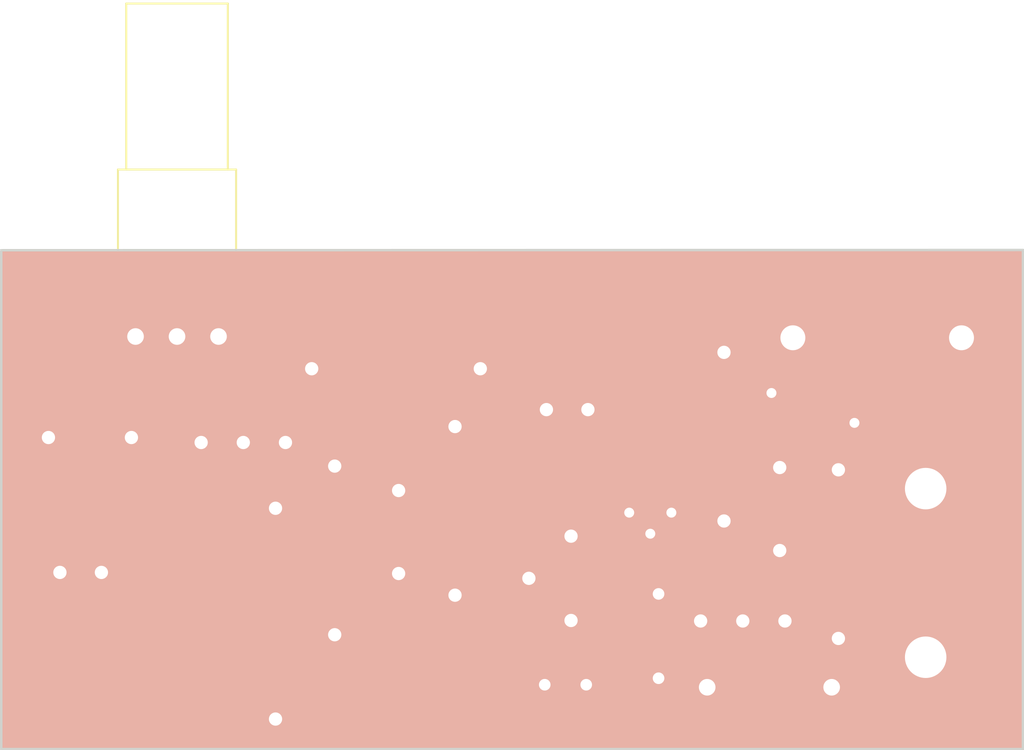
<source format=kicad_pcb>
(kicad_pcb (version 4) (host pcbnew 4.0.5)

  (general
    (links 42)
    (no_connects 0)
    (area 80.509039 89.190759 142.223561 119.409281)
    (thickness 1.6)
    (drawings 4)
    (tracks 162)
    (zones 0)
    (modules 26)
    (nets 16)
  )

  (page A4)
  (layers
    (0 F.Cu signal)
    (31 B.Cu signal)
    (32 B.Adhes user)
    (33 F.Adhes user)
    (34 B.Paste user)
    (35 F.Paste user)
    (36 B.SilkS user hide)
    (37 F.SilkS user)
    (38 B.Mask user hide)
    (39 F.Mask user hide)
    (40 Dwgs.User user hide)
    (41 Cmts.User user)
    (42 Eco1.User user)
    (43 Eco2.User user)
    (44 Edge.Cuts user)
    (45 Margin user)
    (46 B.CrtYd user)
    (47 F.CrtYd user)
    (48 B.Fab user)
    (49 F.Fab user)
  )

  (setup
    (last_trace_width 0.25)
    (trace_clearance 0.2)
    (zone_clearance 0.508)
    (zone_45_only no)
    (trace_min 0.2)
    (segment_width 0.2)
    (edge_width 0.15)
    (via_size 0.6)
    (via_drill 0.4)
    (via_min_size 0.4)
    (via_min_drill 0.3)
    (uvia_size 0.3)
    (uvia_drill 0.1)
    (uvias_allowed no)
    (uvia_min_size 0.2)
    (uvia_min_drill 0.1)
    (pcb_text_width 0.3)
    (pcb_text_size 1.5 1.5)
    (mod_edge_width 0.15)
    (mod_text_size 1 1)
    (mod_text_width 0.15)
    (pad_size 1.524 1.524)
    (pad_drill 0.762)
    (pad_to_mask_clearance 0.2)
    (aux_axis_origin 0 0)
    (visible_elements 7FFFFFFF)
    (pcbplotparams
      (layerselection 0x010f0_80000001)
      (usegerberextensions false)
      (excludeedgelayer true)
      (linewidth 0.100000)
      (plotframeref false)
      (viasonmask false)
      (mode 1)
      (useauxorigin false)
      (hpglpennumber 1)
      (hpglpenspeed 20)
      (hpglpendiameter 15)
      (hpglpenoverlay 2)
      (psnegative false)
      (psa4output false)
      (plotreference true)
      (plotvalue false)
      (plotinvisibletext false)
      (padsonsilk false)
      (subtractmaskfromsilk false)
      (outputformat 1)
      (mirror false)
      (drillshape 0)
      (scaleselection 1)
      (outputdirectory ""))
  )

  (net 0 "")
  (net 1 "Net-(BT1-Pad1)")
  (net 2 "Net-(BT1-Pad2)")
  (net 3 "Net-(C1-Pad1)")
  (net 4 "Net-(C1-Pad2)")
  (net 5 "Net-(C2-Pad1)")
  (net 6 "Net-(C3-Pad1)")
  (net 7 "Net-(C3-Pad2)")
  (net 8 "Net-(C4-Pad1)")
  (net 9 "Net-(C4-Pad2)")
  (net 10 "Net-(C5-Pad1)")
  (net 11 "Net-(C5-Pad2)")
  (net 12 "Net-(C6-Pad1)")
  (net 13 "Net-(C7-Pad1)")
  (net 14 "Net-(L1-Pad1)")
  (net 15 "Net-(R1-Pad1)")

  (net_class Default "This is the default net class."
    (clearance 0.2)
    (trace_width 0.25)
    (via_dia 0.6)
    (via_drill 0.4)
    (uvia_dia 0.3)
    (uvia_drill 0.1)
    (add_net "Net-(BT1-Pad1)")
    (add_net "Net-(BT1-Pad2)")
    (add_net "Net-(C1-Pad1)")
    (add_net "Net-(C1-Pad2)")
    (add_net "Net-(C2-Pad1)")
    (add_net "Net-(C3-Pad1)")
    (add_net "Net-(C3-Pad2)")
    (add_net "Net-(C4-Pad1)")
    (add_net "Net-(C4-Pad2)")
    (add_net "Net-(C5-Pad1)")
    (add_net "Net-(C5-Pad2)")
    (add_net "Net-(C6-Pad1)")
    (add_net "Net-(C7-Pad1)")
    (add_net "Net-(L1-Pad1)")
    (add_net "Net-(R1-Pad1)")
  )

  (net_class power ""
    (clearance 0.5)
    (trace_width 0.3)
    (via_dia 0.6)
    (via_drill 0.4)
    (uvia_dia 0.3)
    (uvia_drill 0.1)
  )

  (module TO_SOT_Packages_THT:TO-92_Molded_Narrow (layer F.Cu) (tedit 58CE52AF) (tstamp 592D4DB3)
    (at 120.95988 105.08996 180)
    (descr "TO-92 leads molded, narrow, drill 0.6mm (see NXP sot054_po.pdf)")
    (tags "to-92 sc-43 sc-43a sot54 PA33 transistor")
    (path /592AA411)
    (fp_text reference T3 (at 1.27 -3.56 180) (layer F.SilkS)
      (effects (font (size 1 1) (thickness 0.15)))
    )
    (fp_text value BC547 (at 1.14808 1.1938 180) (layer F.Fab)
      (effects (font (size 1 1) (thickness 0.15)))
    )
    (fp_text user %R (at 1.27 -3.56 180) (layer F.Fab)
      (effects (font (size 1 1) (thickness 0.15)))
    )
    (fp_line (start -0.53 1.85) (end 3.07 1.85) (layer F.SilkS) (width 0.12))
    (fp_line (start -0.5 1.75) (end 3 1.75) (layer F.Fab) (width 0.1))
    (fp_line (start -1.46 -2.73) (end 4 -2.73) (layer F.CrtYd) (width 0.05))
    (fp_line (start -1.46 -2.73) (end -1.46 2.01) (layer F.CrtYd) (width 0.05))
    (fp_line (start 4 2.01) (end 4 -2.73) (layer F.CrtYd) (width 0.05))
    (fp_line (start 4 2.01) (end -1.46 2.01) (layer F.CrtYd) (width 0.05))
    (fp_arc (start 1.27 0) (end 1.27 -2.48) (angle 135) (layer F.Fab) (width 0.1))
    (fp_arc (start 1.27 0) (end 1.27 -2.6) (angle -135) (layer F.SilkS) (width 0.12))
    (fp_arc (start 1.27 0) (end 1.27 -2.48) (angle -135) (layer F.Fab) (width 0.1))
    (fp_arc (start 1.27 0) (end 1.27 -2.6) (angle 135) (layer F.SilkS) (width 0.12))
    (pad 2 thru_hole circle (at 1.27 -1.27 270) (size 1 1) (drill 0.6) (layers *.Cu *.Mask)
      (net 8 "Net-(C4-Pad1)"))
    (pad 3 thru_hole circle (at 2.54 0 270) (size 1 1) (drill 0.6) (layers *.Cu *.Mask)
      (net 2 "Net-(BT1-Pad2)"))
    (pad 1 thru_hole rect (at 0 0 270) (size 1 1) (drill 0.6) (layers *.Cu *.Mask)
      (net 11 "Net-(C5-Pad2)"))
    (model ${KISYS3DMOD}/TO_SOT_Packages_THT.3dshapes/TO-92_Molded_Narrow.wrl
      (at (xyz 0.05 0 0))
      (scale (xyz 1 1 1))
      (rotate (xyz 0 0 -90))
    )
  )

  (module Inductors_NEOSID:Neosid_Inductor_SM-PIC0602H (layer F.Cu) (tedit 0) (tstamp 592D4C7B)
    (at 91.63812 107.69092 270)
    (descr "Neosid, Power Inductor, SM-PIC0602H, Festinduktivitaet, SMD,")
    (tags "Neosid, Power Inductor, SM-PIC0602H, Festinduktivitaet, SMD,")
    (path /592A9A11)
    (attr smd)
    (fp_text reference L1 (at 2.15392 -2.71272 270) (layer F.SilkS)
      (effects (font (size 1 1) (thickness 0.15)))
    )
    (fp_text value 2.2nH (at 1.65608 6.97484 270) (layer F.Fab)
      (effects (font (size 1 1) (thickness 0.15)))
    )
    (fp_line (start 3.79984 -2.4003) (end 3.79984 -3.29946) (layer F.SilkS) (width 0.15))
    (fp_line (start -3.79984 2.4003) (end -3.79984 3.29946) (layer F.SilkS) (width 0.15))
    (fp_line (start -3.79984 3.29946) (end 3.79984 3.29946) (layer F.SilkS) (width 0.15))
    (fp_line (start 3.79984 3.29946) (end 3.79984 2.4003) (layer F.SilkS) (width 0.15))
    (fp_line (start 3.79984 -3.29946) (end -3.79984 -3.29946) (layer F.SilkS) (width 0.15))
    (fp_line (start -3.79984 -3.29946) (end -3.79984 -2.4003) (layer F.SilkS) (width 0.15))
    (pad 1 smd rect (at -3.02514 0 270) (size 2.3495 3.50012) (layers F.Cu F.Paste F.Mask)
      (net 14 "Net-(L1-Pad1)"))
    (pad 2 smd rect (at 3.02514 0 270) (size 2.3495 3.50012) (layers F.Cu F.Paste F.Mask)
      (net 3 "Net-(C1-Pad1)"))
  )

  (module Resistors_THT:R_Axial_DIN0309_L9.0mm_D3.2mm_P12.70mm_Horizontal (layer F.Cu) (tedit 5874F706) (tstamp 592D4C9D)
    (at 97.10928 104.8258 270)
    (descr "Resistor, Axial_DIN0309 series, Axial, Horizontal, pin pitch=12.7mm, 0.5W = 1/2W, length*diameter=9*3.2mm^2, http://cdn-reichelt.de/documents/datenblatt/B400/1_4W%23YAG.pdf")
    (tags "Resistor Axial_DIN0309 series Axial Horizontal pin pitch 12.7mm 0.5W = 1/2W length 9mm diameter 3.2mm")
    (path /592A9B11)
    (fp_text reference R1 (at 2.72288 -1.016 270) (layer F.SilkS)
      (effects (font (size 1 1) (thickness 0.15)))
    )
    (fp_text value 470k (at 6.2738 0.1524 270) (layer F.Fab)
      (effects (font (size 1 1) (thickness 0.15)))
    )
    (fp_line (start 1.85 -1.6) (end 1.85 1.6) (layer F.Fab) (width 0.1))
    (fp_line (start 1.85 1.6) (end 10.85 1.6) (layer F.Fab) (width 0.1))
    (fp_line (start 10.85 1.6) (end 10.85 -1.6) (layer F.Fab) (width 0.1))
    (fp_line (start 10.85 -1.6) (end 1.85 -1.6) (layer F.Fab) (width 0.1))
    (fp_line (start 0 0) (end 1.85 0) (layer F.Fab) (width 0.1))
    (fp_line (start 12.7 0) (end 10.85 0) (layer F.Fab) (width 0.1))
    (fp_line (start 1.79 -1.66) (end 1.79 1.66) (layer F.SilkS) (width 0.12))
    (fp_line (start 1.79 1.66) (end 10.91 1.66) (layer F.SilkS) (width 0.12))
    (fp_line (start 10.91 1.66) (end 10.91 -1.66) (layer F.SilkS) (width 0.12))
    (fp_line (start 10.91 -1.66) (end 1.79 -1.66) (layer F.SilkS) (width 0.12))
    (fp_line (start 0.98 0) (end 1.79 0) (layer F.SilkS) (width 0.12))
    (fp_line (start 11.72 0) (end 10.91 0) (layer F.SilkS) (width 0.12))
    (fp_line (start -1.05 -1.95) (end -1.05 1.95) (layer F.CrtYd) (width 0.05))
    (fp_line (start -1.05 1.95) (end 13.75 1.95) (layer F.CrtYd) (width 0.05))
    (fp_line (start 13.75 1.95) (end 13.75 -1.95) (layer F.CrtYd) (width 0.05))
    (fp_line (start 13.75 -1.95) (end -1.05 -1.95) (layer F.CrtYd) (width 0.05))
    (pad 1 thru_hole circle (at 0 0 270) (size 1.6 1.6) (drill 0.8) (layers *.Cu *.Mask)
      (net 15 "Net-(R1-Pad1)"))
    (pad 2 thru_hole oval (at 12.7 0 270) (size 1.6 1.6) (drill 0.8) (layers *.Cu *.Mask)
      (net 5 "Net-(C2-Pad1)"))
    (model Resistors_THT.3dshapes/R_Axial_DIN0309_L9.0mm_D3.2mm_P12.70mm_Horizontal.wrl
      (at (xyz 0 0 0))
      (scale (xyz 0.393701 0.393701 0.393701))
      (rotate (xyz 0 0 0))
    )
  )

  (module Capacitors_THT:CP_Radial_Tantal_D4.5mm_P5.00mm (layer F.Cu) (tedit 5920C257) (tstamp 592D4DD7)
    (at 83.42756 100.56368)
    (descr "CP, Radial_Tantal series, Radial, pin pitch=5.00mm, , diameter=4.5mm, Tantal Electrolytic Capacitor, http://cdn-reichelt.de/documents/datenblatt/B300/TANTAL-TB-Serie%23.pdf")
    (tags "CP Radial_Tantal series Radial pin pitch 5.00mm  diameter 4.5mm Tantal Electrolytic Capacitor")
    (path /592A9925)
    (fp_text reference VC1 (at 2.587 -1.1684) (layer F.SilkS)
      (effects (font (size 1 1) (thickness 0.15)))
    )
    (fp_text value 20p (at 2.6378 1.23952) (layer F.Fab)
      (effects (font (size 1 1) (thickness 0.15)))
    )
    (fp_text user %R (at 2.60224 -1.15824) (layer F.Fab)
      (effects (font (size 1 1) (thickness 0.15)))
    )
    (fp_line (start -2.2 0) (end -1 0) (layer F.Fab) (width 0.1))
    (fp_line (start -1.6 -0.65) (end -1.6 0.65) (layer F.Fab) (width 0.1))
    (fp_line (start -2.2 0) (end -1 0) (layer F.SilkS) (width 0.12))
    (fp_line (start -1.6 -0.65) (end -1.6 0.65) (layer F.SilkS) (width 0.12))
    (fp_line (start -1.05 -2.6) (end -1.05 2.6) (layer F.CrtYd) (width 0.05))
    (fp_line (start -1.05 2.6) (end 6.05 2.6) (layer F.CrtYd) (width 0.05))
    (fp_line (start 6.05 2.6) (end 6.05 -2.6) (layer F.CrtYd) (width 0.05))
    (fp_line (start 6.05 -2.6) (end -1.05 -2.6) (layer F.CrtYd) (width 0.05))
    (fp_circle (center 2.5 0) (end 4.75 0) (layer F.Fab) (width 0.1))
    (fp_arc (start 2.5 0) (end 0.3751 -0.98) (angle 130.5) (layer F.SilkS) (width 0.12))
    (fp_arc (start 2.5 0) (end 0.3751 0.98) (angle -130.5) (layer F.SilkS) (width 0.12))
    (pad 1 thru_hole rect (at 0 0) (size 1.6 1.6) (drill 0.8) (layers *.Cu *.Mask)
      (net 14 "Net-(L1-Pad1)"))
    (pad 2 thru_hole circle (at 5 0) (size 1.6 1.6) (drill 0.8) (layers *.Cu *.Mask)
      (net 4 "Net-(C1-Pad2)"))
    (model ${KISYS3DMOD}/Capacitors_THT.3dshapes/CP_Radial_Tantal_D4.5mm_P5.00mm.wrl
      (at (xyz 0 0 0))
      (scale (xyz 0.393701 0.393701 0.393701))
      (rotate (xyz 0 0 0))
    )
  )

  (module Capacitors_THT:CP_Radial_Tantal_D5.0mm_P2.50mm (layer F.Cu) (tedit 5920C257) (tstamp 592D4DEA)
    (at 84.11908 108.69168)
    (descr "CP, Radial_Tantal series, Radial, pin pitch=2.50mm, , diameter=5.0mm, Tantal Electrolytic Capacitor, http://cdn-reichelt.de/documents/datenblatt/B300/TANTAL-TB-Serie%23.pdf")
    (tags "CP Radial_Tantal series Radial pin pitch 2.50mm  diameter 5.0mm Tantal Electrolytic Capacitor")
    (path /592A99A6)
    (fp_text reference VC2 (at 0.7474 0) (layer F.SilkS)
      (effects (font (size 1 1) (thickness 0.15)))
    )
    (fp_text value 5p (at 1.04712 1.60528) (layer F.Fab)
      (effects (font (size 1 1) (thickness 0.15)))
    )
    (fp_text user %R (at 0.775 0) (layer F.Fab)
      (effects (font (size 1 1) (thickness 0.15)))
    )
    (fp_line (start -2.2 0) (end -1 0) (layer F.Fab) (width 0.1))
    (fp_line (start -1.6 -0.65) (end -1.6 0.65) (layer F.Fab) (width 0.1))
    (fp_line (start -2.2 0) (end -1 0) (layer F.SilkS) (width 0.12))
    (fp_line (start -1.6 -0.65) (end -1.6 0.65) (layer F.SilkS) (width 0.12))
    (fp_line (start -1.6 -2.85) (end -1.6 2.85) (layer F.CrtYd) (width 0.05))
    (fp_line (start -1.6 2.85) (end 4.1 2.85) (layer F.CrtYd) (width 0.05))
    (fp_line (start 4.1 2.85) (end 4.1 -2.85) (layer F.CrtYd) (width 0.05))
    (fp_line (start 4.1 -2.85) (end -1.6 -2.85) (layer F.CrtYd) (width 0.05))
    (fp_circle (center 1.25 0) (end 3.75 0) (layer F.Fab) (width 0.1))
    (fp_arc (start 1.25 0) (end -1.147436 -0.98) (angle 135.5) (layer F.SilkS) (width 0.12))
    (fp_arc (start 1.25 0) (end -1.147436 0.98) (angle -135.5) (layer F.SilkS) (width 0.12))
    (fp_arc (start 1.25 0) (end 3.647436 -0.98) (angle 44.5) (layer F.SilkS) (width 0.12))
    (pad 1 thru_hole rect (at 0 0) (size 1.6 1.6) (drill 0.8) (layers *.Cu *.Mask)
      (net 14 "Net-(L1-Pad1)"))
    (pad 2 thru_hole circle (at 2.5 0) (size 1.6 1.6) (drill 0.8) (layers *.Cu *.Mask)
      (net 4 "Net-(C1-Pad2)"))
    (model ${KISYS3DMOD}/Capacitors_THT.3dshapes/CP_Radial_Tantal_D5.0mm_P2.50mm.wrl
      (at (xyz 0 0 0))
      (scale (xyz 0.393701 0.393701 0.393701))
      (rotate (xyz 0 0 0))
    )
  )

  (module Capacitors_THT:C_Disc_D7.0mm_W2.5mm_P5.00mm (layer F.Cu) (tedit 5920C254) (tstamp 592D4BBF)
    (at 127.48768 102.37216 270)
    (descr "C, Disc series, Radial, pin pitch=5.00mm, , diameter*width=7*2.5mm^2, Capacitor, http://cdn-reichelt.de/documents/datenblatt/B300/DS_KERKO_TC.pdf")
    (tags "C Disc series Radial pin pitch 5.00mm  diameter 7mm width 2.5mm Capacitor")
    (path /592AAC02)
    (fp_text reference C6 (at 3.49632 -1.00584 270) (layer F.SilkS)
      (effects (font (size 1 1) (thickness 0.15)))
    )
    (fp_text value 10n (at 3.23724 0.7366 270) (layer F.Fab)
      (effects (font (size 1 1) (thickness 0.15)))
    )
    (fp_text user %R (at 3.44044 -1.05156 270) (layer F.Fab)
      (effects (font (size 1 1) (thickness 0.15)))
    )
    (fp_line (start -1 -1.25) (end -1 1.25) (layer F.Fab) (width 0.1))
    (fp_line (start -1 1.25) (end 6 1.25) (layer F.Fab) (width 0.1))
    (fp_line (start 6 1.25) (end 6 -1.25) (layer F.Fab) (width 0.1))
    (fp_line (start 6 -1.25) (end -1 -1.25) (layer F.Fab) (width 0.1))
    (fp_line (start -1.06 -1.31) (end 6.06 -1.31) (layer F.SilkS) (width 0.12))
    (fp_line (start -1.06 1.31) (end 6.06 1.31) (layer F.SilkS) (width 0.12))
    (fp_line (start -1.06 -1.31) (end -1.06 1.31) (layer F.SilkS) (width 0.12))
    (fp_line (start 6.06 -1.31) (end 6.06 1.31) (layer F.SilkS) (width 0.12))
    (fp_line (start -1.35 -1.6) (end -1.35 1.6) (layer F.CrtYd) (width 0.05))
    (fp_line (start -1.35 1.6) (end 6.35 1.6) (layer F.CrtYd) (width 0.05))
    (fp_line (start 6.35 1.6) (end 6.35 -1.6) (layer F.CrtYd) (width 0.05))
    (fp_line (start 6.35 -1.6) (end -1.35 -1.6) (layer F.CrtYd) (width 0.05))
    (pad 1 thru_hole circle (at 0 0 270) (size 1.6 1.6) (drill 0.8) (layers *.Cu *.Mask)
      (net 12 "Net-(C6-Pad1)"))
    (pad 2 thru_hole circle (at 5 0 270) (size 1.6 1.6) (drill 0.8) (layers *.Cu *.Mask)
      (net 2 "Net-(BT1-Pad2)"))
    (model ${KISYS3DMOD}/Capacitors_THT.3dshapes/C_Disc_D7.0mm_W2.5mm_P5.00mm.wrl
      (at (xyz 0 0 0))
      (scale (xyz 0.393701 0.393701 0.393701))
      (rotate (xyz 0 0 0))
    )
  )

  (module Wire_Connections_Bridges:WireConnection_2.50mmDrill (layer F.Cu) (tedit 0) (tstamp 592D4B51)
    (at 136.28116 103.64216 270)
    (descr "WireConnection with 2.5mm drill")
    (path /592AB0FC)
    (fp_text reference BT1 (at 4.8514 0.2032 270) (layer F.SilkS)
      (effects (font (size 1 1) (thickness 0.15)))
    )
    (fp_text value 1.5V (at 5.01904 -1.13792 270) (layer F.Fab)
      (effects (font (size 1 1) (thickness 0.15)))
    )
    (fp_line (start 14.0716 -3.7592) (end 13.8684 -3.6576) (layer Cmts.User) (width 0.381))
    (fp_line (start 13.8684 -3.6576) (end 13.6398 -3.6576) (layer Cmts.User) (width 0.381))
    (fp_line (start 13.6398 -3.6576) (end 13.4366 -3.7592) (layer Cmts.User) (width 0.381))
    (fp_line (start 13.4366 -3.7592) (end 13.3604 -4.1148) (layer Cmts.User) (width 0.381))
    (fp_line (start 13.3604 -4.1148) (end 13.3604 -4.572) (layer Cmts.User) (width 0.381))
    (fp_line (start 13.3604 -4.572) (end 13.462 -4.6482) (layer Cmts.User) (width 0.381))
    (fp_line (start 13.462 -4.6482) (end 13.7668 -4.7244) (layer Cmts.User) (width 0.381))
    (fp_line (start 13.7668 -4.7244) (end 13.9954 -4.6736) (layer Cmts.User) (width 0.381))
    (fp_line (start 13.9954 -4.6736) (end 14.0462 -4.318) (layer Cmts.User) (width 0.381))
    (fp_line (start 14.0462 -4.318) (end 13.4366 -4.191) (layer Cmts.User) (width 0.381))
    (fp_line (start 13.4366 -4.191) (end 13.4366 -4.2418) (layer Cmts.User) (width 0.381))
    (fp_line (start 12.7508 -3.7084) (end 12.4206 -3.7084) (layer Cmts.User) (width 0.381))
    (fp_line (start 12.4206 -3.7084) (end 12.2174 -3.7084) (layer Cmts.User) (width 0.381))
    (fp_line (start 12.2174 -3.7084) (end 12.0396 -3.8608) (layer Cmts.User) (width 0.381))
    (fp_line (start 12.0396 -3.8608) (end 12.0396 -4.2418) (layer Cmts.User) (width 0.381))
    (fp_line (start 12.0396 -4.2418) (end 12.1412 -4.572) (layer Cmts.User) (width 0.381))
    (fp_line (start 12.1412 -4.572) (end 12.2936 -4.6482) (layer Cmts.User) (width 0.381))
    (fp_line (start 12.2936 -4.6482) (end 12.573 -4.6482) (layer Cmts.User) (width 0.381))
    (fp_line (start 12.573 -4.6482) (end 12.7508 -4.572) (layer Cmts.User) (width 0.381))
    (fp_line (start 12.7508 -4.572) (end 12.7762 -4.2672) (layer Cmts.User) (width 0.381))
    (fp_line (start 12.7762 -4.2672) (end 12.1412 -4.2418) (layer Cmts.User) (width 0.381))
    (fp_line (start 11.2268 -4.5212) (end 11.6078 -4.6736) (layer Cmts.User) (width 0.381))
    (fp_line (start 11.6078 -4.6736) (end 11.6332 -4.6736) (layer Cmts.User) (width 0.381))
    (fp_line (start 11.2014 -4.7244) (end 11.2014 -3.6576) (layer Cmts.User) (width 0.381))
    (fp_line (start 9.9822 -4.6736) (end 10.668 -4.7244) (layer Cmts.User) (width 0.381))
    (fp_line (start 10.7188 -5.207) (end 10.541 -5.207) (layer Cmts.User) (width 0.381))
    (fp_line (start 10.541 -5.207) (end 10.3886 -5.08) (layer Cmts.User) (width 0.381))
    (fp_line (start 10.3886 -5.08) (end 10.3378 -3.7084) (layer Cmts.User) (width 0.381))
    (fp_line (start 8.4328 -4.5974) (end 8.3058 -4.6736) (layer Cmts.User) (width 0.381))
    (fp_line (start 8.3058 -4.6736) (end 8.0264 -4.6736) (layer Cmts.User) (width 0.381))
    (fp_line (start 8.0264 -4.6736) (end 7.874 -4.445) (layer Cmts.User) (width 0.381))
    (fp_line (start 7.874 -4.445) (end 7.8994 -4.2672) (layer Cmts.User) (width 0.381))
    (fp_line (start 7.8994 -4.2672) (end 8.1788 -4.191) (layer Cmts.User) (width 0.381))
    (fp_line (start 8.1788 -4.191) (end 8.4328 -4.1148) (layer Cmts.User) (width 0.381))
    (fp_line (start 8.4328 -4.1148) (end 8.4836 -3.8354) (layer Cmts.User) (width 0.381))
    (fp_line (start 8.4836 -3.8354) (end 8.2804 -3.6576) (layer Cmts.User) (width 0.381))
    (fp_line (start 8.2804 -3.6576) (end 7.8994 -3.7084) (layer Cmts.User) (width 0.381))
    (fp_line (start 7.1628 -3.6576) (end 6.8072 -3.7592) (layer Cmts.User) (width 0.381))
    (fp_line (start 6.8072 -3.7592) (end 6.604 -3.8354) (layer Cmts.User) (width 0.381))
    (fp_line (start 6.604 -3.8354) (end 6.477 -4.1656) (layer Cmts.User) (width 0.381))
    (fp_line (start 6.477 -4.1656) (end 6.477 -4.4704) (layer Cmts.User) (width 0.381))
    (fp_line (start 6.477 -4.4704) (end 6.6802 -4.6736) (layer Cmts.User) (width 0.381))
    (fp_line (start 6.6802 -4.6736) (end 7.0104 -4.7244) (layer Cmts.User) (width 0.381))
    (fp_line (start 7.2136 -5.207) (end 7.2136 -3.6576) (layer Cmts.User) (width 0.381))
    (fp_line (start 5.715 -3.6576) (end 5.2578 -3.7084) (layer Cmts.User) (width 0.381))
    (fp_line (start 5.2578 -3.7084) (end 5.1054 -3.9116) (layer Cmts.User) (width 0.381))
    (fp_line (start 5.1054 -3.9116) (end 5.1308 -4.191) (layer Cmts.User) (width 0.381))
    (fp_line (start 5.1308 -4.191) (end 5.842 -4.2418) (layer Cmts.User) (width 0.381))
    (fp_line (start 5.1054 -4.572) (end 5.3848 -4.7244) (layer Cmts.User) (width 0.381))
    (fp_line (start 5.3848 -4.7244) (end 5.6388 -4.6482) (layer Cmts.User) (width 0.381))
    (fp_line (start 5.6388 -4.6482) (end 5.7912 -4.4704) (layer Cmts.User) (width 0.381))
    (fp_line (start 5.7912 -4.4704) (end 5.842 -3.6322) (layer Cmts.User) (width 0.381))
    (fp_line (start 3.6068 -3.6576) (end 3.6322 -5.2578) (layer Cmts.User) (width 0.381))
    (fp_line (start 3.6322 -5.2578) (end 4.0894 -5.2578) (layer Cmts.User) (width 0.381))
    (fp_line (start 4.0894 -5.2578) (end 4.3688 -5.1308) (layer Cmts.User) (width 0.381))
    (fp_line (start 4.3688 -5.1308) (end 4.4958 -4.8768) (layer Cmts.User) (width 0.381))
    (fp_line (start 4.4958 -4.8768) (end 4.4958 -4.5974) (layer Cmts.User) (width 0.381))
    (fp_line (start 4.4958 -4.5974) (end 4.3688 -4.3942) (layer Cmts.User) (width 0.381))
    (fp_line (start 4.3688 -4.3942) (end 4.0894 -4.445) (layer Cmts.User) (width 0.381))
    (fp_line (start 4.0894 -4.445) (end 3.6322 -4.445) (layer Cmts.User) (width 0.381))
    (fp_line (start 1.778 -3.7592) (end 1.524 -3.6576) (layer Cmts.User) (width 0.381))
    (fp_line (start 1.524 -3.6576) (end 1.27 -3.7592) (layer Cmts.User) (width 0.381))
    (fp_line (start 1.27 -3.7592) (end 1.1176 -3.9116) (layer Cmts.User) (width 0.381))
    (fp_line (start 1.1176 -3.9116) (end 1.0414 -4.318) (layer Cmts.User) (width 0.381))
    (fp_line (start 1.0414 -4.318) (end 1.1684 -4.572) (layer Cmts.User) (width 0.381))
    (fp_line (start 1.1684 -4.572) (end 1.3716 -4.6736) (layer Cmts.User) (width 0.381))
    (fp_line (start 1.3716 -4.6736) (end 1.651 -4.6482) (layer Cmts.User) (width 0.381))
    (fp_line (start 1.651 -4.6482) (end 1.8034 -4.5212) (layer Cmts.User) (width 0.381))
    (fp_line (start 1.8034 -4.5212) (end 1.8034 -4.318) (layer Cmts.User) (width 0.381))
    (fp_line (start 1.8034 -4.318) (end 1.1684 -4.2418) (layer Cmts.User) (width 0.381))
    (fp_line (start -0.1524 -4.7244) (end 0.3048 -3.6576) (layer Cmts.User) (width 0.381))
    (fp_line (start 0.3048 -3.6576) (end 0.5842 -4.6736) (layer Cmts.User) (width 0.381))
    (fp_line (start 0.5842 -4.6736) (end 0.5588 -4.6736) (layer Cmts.User) (width 0.381))
    (fp_line (start -1.4732 -4.3942) (end -1.4732 -3.9116) (layer Cmts.User) (width 0.381))
    (fp_line (start -1.4732 -3.9116) (end -1.27 -3.7084) (layer Cmts.User) (width 0.381))
    (fp_line (start -1.27 -3.7084) (end -1.0414 -3.6576) (layer Cmts.User) (width 0.381))
    (fp_line (start -1.0414 -3.6576) (end -0.762 -3.7846) (layer Cmts.User) (width 0.381))
    (fp_line (start -0.762 -3.7846) (end -0.6604 -3.9878) (layer Cmts.User) (width 0.381))
    (fp_line (start -0.6604 -3.9878) (end -0.6604 -4.445) (layer Cmts.User) (width 0.381))
    (fp_line (start -0.6604 -4.445) (end -0.8382 -4.6482) (layer Cmts.User) (width 0.381))
    (fp_line (start -0.8382 -4.6482) (end -1.1176 -4.7244) (layer Cmts.User) (width 0.381))
    (fp_line (start -1.1176 -4.7244) (end -1.4478 -4.4704) (layer Cmts.User) (width 0.381))
    (fp_line (start -3.0988 -3.6322) (end -3.0988 -5.2578) (layer Cmts.User) (width 0.381))
    (fp_line (start -3.0988 -5.2578) (end -2.6162 -4.1148) (layer Cmts.User) (width 0.381))
    (fp_line (start -2.6162 -4.1148) (end -2.1336 -5.1816) (layer Cmts.User) (width 0.381))
    (fp_line (start -2.1336 -5.1816) (end -2.1336 -3.6322) (layer Cmts.User) (width 0.381))
    (pad 1 thru_hole circle (at 0 0 270) (size 5.00126 5.00126) (drill 2.49936) (layers *.Cu *.Mask)
      (net 1 "Net-(BT1-Pad1)"))
    (pad 2 thru_hole circle (at 10.16 0 270) (size 5.00126 5.00126) (drill 2.49936) (layers *.Cu *.Mask)
      (net 2 "Net-(BT1-Pad2)"))
  )

  (module Capacitors_SMD:C_1210_HandSoldering (layer F.Cu) (tedit 58AA84FB) (tstamp 592D4B62)
    (at 91.2942 114.86388 180)
    (descr "Capacitor SMD 1210, hand soldering")
    (tags "capacitor 1210")
    (path /592A9BFC)
    (attr smd)
    (fp_text reference C1 (at -0.19152 -0.65024 180) (layer F.SilkS)
      (effects (font (size 1 1) (thickness 0.15)))
    )
    (fp_text value 22P (at -0.1458 0.65024 180) (layer F.Fab)
      (effects (font (size 1 1) (thickness 0.15)))
    )
    (fp_text user %R (at -0.19152 -0.60452 180) (layer F.Fab)
      (effects (font (size 1 1) (thickness 0.15)))
    )
    (fp_line (start -1.6 1.25) (end -1.6 -1.25) (layer F.Fab) (width 0.1))
    (fp_line (start 1.6 1.25) (end -1.6 1.25) (layer F.Fab) (width 0.1))
    (fp_line (start 1.6 -1.25) (end 1.6 1.25) (layer F.Fab) (width 0.1))
    (fp_line (start -1.6 -1.25) (end 1.6 -1.25) (layer F.Fab) (width 0.1))
    (fp_line (start 1 -1.48) (end -1 -1.48) (layer F.SilkS) (width 0.12))
    (fp_line (start -1 1.48) (end 1 1.48) (layer F.SilkS) (width 0.12))
    (fp_line (start -3.25 -1.5) (end 3.25 -1.5) (layer F.CrtYd) (width 0.05))
    (fp_line (start -3.25 -1.5) (end -3.25 1.5) (layer F.CrtYd) (width 0.05))
    (fp_line (start 3.25 1.5) (end 3.25 -1.5) (layer F.CrtYd) (width 0.05))
    (fp_line (start 3.25 1.5) (end -3.25 1.5) (layer F.CrtYd) (width 0.05))
    (pad 1 smd rect (at -2 0 180) (size 2 2.5) (layers F.Cu F.Paste F.Mask)
      (net 3 "Net-(C1-Pad1)"))
    (pad 2 smd rect (at 2 0 180) (size 2 2.5) (layers F.Cu F.Paste F.Mask)
      (net 4 "Net-(C1-Pad2)"))
    (model Capacitors_SMD.3dshapes/C_1210.wrl
      (at (xyz 0 0 0))
      (scale (xyz 1 1 1))
      (rotate (xyz 0 0 0))
    )
  )

  (module Capacitors_SMD:C_1206 (layer F.Cu) (tedit 58AA84B8) (tstamp 592D4B73)
    (at 100.77196 116.12232 90)
    (descr "Capacitor SMD 1206, reflow soldering, AVX (see smccp.pdf)")
    (tags "capacitor 1206")
    (path /592A9B9F)
    (attr smd)
    (fp_text reference C2 (at 0.3034 0.0508 90) (layer F.SilkS)
      (effects (font (size 1 1) (thickness 0.15)))
    )
    (fp_text value 100n (at -0.14084 0.42672 90) (layer F.Fab)
      (effects (font (size 1 1) (thickness 0.15)))
    )
    (fp_text user %R (at 0.26048 0.0254 90) (layer F.Fab)
      (effects (font (size 1 1) (thickness 0.15)))
    )
    (fp_line (start -1.6 0.8) (end -1.6 -0.8) (layer F.Fab) (width 0.1))
    (fp_line (start 1.6 0.8) (end -1.6 0.8) (layer F.Fab) (width 0.1))
    (fp_line (start 1.6 -0.8) (end 1.6 0.8) (layer F.Fab) (width 0.1))
    (fp_line (start -1.6 -0.8) (end 1.6 -0.8) (layer F.Fab) (width 0.1))
    (fp_line (start 1 -1.02) (end -1 -1.02) (layer F.SilkS) (width 0.12))
    (fp_line (start -1 1.02) (end 1 1.02) (layer F.SilkS) (width 0.12))
    (fp_line (start -2.25 -1.05) (end 2.25 -1.05) (layer F.CrtYd) (width 0.05))
    (fp_line (start -2.25 -1.05) (end -2.25 1.05) (layer F.CrtYd) (width 0.05))
    (fp_line (start 2.25 1.05) (end 2.25 -1.05) (layer F.CrtYd) (width 0.05))
    (fp_line (start 2.25 1.05) (end -2.25 1.05) (layer F.CrtYd) (width 0.05))
    (pad 1 smd rect (at -1.5 0 90) (size 1 1.6) (layers F.Cu F.Paste F.Mask)
      (net 5 "Net-(C2-Pad1)"))
    (pad 2 smd rect (at 1.5 0 90) (size 1 1.6) (layers F.Cu F.Paste F.Mask)
      (net 3 "Net-(C1-Pad1)"))
    (model Capacitors_SMD.3dshapes/C_1206.wrl
      (at (xyz 0 0 0))
      (scale (xyz 1 1 1))
      (rotate (xyz 0 0 0))
    )
  )

  (module Capacitors_THT:C_Disc_D7.0mm_W2.5mm_P5.00mm (layer F.Cu) (tedit 5920C254) (tstamp 592D4B86)
    (at 104.52608 103.75772 270)
    (descr "C, Disc series, Radial, pin pitch=5.00mm, , diameter*width=7*2.5mm^2, Capacitor, http://cdn-reichelt.de/documents/datenblatt/B300/DS_KERKO_TC.pdf")
    (tags "C Disc series Radial pin pitch 5.00mm  diameter 7mm width 2.5mm Capacitor")
    (path /592A9EDF)
    (fp_text reference C3 (at 3.0696 0.37084 270) (layer F.SilkS)
      (effects (font (size 1 1) (thickness 0.15)))
    )
    (fp_text value 10n (at 2.5 2.31 270) (layer F.Fab)
      (effects (font (size 1 1) (thickness 0.15)))
    )
    (fp_text user %R (at 1.73864 0.04572 360) (layer F.Fab)
      (effects (font (size 1 1) (thickness 0.15)))
    )
    (fp_line (start -1 -1.25) (end -1 1.25) (layer F.Fab) (width 0.1))
    (fp_line (start -1 1.25) (end 6 1.25) (layer F.Fab) (width 0.1))
    (fp_line (start 6 1.25) (end 6 -1.25) (layer F.Fab) (width 0.1))
    (fp_line (start 6 -1.25) (end -1 -1.25) (layer F.Fab) (width 0.1))
    (fp_line (start -1.06 -1.31) (end 6.06 -1.31) (layer F.SilkS) (width 0.12))
    (fp_line (start -1.06 1.31) (end 6.06 1.31) (layer F.SilkS) (width 0.12))
    (fp_line (start -1.06 -1.31) (end -1.06 1.31) (layer F.SilkS) (width 0.12))
    (fp_line (start 6.06 -1.31) (end 6.06 1.31) (layer F.SilkS) (width 0.12))
    (fp_line (start -1.35 -1.6) (end -1.35 1.6) (layer F.CrtYd) (width 0.05))
    (fp_line (start -1.35 1.6) (end 6.35 1.6) (layer F.CrtYd) (width 0.05))
    (fp_line (start 6.35 1.6) (end 6.35 -1.6) (layer F.CrtYd) (width 0.05))
    (fp_line (start 6.35 -1.6) (end -1.35 -1.6) (layer F.CrtYd) (width 0.05))
    (pad 1 thru_hole circle (at 0 0 270) (size 1.6 1.6) (drill 0.8) (layers *.Cu *.Mask)
      (net 6 "Net-(C3-Pad1)"))
    (pad 2 thru_hole circle (at 5 0 270) (size 1.6 1.6) (drill 0.8) (layers *.Cu *.Mask)
      (net 7 "Net-(C3-Pad2)"))
    (model ${KISYS3DMOD}/Capacitors_THT.3dshapes/C_Disc_D7.0mm_W2.5mm_P5.00mm.wrl
      (at (xyz 0 0 0))
      (scale (xyz 0.393701 0.393701 0.393701))
      (rotate (xyz 0 0 0))
    )
  )

  (module Capacitors_THT:C_Rect_L4.6mm_W3.0mm_P2.50mm_MKS02_FKP02 (layer F.Cu) (tedit 5920C257) (tstamp 592D4B99)
    (at 115.82972 115.45824 180)
    (descr "C, Rect series, Radial, pin pitch=2.50mm, , length*width=4.6*3.0mm^2, Capacitor, http://www.wima.de/DE/WIMA_MKS_02.pdf")
    (tags "C Rect series Radial pin pitch 2.50mm  length 4.6mm width 3.0mm Capacitor")
    (path /592AA317)
    (fp_text reference C4 (at 1.25 -2.56 180) (layer F.SilkS)
      (effects (font (size 1 1) (thickness 0.15)))
    )
    (fp_text value 33n (at 1.25 2.56 180) (layer F.Fab)
      (effects (font (size 1 1) (thickness 0.15)))
    )
    (fp_text user %R (at 1.25 0 270) (layer F.Fab)
      (effects (font (size 1 1) (thickness 0.15)))
    )
    (fp_line (start -1.05 -1.5) (end -1.05 1.5) (layer F.Fab) (width 0.1))
    (fp_line (start -1.05 1.5) (end 3.55 1.5) (layer F.Fab) (width 0.1))
    (fp_line (start 3.55 1.5) (end 3.55 -1.5) (layer F.Fab) (width 0.1))
    (fp_line (start 3.55 -1.5) (end -1.05 -1.5) (layer F.Fab) (width 0.1))
    (fp_line (start -1.11 -1.56) (end 3.61 -1.56) (layer F.SilkS) (width 0.12))
    (fp_line (start -1.11 1.56) (end 3.61 1.56) (layer F.SilkS) (width 0.12))
    (fp_line (start -1.11 -1.56) (end -1.11 1.56) (layer F.SilkS) (width 0.12))
    (fp_line (start 3.61 -1.56) (end 3.61 1.56) (layer F.SilkS) (width 0.12))
    (fp_line (start -1.4 -1.85) (end -1.4 1.85) (layer F.CrtYd) (width 0.05))
    (fp_line (start -1.4 1.85) (end 3.9 1.85) (layer F.CrtYd) (width 0.05))
    (fp_line (start 3.9 1.85) (end 3.9 -1.85) (layer F.CrtYd) (width 0.05))
    (fp_line (start 3.9 -1.85) (end -1.4 -1.85) (layer F.CrtYd) (width 0.05))
    (pad 1 thru_hole circle (at 0 0 180) (size 1.4 1.4) (drill 0.7) (layers *.Cu *.Mask)
      (net 8 "Net-(C4-Pad1)"))
    (pad 2 thru_hole circle (at 2.5 0 180) (size 1.4 1.4) (drill 0.7) (layers *.Cu *.Mask)
      (net 9 "Net-(C4-Pad2)"))
    (model ${KISYS3DMOD}/Capacitors_THT.3dshapes/C_Rect_L4.6mm_W3.0mm_P2.50mm_MKS02_FKP02.wrl
      (at (xyz 0 0 0))
      (scale (xyz 0.393701 0.393701 0.393701))
      (rotate (xyz 0 0 0))
    )
  )

  (module Capacitors_THT:C_Rect_L10.0mm_W3.0mm_P7.50mm_FKS3_FKP3 (layer F.Cu) (tedit 5920C257) (tstamp 592D4BAC)
    (at 123.11696 115.61064)
    (descr "C, Rect series, Radial, pin pitch=7.50mm, , length*width=10*3mm^2, Capacitor, http://www.wima.com/EN/WIMA_FKS_3.pdf")
    (tags "C Rect series Radial pin pitch 7.50mm  length 10mm width 3mm Capacitor")
    (path /592AA4B5)
    (fp_text reference C5 (at 5.50356 -0.50292) (layer F.SilkS)
      (effects (font (size 1 1) (thickness 0.15)))
    )
    (fp_text value 100n (at 3.19724 0.29464) (layer F.Fab)
      (effects (font (size 1 1) (thickness 0.15)))
    )
    (fp_text user %R (at 5.55436 -0.52324) (layer F.Fab)
      (effects (font (size 1 1) (thickness 0.15)))
    )
    (fp_line (start -1.25 -1.5) (end -1.25 1.5) (layer F.Fab) (width 0.1))
    (fp_line (start -1.25 1.5) (end 8.75 1.5) (layer F.Fab) (width 0.1))
    (fp_line (start 8.75 1.5) (end 8.75 -1.5) (layer F.Fab) (width 0.1))
    (fp_line (start 8.75 -1.5) (end -1.25 -1.5) (layer F.Fab) (width 0.1))
    (fp_line (start -1.31 -1.56) (end 8.81 -1.56) (layer F.SilkS) (width 0.12))
    (fp_line (start -1.31 1.56) (end 8.81 1.56) (layer F.SilkS) (width 0.12))
    (fp_line (start -1.31 -1.56) (end -1.31 1.56) (layer F.SilkS) (width 0.12))
    (fp_line (start 8.81 -1.56) (end 8.81 1.56) (layer F.SilkS) (width 0.12))
    (fp_line (start -1.6 -1.85) (end -1.6 1.85) (layer F.CrtYd) (width 0.05))
    (fp_line (start -1.6 1.85) (end 9.1 1.85) (layer F.CrtYd) (width 0.05))
    (fp_line (start 9.1 1.85) (end 9.1 -1.85) (layer F.CrtYd) (width 0.05))
    (fp_line (start 9.1 -1.85) (end -1.6 -1.85) (layer F.CrtYd) (width 0.05))
    (pad 1 thru_hole circle (at 0 0) (size 2 2) (drill 1) (layers *.Cu *.Mask)
      (net 10 "Net-(C5-Pad1)"))
    (pad 2 thru_hole circle (at 7.5 0) (size 2 2) (drill 1) (layers *.Cu *.Mask)
      (net 11 "Net-(C5-Pad2)"))
    (model ${KISYS3DMOD}/Capacitors_THT.3dshapes/C_Rect_L10.0mm_W3.0mm_P7.50mm_FKS3_FKP3.wrl
      (at (xyz 0 0 0))
      (scale (xyz 0.393701 0.393701 0.393701))
      (rotate (xyz 0 0 0))
    )
  )

  (module Capacitors_THT:CP_Radial_D7.5mm_P2.50mm (layer F.Cu) (tedit 5920C257) (tstamp 592D4C61)
    (at 113.43132 98.8822)
    (descr "CP, Radial series, Radial, pin pitch=2.50mm, , diameter=7.5mm, Electrolytic Capacitor")
    (tags "CP Radial series Radial pin pitch 2.50mm  diameter 7.5mm Electrolytic Capacitor")
    (path /592AAE78)
    (fp_text reference C7 (at -0.02984 -2.26568) (layer F.SilkS)
      (effects (font (size 1 1) (thickness 0.15)))
    )
    (fp_text value 100uF (at 3.40424 3.42392) (layer F.Fab)
      (effects (font (size 1 1) (thickness 0.15)))
    )
    (fp_text user %R (at 1.25 0) (layer F.Fab)
      (effects (font (size 1 1) (thickness 0.15)))
    )
    (fp_line (start -2.2 0) (end -1 0) (layer F.Fab) (width 0.1))
    (fp_line (start -1.6 -0.65) (end -1.6 0.65) (layer F.Fab) (width 0.1))
    (fp_line (start 1.25 -3.8) (end 1.25 3.8) (layer F.SilkS) (width 0.12))
    (fp_line (start 1.29 -3.8) (end 1.29 3.8) (layer F.SilkS) (width 0.12))
    (fp_line (start 1.33 -3.8) (end 1.33 3.8) (layer F.SilkS) (width 0.12))
    (fp_line (start 1.37 -3.799) (end 1.37 3.799) (layer F.SilkS) (width 0.12))
    (fp_line (start 1.41 -3.797) (end 1.41 3.797) (layer F.SilkS) (width 0.12))
    (fp_line (start 1.45 -3.795) (end 1.45 3.795) (layer F.SilkS) (width 0.12))
    (fp_line (start 1.49 -3.793) (end 1.49 3.793) (layer F.SilkS) (width 0.12))
    (fp_line (start 1.53 -3.79) (end 1.53 -0.98) (layer F.SilkS) (width 0.12))
    (fp_line (start 1.53 0.98) (end 1.53 3.79) (layer F.SilkS) (width 0.12))
    (fp_line (start 1.57 -3.787) (end 1.57 -0.98) (layer F.SilkS) (width 0.12))
    (fp_line (start 1.57 0.98) (end 1.57 3.787) (layer F.SilkS) (width 0.12))
    (fp_line (start 1.61 -3.784) (end 1.61 -0.98) (layer F.SilkS) (width 0.12))
    (fp_line (start 1.61 0.98) (end 1.61 3.784) (layer F.SilkS) (width 0.12))
    (fp_line (start 1.65 -3.78) (end 1.65 -0.98) (layer F.SilkS) (width 0.12))
    (fp_line (start 1.65 0.98) (end 1.65 3.78) (layer F.SilkS) (width 0.12))
    (fp_line (start 1.69 -3.775) (end 1.69 -0.98) (layer F.SilkS) (width 0.12))
    (fp_line (start 1.69 0.98) (end 1.69 3.775) (layer F.SilkS) (width 0.12))
    (fp_line (start 1.73 -3.77) (end 1.73 -0.98) (layer F.SilkS) (width 0.12))
    (fp_line (start 1.73 0.98) (end 1.73 3.77) (layer F.SilkS) (width 0.12))
    (fp_line (start 1.77 -3.765) (end 1.77 -0.98) (layer F.SilkS) (width 0.12))
    (fp_line (start 1.77 0.98) (end 1.77 3.765) (layer F.SilkS) (width 0.12))
    (fp_line (start 1.81 -3.759) (end 1.81 -0.98) (layer F.SilkS) (width 0.12))
    (fp_line (start 1.81 0.98) (end 1.81 3.759) (layer F.SilkS) (width 0.12))
    (fp_line (start 1.85 -3.753) (end 1.85 -0.98) (layer F.SilkS) (width 0.12))
    (fp_line (start 1.85 0.98) (end 1.85 3.753) (layer F.SilkS) (width 0.12))
    (fp_line (start 1.89 -3.747) (end 1.89 -0.98) (layer F.SilkS) (width 0.12))
    (fp_line (start 1.89 0.98) (end 1.89 3.747) (layer F.SilkS) (width 0.12))
    (fp_line (start 1.93 -3.74) (end 1.93 -0.98) (layer F.SilkS) (width 0.12))
    (fp_line (start 1.93 0.98) (end 1.93 3.74) (layer F.SilkS) (width 0.12))
    (fp_line (start 1.971 -3.732) (end 1.971 -0.98) (layer F.SilkS) (width 0.12))
    (fp_line (start 1.971 0.98) (end 1.971 3.732) (layer F.SilkS) (width 0.12))
    (fp_line (start 2.011 -3.725) (end 2.011 -0.98) (layer F.SilkS) (width 0.12))
    (fp_line (start 2.011 0.98) (end 2.011 3.725) (layer F.SilkS) (width 0.12))
    (fp_line (start 2.051 -3.716) (end 2.051 -0.98) (layer F.SilkS) (width 0.12))
    (fp_line (start 2.051 0.98) (end 2.051 3.716) (layer F.SilkS) (width 0.12))
    (fp_line (start 2.091 -3.707) (end 2.091 -0.98) (layer F.SilkS) (width 0.12))
    (fp_line (start 2.091 0.98) (end 2.091 3.707) (layer F.SilkS) (width 0.12))
    (fp_line (start 2.131 -3.698) (end 2.131 -0.98) (layer F.SilkS) (width 0.12))
    (fp_line (start 2.131 0.98) (end 2.131 3.698) (layer F.SilkS) (width 0.12))
    (fp_line (start 2.171 -3.689) (end 2.171 -0.98) (layer F.SilkS) (width 0.12))
    (fp_line (start 2.171 0.98) (end 2.171 3.689) (layer F.SilkS) (width 0.12))
    (fp_line (start 2.211 -3.679) (end 2.211 -0.98) (layer F.SilkS) (width 0.12))
    (fp_line (start 2.211 0.98) (end 2.211 3.679) (layer F.SilkS) (width 0.12))
    (fp_line (start 2.251 -3.668) (end 2.251 -0.98) (layer F.SilkS) (width 0.12))
    (fp_line (start 2.251 0.98) (end 2.251 3.668) (layer F.SilkS) (width 0.12))
    (fp_line (start 2.291 -3.657) (end 2.291 -0.98) (layer F.SilkS) (width 0.12))
    (fp_line (start 2.291 0.98) (end 2.291 3.657) (layer F.SilkS) (width 0.12))
    (fp_line (start 2.331 -3.645) (end 2.331 -0.98) (layer F.SilkS) (width 0.12))
    (fp_line (start 2.331 0.98) (end 2.331 3.645) (layer F.SilkS) (width 0.12))
    (fp_line (start 2.371 -3.634) (end 2.371 -0.98) (layer F.SilkS) (width 0.12))
    (fp_line (start 2.371 0.98) (end 2.371 3.634) (layer F.SilkS) (width 0.12))
    (fp_line (start 2.411 -3.621) (end 2.411 -0.98) (layer F.SilkS) (width 0.12))
    (fp_line (start 2.411 0.98) (end 2.411 3.621) (layer F.SilkS) (width 0.12))
    (fp_line (start 2.451 -3.608) (end 2.451 -0.98) (layer F.SilkS) (width 0.12))
    (fp_line (start 2.451 0.98) (end 2.451 3.608) (layer F.SilkS) (width 0.12))
    (fp_line (start 2.491 -3.595) (end 2.491 -0.98) (layer F.SilkS) (width 0.12))
    (fp_line (start 2.491 0.98) (end 2.491 3.595) (layer F.SilkS) (width 0.12))
    (fp_line (start 2.531 -3.581) (end 2.531 -0.98) (layer F.SilkS) (width 0.12))
    (fp_line (start 2.531 0.98) (end 2.531 3.581) (layer F.SilkS) (width 0.12))
    (fp_line (start 2.571 -3.566) (end 2.571 -0.98) (layer F.SilkS) (width 0.12))
    (fp_line (start 2.571 0.98) (end 2.571 3.566) (layer F.SilkS) (width 0.12))
    (fp_line (start 2.611 -3.552) (end 2.611 -0.98) (layer F.SilkS) (width 0.12))
    (fp_line (start 2.611 0.98) (end 2.611 3.552) (layer F.SilkS) (width 0.12))
    (fp_line (start 2.651 -3.536) (end 2.651 -0.98) (layer F.SilkS) (width 0.12))
    (fp_line (start 2.651 0.98) (end 2.651 3.536) (layer F.SilkS) (width 0.12))
    (fp_line (start 2.691 -3.52) (end 2.691 -0.98) (layer F.SilkS) (width 0.12))
    (fp_line (start 2.691 0.98) (end 2.691 3.52) (layer F.SilkS) (width 0.12))
    (fp_line (start 2.731 -3.504) (end 2.731 -0.98) (layer F.SilkS) (width 0.12))
    (fp_line (start 2.731 0.98) (end 2.731 3.504) (layer F.SilkS) (width 0.12))
    (fp_line (start 2.771 -3.487) (end 2.771 -0.98) (layer F.SilkS) (width 0.12))
    (fp_line (start 2.771 0.98) (end 2.771 3.487) (layer F.SilkS) (width 0.12))
    (fp_line (start 2.811 -3.469) (end 2.811 -0.98) (layer F.SilkS) (width 0.12))
    (fp_line (start 2.811 0.98) (end 2.811 3.469) (layer F.SilkS) (width 0.12))
    (fp_line (start 2.851 -3.451) (end 2.851 -0.98) (layer F.SilkS) (width 0.12))
    (fp_line (start 2.851 0.98) (end 2.851 3.451) (layer F.SilkS) (width 0.12))
    (fp_line (start 2.891 -3.433) (end 2.891 -0.98) (layer F.SilkS) (width 0.12))
    (fp_line (start 2.891 0.98) (end 2.891 3.433) (layer F.SilkS) (width 0.12))
    (fp_line (start 2.931 -3.413) (end 2.931 -0.98) (layer F.SilkS) (width 0.12))
    (fp_line (start 2.931 0.98) (end 2.931 3.413) (layer F.SilkS) (width 0.12))
    (fp_line (start 2.971 -3.394) (end 2.971 -0.98) (layer F.SilkS) (width 0.12))
    (fp_line (start 2.971 0.98) (end 2.971 3.394) (layer F.SilkS) (width 0.12))
    (fp_line (start 3.011 -3.373) (end 3.011 -0.98) (layer F.SilkS) (width 0.12))
    (fp_line (start 3.011 0.98) (end 3.011 3.373) (layer F.SilkS) (width 0.12))
    (fp_line (start 3.051 -3.352) (end 3.051 -0.98) (layer F.SilkS) (width 0.12))
    (fp_line (start 3.051 0.98) (end 3.051 3.352) (layer F.SilkS) (width 0.12))
    (fp_line (start 3.091 -3.331) (end 3.091 -0.98) (layer F.SilkS) (width 0.12))
    (fp_line (start 3.091 0.98) (end 3.091 3.331) (layer F.SilkS) (width 0.12))
    (fp_line (start 3.131 -3.309) (end 3.131 -0.98) (layer F.SilkS) (width 0.12))
    (fp_line (start 3.131 0.98) (end 3.131 3.309) (layer F.SilkS) (width 0.12))
    (fp_line (start 3.171 -3.286) (end 3.171 -0.98) (layer F.SilkS) (width 0.12))
    (fp_line (start 3.171 0.98) (end 3.171 3.286) (layer F.SilkS) (width 0.12))
    (fp_line (start 3.211 -3.263) (end 3.211 -0.98) (layer F.SilkS) (width 0.12))
    (fp_line (start 3.211 0.98) (end 3.211 3.263) (layer F.SilkS) (width 0.12))
    (fp_line (start 3.251 -3.239) (end 3.251 -0.98) (layer F.SilkS) (width 0.12))
    (fp_line (start 3.251 0.98) (end 3.251 3.239) (layer F.SilkS) (width 0.12))
    (fp_line (start 3.291 -3.214) (end 3.291 -0.98) (layer F.SilkS) (width 0.12))
    (fp_line (start 3.291 0.98) (end 3.291 3.214) (layer F.SilkS) (width 0.12))
    (fp_line (start 3.331 -3.188) (end 3.331 -0.98) (layer F.SilkS) (width 0.12))
    (fp_line (start 3.331 0.98) (end 3.331 3.188) (layer F.SilkS) (width 0.12))
    (fp_line (start 3.371 -3.162) (end 3.371 -0.98) (layer F.SilkS) (width 0.12))
    (fp_line (start 3.371 0.98) (end 3.371 3.162) (layer F.SilkS) (width 0.12))
    (fp_line (start 3.411 -3.135) (end 3.411 -0.98) (layer F.SilkS) (width 0.12))
    (fp_line (start 3.411 0.98) (end 3.411 3.135) (layer F.SilkS) (width 0.12))
    (fp_line (start 3.451 -3.108) (end 3.451 -0.98) (layer F.SilkS) (width 0.12))
    (fp_line (start 3.451 0.98) (end 3.451 3.108) (layer F.SilkS) (width 0.12))
    (fp_line (start 3.491 -3.079) (end 3.491 3.079) (layer F.SilkS) (width 0.12))
    (fp_line (start 3.531 -3.05) (end 3.531 3.05) (layer F.SilkS) (width 0.12))
    (fp_line (start 3.571 -3.02) (end 3.571 3.02) (layer F.SilkS) (width 0.12))
    (fp_line (start 3.611 -2.99) (end 3.611 2.99) (layer F.SilkS) (width 0.12))
    (fp_line (start 3.651 -2.958) (end 3.651 2.958) (layer F.SilkS) (width 0.12))
    (fp_line (start 3.691 -2.926) (end 3.691 2.926) (layer F.SilkS) (width 0.12))
    (fp_line (start 3.731 -2.892) (end 3.731 2.892) (layer F.SilkS) (width 0.12))
    (fp_line (start 3.771 -2.858) (end 3.771 2.858) (layer F.SilkS) (width 0.12))
    (fp_line (start 3.811 -2.823) (end 3.811 2.823) (layer F.SilkS) (width 0.12))
    (fp_line (start 3.851 -2.786) (end 3.851 2.786) (layer F.SilkS) (width 0.12))
    (fp_line (start 3.891 -2.749) (end 3.891 2.749) (layer F.SilkS) (width 0.12))
    (fp_line (start 3.931 -2.711) (end 3.931 2.711) (layer F.SilkS) (width 0.12))
    (fp_line (start 3.971 -2.671) (end 3.971 2.671) (layer F.SilkS) (width 0.12))
    (fp_line (start 4.011 -2.63) (end 4.011 2.63) (layer F.SilkS) (width 0.12))
    (fp_line (start 4.051 -2.588) (end 4.051 2.588) (layer F.SilkS) (width 0.12))
    (fp_line (start 4.091 -2.545) (end 4.091 2.545) (layer F.SilkS) (width 0.12))
    (fp_line (start 4.131 -2.5) (end 4.131 2.5) (layer F.SilkS) (width 0.12))
    (fp_line (start 4.171 -2.454) (end 4.171 2.454) (layer F.SilkS) (width 0.12))
    (fp_line (start 4.211 -2.407) (end 4.211 2.407) (layer F.SilkS) (width 0.12))
    (fp_line (start 4.251 -2.357) (end 4.251 2.357) (layer F.SilkS) (width 0.12))
    (fp_line (start 4.291 -2.307) (end 4.291 2.307) (layer F.SilkS) (width 0.12))
    (fp_line (start 4.331 -2.254) (end 4.331 2.254) (layer F.SilkS) (width 0.12))
    (fp_line (start 4.371 -2.199) (end 4.371 2.199) (layer F.SilkS) (width 0.12))
    (fp_line (start 4.411 -2.142) (end 4.411 2.142) (layer F.SilkS) (width 0.12))
    (fp_line (start 4.451 -2.083) (end 4.451 2.083) (layer F.SilkS) (width 0.12))
    (fp_line (start 4.491 -2.022) (end 4.491 2.022) (layer F.SilkS) (width 0.12))
    (fp_line (start 4.531 -1.957) (end 4.531 1.957) (layer F.SilkS) (width 0.12))
    (fp_line (start 4.571 -1.89) (end 4.571 1.89) (layer F.SilkS) (width 0.12))
    (fp_line (start 4.611 -1.82) (end 4.611 1.82) (layer F.SilkS) (width 0.12))
    (fp_line (start 4.651 -1.745) (end 4.651 1.745) (layer F.SilkS) (width 0.12))
    (fp_line (start 4.691 -1.667) (end 4.691 1.667) (layer F.SilkS) (width 0.12))
    (fp_line (start 4.731 -1.584) (end 4.731 1.584) (layer F.SilkS) (width 0.12))
    (fp_line (start 4.771 -1.495) (end 4.771 1.495) (layer F.SilkS) (width 0.12))
    (fp_line (start 4.811 -1.4) (end 4.811 1.4) (layer F.SilkS) (width 0.12))
    (fp_line (start 4.851 -1.297) (end 4.851 1.297) (layer F.SilkS) (width 0.12))
    (fp_line (start 4.891 -1.184) (end 4.891 1.184) (layer F.SilkS) (width 0.12))
    (fp_line (start 4.931 -1.057) (end 4.931 1.057) (layer F.SilkS) (width 0.12))
    (fp_line (start 4.971 -0.913) (end 4.971 0.913) (layer F.SilkS) (width 0.12))
    (fp_line (start 5.011 -0.74) (end 5.011 0.74) (layer F.SilkS) (width 0.12))
    (fp_line (start 5.051 -0.513) (end 5.051 0.513) (layer F.SilkS) (width 0.12))
    (fp_line (start -2.2 0) (end -1 0) (layer F.SilkS) (width 0.12))
    (fp_line (start -1.6 -0.65) (end -1.6 0.65) (layer F.SilkS) (width 0.12))
    (fp_line (start -2.85 -4.1) (end -2.85 4.1) (layer F.CrtYd) (width 0.05))
    (fp_line (start -2.85 4.1) (end 5.35 4.1) (layer F.CrtYd) (width 0.05))
    (fp_line (start 5.35 4.1) (end 5.35 -4.1) (layer F.CrtYd) (width 0.05))
    (fp_line (start 5.35 -4.1) (end -2.85 -4.1) (layer F.CrtYd) (width 0.05))
    (fp_circle (center 1.25 0) (end 5 0) (layer F.Fab) (width 0.1))
    (fp_circle (center 1.25 0) (end 5.09 0) (layer F.SilkS) (width 0.12))
    (pad 1 thru_hole rect (at 0 0) (size 1.6 1.6) (drill 0.8) (layers *.Cu *.Mask)
      (net 13 "Net-(C7-Pad1)"))
    (pad 2 thru_hole circle (at 2.5 0) (size 1.6 1.6) (drill 0.8) (layers *.Cu *.Mask)
      (net 2 "Net-(BT1-Pad2)"))
    (model ${KISYS3DMOD}/Capacitors_THT.3dshapes/CP_Radial_D7.5mm_P2.50mm.wrl
      (at (xyz 0 0 0))
      (scale (xyz 0.393701 0.393701 0.393701))
      (rotate (xyz 0 0 0))
    )
  )

  (module Varistors:RV_Disc_D7_W4_P5 (layer F.Cu) (tedit 5529CAF8) (tstamp 592D4C6F)
    (at 126.98984 97.88144)
    (tags "varistor SIOV")
    (path /592AACB8)
    (fp_text reference Headphones1 (at 3.04928 2.435) (layer F.SilkS)
      (effects (font (size 1 1) (thickness 0.15)))
    )
    (fp_text value 64ohm (at 3.68808 -0.40132) (layer F.Fab)
      (effects (font (size 1 1) (thickness 0.15)))
    )
    (fp_line (start -1.25 3.15) (end 6.25 3.15) (layer F.CrtYd) (width 0.05))
    (fp_line (start -1.25 -1.35) (end 6.25 -1.35) (layer F.CrtYd) (width 0.05))
    (fp_line (start 6.25 -1.35) (end 6.25 3.15) (layer F.CrtYd) (width 0.05))
    (fp_line (start -1.25 -1.35) (end -1.25 3.15) (layer F.CrtYd) (width 0.05))
    (fp_line (start -1 2.9) (end 6 2.9) (layer F.SilkS) (width 0.15))
    (fp_line (start -1 -1.1) (end 6 -1.1) (layer F.SilkS) (width 0.15))
    (fp_line (start 6 -1.1) (end 6 2.9) (layer F.SilkS) (width 0.15))
    (fp_line (start -1 -1.1) (end -1 2.9) (layer F.SilkS) (width 0.15))
    (pad 1 thru_hole circle (at 0 0) (size 1.6 1.6) (drill 0.6) (layers *.Cu *.Mask)
      (net 13 "Net-(C7-Pad1)"))
    (pad 2 thru_hole circle (at 5 1.8) (size 1.6 1.6) (drill 0.6) (layers *.Cu *.Mask)
      (net 12 "Net-(C6-Pad1)"))
  )

  (module Inductors_NEOSID:Neosid_Inductor_SM-PIC0602H (layer F.Cu) (tedit 0) (tstamp 592D4C87)
    (at 107.05084 114.55908 180)
    (descr "Neosid, Power Inductor, SM-PIC0602H, Festinduktivitaet, SMD,")
    (tags "Neosid, Power Inductor, SM-PIC0602H, Festinduktivitaet, SMD,")
    (path /592A9E86)
    (attr smd)
    (fp_text reference L2 (at -0.00508 -1.778 180) (layer F.SilkS)
      (effects (font (size 1 1) (thickness 0.15)))
    )
    (fp_text value 2.2nH (at -0.25908 2.47396 180) (layer F.Fab)
      (effects (font (size 1 1) (thickness 0.15)))
    )
    (fp_line (start 3.79984 -2.4003) (end 3.79984 -3.29946) (layer F.SilkS) (width 0.15))
    (fp_line (start -3.79984 2.4003) (end -3.79984 3.29946) (layer F.SilkS) (width 0.15))
    (fp_line (start -3.79984 3.29946) (end 3.79984 3.29946) (layer F.SilkS) (width 0.15))
    (fp_line (start 3.79984 3.29946) (end 3.79984 2.4003) (layer F.SilkS) (width 0.15))
    (fp_line (start 3.79984 -3.29946) (end -3.79984 -3.29946) (layer F.SilkS) (width 0.15))
    (fp_line (start -3.79984 -3.29946) (end -3.79984 -2.4003) (layer F.SilkS) (width 0.15))
    (pad 1 smd rect (at -3.02514 0 180) (size 2.3495 3.50012) (layers F.Cu F.Paste F.Mask)
      (net 7 "Net-(C3-Pad2)"))
    (pad 2 smd rect (at 3.02514 0 180) (size 2.3495 3.50012) (layers F.Cu F.Paste F.Mask)
      (net 3 "Net-(C1-Pad1)"))
  )

  (module Resistors_THT:R_Axial_DIN0207_L6.3mm_D2.5mm_P10.16mm_Horizontal (layer F.Cu) (tedit 5874F706) (tstamp 592D4CB3)
    (at 100.67544 112.4458 90)
    (descr "Resistor, Axial_DIN0207 series, Axial, Horizontal, pin pitch=10.16mm, 0.25W = 1/4W, length*diameter=6.3*2.5mm^2, http://cdn-reichelt.de/documents/datenblatt/B400/1_4W%23YAG.pdf")
    (tags "Resistor Axial_DIN0207 series Axial Horizontal pin pitch 10.16mm 0.25W = 1/4W length 6.3mm diameter 2.5mm")
    (path /592A9D30)
    (fp_text reference R2 (at 7.24916 -0.39116 90) (layer F.SilkS)
      (effects (font (size 1 1) (thickness 0.15)))
    )
    (fp_text value 10k (at 4.83108 0.21336 90) (layer F.Fab)
      (effects (font (size 1 1) (thickness 0.15)))
    )
    (fp_line (start 1.93 -1.25) (end 1.93 1.25) (layer F.Fab) (width 0.1))
    (fp_line (start 1.93 1.25) (end 8.23 1.25) (layer F.Fab) (width 0.1))
    (fp_line (start 8.23 1.25) (end 8.23 -1.25) (layer F.Fab) (width 0.1))
    (fp_line (start 8.23 -1.25) (end 1.93 -1.25) (layer F.Fab) (width 0.1))
    (fp_line (start 0 0) (end 1.93 0) (layer F.Fab) (width 0.1))
    (fp_line (start 10.16 0) (end 8.23 0) (layer F.Fab) (width 0.1))
    (fp_line (start 1.87 -1.31) (end 1.87 1.31) (layer F.SilkS) (width 0.12))
    (fp_line (start 1.87 1.31) (end 8.29 1.31) (layer F.SilkS) (width 0.12))
    (fp_line (start 8.29 1.31) (end 8.29 -1.31) (layer F.SilkS) (width 0.12))
    (fp_line (start 8.29 -1.31) (end 1.87 -1.31) (layer F.SilkS) (width 0.12))
    (fp_line (start 0.98 0) (end 1.87 0) (layer F.SilkS) (width 0.12))
    (fp_line (start 9.18 0) (end 8.29 0) (layer F.SilkS) (width 0.12))
    (fp_line (start -1.05 -1.6) (end -1.05 1.6) (layer F.CrtYd) (width 0.05))
    (fp_line (start -1.05 1.6) (end 11.25 1.6) (layer F.CrtYd) (width 0.05))
    (fp_line (start 11.25 1.6) (end 11.25 -1.6) (layer F.CrtYd) (width 0.05))
    (fp_line (start 11.25 -1.6) (end -1.05 -1.6) (layer F.CrtYd) (width 0.05))
    (pad 1 thru_hole circle (at 0 0 90) (size 1.6 1.6) (drill 0.8) (layers *.Cu *.Mask)
      (net 3 "Net-(C1-Pad1)"))
    (pad 2 thru_hole oval (at 10.16 0 90) (size 1.6 1.6) (drill 0.8) (layers *.Cu *.Mask)
      (net 13 "Net-(C7-Pad1)"))
    (model Resistors_THT.3dshapes/R_Axial_DIN0207_L6.3mm_D2.5mm_P10.16mm_Horizontal.wrl
      (at (xyz 0 0 0))
      (scale (xyz 0.393701 0.393701 0.393701))
      (rotate (xyz 0 0 0))
    )
  )

  (module Resistors_THT:R_Axial_DIN0207_L6.3mm_D2.5mm_P10.16mm_Horizontal (layer F.Cu) (tedit 5874F706) (tstamp 592D4CC9)
    (at 107.9246 110.06328 90)
    (descr "Resistor, Axial_DIN0207 series, Axial, Horizontal, pin pitch=10.16mm, 0.25W = 1/4W, length*diameter=6.3*2.5mm^2, http://cdn-reichelt.de/documents/datenblatt/B400/1_4W%23YAG.pdf")
    (tags "Resistor Axial_DIN0207 series Axial Horizontal pin pitch 10.16mm 0.25W = 1/4W length 6.3mm diameter 2.5mm")
    (path /592AA0AF)
    (fp_text reference R3 (at 3.29692 -0.09652 90) (layer F.SilkS)
      (effects (font (size 1 1) (thickness 0.15)))
    )
    (fp_text value 1M (at 7.04596 0.60452 90) (layer F.Fab)
      (effects (font (size 1 1) (thickness 0.15)))
    )
    (fp_line (start 1.93 -1.25) (end 1.93 1.25) (layer F.Fab) (width 0.1))
    (fp_line (start 1.93 1.25) (end 8.23 1.25) (layer F.Fab) (width 0.1))
    (fp_line (start 8.23 1.25) (end 8.23 -1.25) (layer F.Fab) (width 0.1))
    (fp_line (start 8.23 -1.25) (end 1.93 -1.25) (layer F.Fab) (width 0.1))
    (fp_line (start 0 0) (end 1.93 0) (layer F.Fab) (width 0.1))
    (fp_line (start 10.16 0) (end 8.23 0) (layer F.Fab) (width 0.1))
    (fp_line (start 1.87 -1.31) (end 1.87 1.31) (layer F.SilkS) (width 0.12))
    (fp_line (start 1.87 1.31) (end 8.29 1.31) (layer F.SilkS) (width 0.12))
    (fp_line (start 8.29 1.31) (end 8.29 -1.31) (layer F.SilkS) (width 0.12))
    (fp_line (start 8.29 -1.31) (end 1.87 -1.31) (layer F.SilkS) (width 0.12))
    (fp_line (start 0.98 0) (end 1.87 0) (layer F.SilkS) (width 0.12))
    (fp_line (start 9.18 0) (end 8.29 0) (layer F.SilkS) (width 0.12))
    (fp_line (start -1.05 -1.6) (end -1.05 1.6) (layer F.CrtYd) (width 0.05))
    (fp_line (start -1.05 1.6) (end 11.25 1.6) (layer F.CrtYd) (width 0.05))
    (fp_line (start 11.25 1.6) (end 11.25 -1.6) (layer F.CrtYd) (width 0.05))
    (fp_line (start 11.25 -1.6) (end -1.05 -1.6) (layer F.CrtYd) (width 0.05))
    (pad 1 thru_hole circle (at 0 0 90) (size 1.6 1.6) (drill 0.8) (layers *.Cu *.Mask)
      (net 9 "Net-(C4-Pad2)"))
    (pad 2 thru_hole oval (at 10.16 0 90) (size 1.6 1.6) (drill 0.8) (layers *.Cu *.Mask)
      (net 6 "Net-(C3-Pad1)"))
    (model Resistors_THT.3dshapes/R_Axial_DIN0207_L6.3mm_D2.5mm_P10.16mm_Horizontal.wrl
      (at (xyz 0 0 0))
      (scale (xyz 0.393701 0.393701 0.393701))
      (rotate (xyz 0 0 0))
    )
  )

  (module Resistors_THT:R_Axial_DIN0207_L6.3mm_D2.5mm_P10.16mm_Horizontal (layer F.Cu) (tedit 5874F706) (tstamp 592D4CDF)
    (at 99.2886 96.4184)
    (descr "Resistor, Axial_DIN0207 series, Axial, Horizontal, pin pitch=10.16mm, 0.25W = 1/4W, length*diameter=6.3*2.5mm^2, http://cdn-reichelt.de/documents/datenblatt/B400/1_4W%23YAG.pdf")
    (tags "Resistor Axial_DIN0207 series Axial Horizontal pin pitch 10.16mm 0.25W = 1/4W length 6.3mm diameter 2.5mm")
    (path /592AA12A)
    (fp_text reference R4 (at 6.69036 -0.381) (layer F.SilkS)
      (effects (font (size 1 1) (thickness 0.15)))
    )
    (fp_text value 4.7k (at 3.71856 0.58928) (layer F.Fab)
      (effects (font (size 1 1) (thickness 0.15)))
    )
    (fp_line (start 1.93 -1.25) (end 1.93 1.25) (layer F.Fab) (width 0.1))
    (fp_line (start 1.93 1.25) (end 8.23 1.25) (layer F.Fab) (width 0.1))
    (fp_line (start 8.23 1.25) (end 8.23 -1.25) (layer F.Fab) (width 0.1))
    (fp_line (start 8.23 -1.25) (end 1.93 -1.25) (layer F.Fab) (width 0.1))
    (fp_line (start 0 0) (end 1.93 0) (layer F.Fab) (width 0.1))
    (fp_line (start 10.16 0) (end 8.23 0) (layer F.Fab) (width 0.1))
    (fp_line (start 1.87 -1.31) (end 1.87 1.31) (layer F.SilkS) (width 0.12))
    (fp_line (start 1.87 1.31) (end 8.29 1.31) (layer F.SilkS) (width 0.12))
    (fp_line (start 8.29 1.31) (end 8.29 -1.31) (layer F.SilkS) (width 0.12))
    (fp_line (start 8.29 -1.31) (end 1.87 -1.31) (layer F.SilkS) (width 0.12))
    (fp_line (start 0.98 0) (end 1.87 0) (layer F.SilkS) (width 0.12))
    (fp_line (start 9.18 0) (end 8.29 0) (layer F.SilkS) (width 0.12))
    (fp_line (start -1.05 -1.6) (end -1.05 1.6) (layer F.CrtYd) (width 0.05))
    (fp_line (start -1.05 1.6) (end 11.25 1.6) (layer F.CrtYd) (width 0.05))
    (fp_line (start 11.25 1.6) (end 11.25 -1.6) (layer F.CrtYd) (width 0.05))
    (fp_line (start 11.25 -1.6) (end -1.05 -1.6) (layer F.CrtYd) (width 0.05))
    (pad 1 thru_hole circle (at 0 0) (size 1.6 1.6) (drill 0.8) (layers *.Cu *.Mask)
      (net 13 "Net-(C7-Pad1)"))
    (pad 2 thru_hole oval (at 10.16 0) (size 1.6 1.6) (drill 0.8) (layers *.Cu *.Mask)
      (net 9 "Net-(C4-Pad2)"))
    (model Resistors_THT.3dshapes/R_Axial_DIN0207_L6.3mm_D2.5mm_P10.16mm_Horizontal.wrl
      (at (xyz 0 0 0))
      (scale (xyz 0.393701 0.393701 0.393701))
      (rotate (xyz 0 0 0))
    )
  )

  (module Resistors_THT:R_Axial_DIN0207_L6.3mm_D2.5mm_P10.16mm_Horizontal (layer F.Cu) (tedit 5874F706) (tstamp 592D4D0B)
    (at 124.1298 95.43288 270)
    (descr "Resistor, Axial_DIN0207 series, Axial, Horizontal, pin pitch=10.16mm, 0.25W = 1/4W, length*diameter=6.3*2.5mm^2, http://cdn-reichelt.de/documents/datenblatt/B400/1_4W%23YAG.pdf")
    (tags "Resistor Axial_DIN0207 series Axial Horizontal pin pitch 10.16mm 0.25W = 1/4W length 6.3mm diameter 2.5mm")
    (path /592AA45E)
    (fp_text reference R6 (at 3.2004 -0.72644 270) (layer F.SilkS)
      (effects (font (size 1 1) (thickness 0.15)))
    )
    (fp_text value 4.7k (at 6.73608 0.60452 270) (layer F.Fab)
      (effects (font (size 1 1) (thickness 0.15)))
    )
    (fp_line (start 1.93 -1.25) (end 1.93 1.25) (layer F.Fab) (width 0.1))
    (fp_line (start 1.93 1.25) (end 8.23 1.25) (layer F.Fab) (width 0.1))
    (fp_line (start 8.23 1.25) (end 8.23 -1.25) (layer F.Fab) (width 0.1))
    (fp_line (start 8.23 -1.25) (end 1.93 -1.25) (layer F.Fab) (width 0.1))
    (fp_line (start 0 0) (end 1.93 0) (layer F.Fab) (width 0.1))
    (fp_line (start 10.16 0) (end 8.23 0) (layer F.Fab) (width 0.1))
    (fp_line (start 1.87 -1.31) (end 1.87 1.31) (layer F.SilkS) (width 0.12))
    (fp_line (start 1.87 1.31) (end 8.29 1.31) (layer F.SilkS) (width 0.12))
    (fp_line (start 8.29 1.31) (end 8.29 -1.31) (layer F.SilkS) (width 0.12))
    (fp_line (start 8.29 -1.31) (end 1.87 -1.31) (layer F.SilkS) (width 0.12))
    (fp_line (start 0.98 0) (end 1.87 0) (layer F.SilkS) (width 0.12))
    (fp_line (start 9.18 0) (end 8.29 0) (layer F.SilkS) (width 0.12))
    (fp_line (start -1.05 -1.6) (end -1.05 1.6) (layer F.CrtYd) (width 0.05))
    (fp_line (start -1.05 1.6) (end 11.25 1.6) (layer F.CrtYd) (width 0.05))
    (fp_line (start 11.25 1.6) (end 11.25 -1.6) (layer F.CrtYd) (width 0.05))
    (fp_line (start 11.25 -1.6) (end -1.05 -1.6) (layer F.CrtYd) (width 0.05))
    (pad 1 thru_hole circle (at 0 0 270) (size 1.6 1.6) (drill 0.8) (layers *.Cu *.Mask)
      (net 13 "Net-(C7-Pad1)"))
    (pad 2 thru_hole oval (at 10.16 0 270) (size 1.6 1.6) (drill 0.8) (layers *.Cu *.Mask)
      (net 11 "Net-(C5-Pad2)"))
    (model Resistors_THT.3dshapes/R_Axial_DIN0207_L6.3mm_D2.5mm_P10.16mm_Horizontal.wrl
      (at (xyz 0 0 0))
      (scale (xyz 0.393701 0.393701 0.393701))
      (rotate (xyz 0 0 0))
    )
  )

  (module Resistors_THT:R_Axial_DIN0207_L6.3mm_D2.5mm_P10.16mm_Horizontal (layer F.Cu) (tedit 5874F706) (tstamp 592D4D21)
    (at 131.02336 102.50932 270)
    (descr "Resistor, Axial_DIN0207 series, Axial, Horizontal, pin pitch=10.16mm, 0.25W = 1/4W, length*diameter=6.3*2.5mm^2, http://cdn-reichelt.de/documents/datenblatt/B400/1_4W%23YAG.pdf")
    (tags "Resistor Axial_DIN0207 series Axial Horizontal pin pitch 10.16mm 0.25W = 1/4W length 6.3mm diameter 2.5mm")
    (path /592AA62B)
    (fp_text reference R7 (at 7.17804 -0.49276 270) (layer F.SilkS)
      (effects (font (size 1 1) (thickness 0.15)))
    )
    (fp_text value 56k (at 3.43916 0.65532 270) (layer F.Fab)
      (effects (font (size 1 1) (thickness 0.15)))
    )
    (fp_line (start 1.93 -1.25) (end 1.93 1.25) (layer F.Fab) (width 0.1))
    (fp_line (start 1.93 1.25) (end 8.23 1.25) (layer F.Fab) (width 0.1))
    (fp_line (start 8.23 1.25) (end 8.23 -1.25) (layer F.Fab) (width 0.1))
    (fp_line (start 8.23 -1.25) (end 1.93 -1.25) (layer F.Fab) (width 0.1))
    (fp_line (start 0 0) (end 1.93 0) (layer F.Fab) (width 0.1))
    (fp_line (start 10.16 0) (end 8.23 0) (layer F.Fab) (width 0.1))
    (fp_line (start 1.87 -1.31) (end 1.87 1.31) (layer F.SilkS) (width 0.12))
    (fp_line (start 1.87 1.31) (end 8.29 1.31) (layer F.SilkS) (width 0.12))
    (fp_line (start 8.29 1.31) (end 8.29 -1.31) (layer F.SilkS) (width 0.12))
    (fp_line (start 8.29 -1.31) (end 1.87 -1.31) (layer F.SilkS) (width 0.12))
    (fp_line (start 0.98 0) (end 1.87 0) (layer F.SilkS) (width 0.12))
    (fp_line (start 9.18 0) (end 8.29 0) (layer F.SilkS) (width 0.12))
    (fp_line (start -1.05 -1.6) (end -1.05 1.6) (layer F.CrtYd) (width 0.05))
    (fp_line (start -1.05 1.6) (end 11.25 1.6) (layer F.CrtYd) (width 0.05))
    (fp_line (start 11.25 1.6) (end 11.25 -1.6) (layer F.CrtYd) (width 0.05))
    (fp_line (start 11.25 -1.6) (end -1.05 -1.6) (layer F.CrtYd) (width 0.05))
    (pad 1 thru_hole circle (at 0 0 270) (size 1.6 1.6) (drill 0.8) (layers *.Cu *.Mask)
      (net 12 "Net-(C6-Pad1)"))
    (pad 2 thru_hole oval (at 10.16 0 270) (size 1.6 1.6) (drill 0.8) (layers *.Cu *.Mask)
      (net 10 "Net-(C5-Pad1)"))
    (model Resistors_THT.3dshapes/R_Axial_DIN0207_L6.3mm_D2.5mm_P10.16mm_Horizontal.wrl
      (at (xyz 0 0 0))
      (scale (xyz 0.393701 0.393701 0.393701))
      (rotate (xyz 0 0 0))
    )
  )

  (module Wire_Connections_Bridges:WireConnection_1.50mmDrill (layer F.Cu) (tedit 0) (tstamp 592D4D7D)
    (at 138.44016 94.55404 180)
    (descr "WireConnection with 1.5mm drill")
    (path /592AAF30)
    (fp_text reference S1 (at 4.8514 0.2032 180) (layer F.SilkS)
      (effects (font (size 1 1) (thickness 0.15)))
    )
    (fp_text value "switch on/off" (at 5.08 3.81 180) (layer F.Fab)
      (effects (font (size 1 1) (thickness 0.15)))
    )
    (fp_line (start 14.0716 -3.7592) (end 13.8684 -3.6576) (layer Cmts.User) (width 0.381))
    (fp_line (start 13.8684 -3.6576) (end 13.6398 -3.6576) (layer Cmts.User) (width 0.381))
    (fp_line (start 13.6398 -3.6576) (end 13.4366 -3.7592) (layer Cmts.User) (width 0.381))
    (fp_line (start 13.4366 -3.7592) (end 13.3604 -4.1148) (layer Cmts.User) (width 0.381))
    (fp_line (start 13.3604 -4.1148) (end 13.3604 -4.572) (layer Cmts.User) (width 0.381))
    (fp_line (start 13.3604 -4.572) (end 13.462 -4.6482) (layer Cmts.User) (width 0.381))
    (fp_line (start 13.462 -4.6482) (end 13.7668 -4.7244) (layer Cmts.User) (width 0.381))
    (fp_line (start 13.7668 -4.7244) (end 13.9954 -4.6736) (layer Cmts.User) (width 0.381))
    (fp_line (start 13.9954 -4.6736) (end 14.0462 -4.318) (layer Cmts.User) (width 0.381))
    (fp_line (start 14.0462 -4.318) (end 13.4366 -4.191) (layer Cmts.User) (width 0.381))
    (fp_line (start 13.4366 -4.191) (end 13.4366 -4.2418) (layer Cmts.User) (width 0.381))
    (fp_line (start 12.7508 -3.7084) (end 12.4206 -3.7084) (layer Cmts.User) (width 0.381))
    (fp_line (start 12.4206 -3.7084) (end 12.2174 -3.7084) (layer Cmts.User) (width 0.381))
    (fp_line (start 12.2174 -3.7084) (end 12.0396 -3.8608) (layer Cmts.User) (width 0.381))
    (fp_line (start 12.0396 -3.8608) (end 12.0396 -4.2418) (layer Cmts.User) (width 0.381))
    (fp_line (start 12.0396 -4.2418) (end 12.1412 -4.572) (layer Cmts.User) (width 0.381))
    (fp_line (start 12.1412 -4.572) (end 12.2936 -4.6482) (layer Cmts.User) (width 0.381))
    (fp_line (start 12.2936 -4.6482) (end 12.573 -4.6482) (layer Cmts.User) (width 0.381))
    (fp_line (start 12.573 -4.6482) (end 12.7508 -4.572) (layer Cmts.User) (width 0.381))
    (fp_line (start 12.7508 -4.572) (end 12.7762 -4.2672) (layer Cmts.User) (width 0.381))
    (fp_line (start 12.7762 -4.2672) (end 12.1412 -4.2418) (layer Cmts.User) (width 0.381))
    (fp_line (start 11.2268 -4.5212) (end 11.6078 -4.6736) (layer Cmts.User) (width 0.381))
    (fp_line (start 11.6078 -4.6736) (end 11.6332 -4.6736) (layer Cmts.User) (width 0.381))
    (fp_line (start 11.2014 -4.7244) (end 11.2014 -3.6576) (layer Cmts.User) (width 0.381))
    (fp_line (start 9.9822 -4.6736) (end 10.668 -4.7244) (layer Cmts.User) (width 0.381))
    (fp_line (start 10.7188 -5.207) (end 10.541 -5.207) (layer Cmts.User) (width 0.381))
    (fp_line (start 10.541 -5.207) (end 10.3886 -5.08) (layer Cmts.User) (width 0.381))
    (fp_line (start 10.3886 -5.08) (end 10.3378 -3.7084) (layer Cmts.User) (width 0.381))
    (fp_line (start 8.4328 -4.5974) (end 8.3058 -4.6736) (layer Cmts.User) (width 0.381))
    (fp_line (start 8.3058 -4.6736) (end 8.0264 -4.6736) (layer Cmts.User) (width 0.381))
    (fp_line (start 8.0264 -4.6736) (end 7.874 -4.445) (layer Cmts.User) (width 0.381))
    (fp_line (start 7.874 -4.445) (end 7.8994 -4.2672) (layer Cmts.User) (width 0.381))
    (fp_line (start 7.8994 -4.2672) (end 8.1788 -4.191) (layer Cmts.User) (width 0.381))
    (fp_line (start 8.1788 -4.191) (end 8.4328 -4.1148) (layer Cmts.User) (width 0.381))
    (fp_line (start 8.4328 -4.1148) (end 8.4836 -3.8354) (layer Cmts.User) (width 0.381))
    (fp_line (start 8.4836 -3.8354) (end 8.2804 -3.6576) (layer Cmts.User) (width 0.381))
    (fp_line (start 8.2804 -3.6576) (end 7.8994 -3.7084) (layer Cmts.User) (width 0.381))
    (fp_line (start 7.1628 -3.6576) (end 6.8072 -3.7592) (layer Cmts.User) (width 0.381))
    (fp_line (start 6.8072 -3.7592) (end 6.604 -3.8354) (layer Cmts.User) (width 0.381))
    (fp_line (start 6.604 -3.8354) (end 6.477 -4.1656) (layer Cmts.User) (width 0.381))
    (fp_line (start 6.477 -4.1656) (end 6.477 -4.4704) (layer Cmts.User) (width 0.381))
    (fp_line (start 6.477 -4.4704) (end 6.6802 -4.6736) (layer Cmts.User) (width 0.381))
    (fp_line (start 6.6802 -4.6736) (end 7.0104 -4.7244) (layer Cmts.User) (width 0.381))
    (fp_line (start 7.2136 -5.207) (end 7.2136 -3.6576) (layer Cmts.User) (width 0.381))
    (fp_line (start 5.715 -3.6576) (end 5.2578 -3.7084) (layer Cmts.User) (width 0.381))
    (fp_line (start 5.2578 -3.7084) (end 5.1054 -3.9116) (layer Cmts.User) (width 0.381))
    (fp_line (start 5.1054 -3.9116) (end 5.1308 -4.191) (layer Cmts.User) (width 0.381))
    (fp_line (start 5.1308 -4.191) (end 5.842 -4.2418) (layer Cmts.User) (width 0.381))
    (fp_line (start 5.1054 -4.572) (end 5.3848 -4.7244) (layer Cmts.User) (width 0.381))
    (fp_line (start 5.3848 -4.7244) (end 5.6388 -4.6482) (layer Cmts.User) (width 0.381))
    (fp_line (start 5.6388 -4.6482) (end 5.7912 -4.4704) (layer Cmts.User) (width 0.381))
    (fp_line (start 5.7912 -4.4704) (end 5.842 -3.6322) (layer Cmts.User) (width 0.381))
    (fp_line (start 3.6068 -3.6576) (end 3.6322 -5.2578) (layer Cmts.User) (width 0.381))
    (fp_line (start 3.6322 -5.2578) (end 4.0894 -5.2578) (layer Cmts.User) (width 0.381))
    (fp_line (start 4.0894 -5.2578) (end 4.3688 -5.1308) (layer Cmts.User) (width 0.381))
    (fp_line (start 4.3688 -5.1308) (end 4.4958 -4.8768) (layer Cmts.User) (width 0.381))
    (fp_line (start 4.4958 -4.8768) (end 4.4958 -4.5974) (layer Cmts.User) (width 0.381))
    (fp_line (start 4.4958 -4.5974) (end 4.3688 -4.3942) (layer Cmts.User) (width 0.381))
    (fp_line (start 4.3688 -4.3942) (end 4.0894 -4.445) (layer Cmts.User) (width 0.381))
    (fp_line (start 4.0894 -4.445) (end 3.6322 -4.445) (layer Cmts.User) (width 0.381))
    (fp_line (start 1.778 -3.7592) (end 1.524 -3.6576) (layer Cmts.User) (width 0.381))
    (fp_line (start 1.524 -3.6576) (end 1.27 -3.7592) (layer Cmts.User) (width 0.381))
    (fp_line (start 1.27 -3.7592) (end 1.1176 -3.9116) (layer Cmts.User) (width 0.381))
    (fp_line (start 1.1176 -3.9116) (end 1.0414 -4.318) (layer Cmts.User) (width 0.381))
    (fp_line (start 1.0414 -4.318) (end 1.1684 -4.572) (layer Cmts.User) (width 0.381))
    (fp_line (start 1.1684 -4.572) (end 1.3716 -4.6736) (layer Cmts.User) (width 0.381))
    (fp_line (start 1.3716 -4.6736) (end 1.651 -4.6482) (layer Cmts.User) (width 0.381))
    (fp_line (start 1.651 -4.6482) (end 1.8034 -4.5212) (layer Cmts.User) (width 0.381))
    (fp_line (start 1.8034 -4.5212) (end 1.8034 -4.318) (layer Cmts.User) (width 0.381))
    (fp_line (start 1.8034 -4.318) (end 1.1684 -4.2418) (layer Cmts.User) (width 0.381))
    (fp_line (start -0.1524 -4.7244) (end 0.3048 -3.6576) (layer Cmts.User) (width 0.381))
    (fp_line (start 0.3048 -3.6576) (end 0.5842 -4.6736) (layer Cmts.User) (width 0.381))
    (fp_line (start 0.5842 -4.6736) (end 0.5588 -4.6736) (layer Cmts.User) (width 0.381))
    (fp_line (start -1.4732 -4.3942) (end -1.4732 -3.9116) (layer Cmts.User) (width 0.381))
    (fp_line (start -1.4732 -3.9116) (end -1.27 -3.7084) (layer Cmts.User) (width 0.381))
    (fp_line (start -1.27 -3.7084) (end -1.0414 -3.6576) (layer Cmts.User) (width 0.381))
    (fp_line (start -1.0414 -3.6576) (end -0.762 -3.7846) (layer Cmts.User) (width 0.381))
    (fp_line (start -0.762 -3.7846) (end -0.6604 -3.9878) (layer Cmts.User) (width 0.381))
    (fp_line (start -0.6604 -3.9878) (end -0.6604 -4.445) (layer Cmts.User) (width 0.381))
    (fp_line (start -0.6604 -4.445) (end -0.8382 -4.6482) (layer Cmts.User) (width 0.381))
    (fp_line (start -0.8382 -4.6482) (end -1.1176 -4.7244) (layer Cmts.User) (width 0.381))
    (fp_line (start -1.1176 -4.7244) (end -1.4478 -4.4704) (layer Cmts.User) (width 0.381))
    (fp_line (start -3.0988 -3.6322) (end -3.0988 -5.2578) (layer Cmts.User) (width 0.381))
    (fp_line (start -3.0988 -5.2578) (end -2.6162 -4.1148) (layer Cmts.User) (width 0.381))
    (fp_line (start -2.6162 -4.1148) (end -2.1336 -5.1816) (layer Cmts.User) (width 0.381))
    (fp_line (start -2.1336 -5.1816) (end -2.1336 -3.6322) (layer Cmts.User) (width 0.381))
    (pad 1 thru_hole circle (at 0 0 180) (size 2.99974 2.99974) (drill 1.50114) (layers *.Cu *.Mask)
      (net 1 "Net-(BT1-Pad1)"))
    (pad 2 thru_hole circle (at 10.16 0 180) (size 2.99974 2.99974) (drill 1.50114) (layers *.Cu *.Mask)
      (net 13 "Net-(C7-Pad1)"))
  )

  (module Potentiometers:Potentiometer_Alps_RK097_Single_Vertical (layer F.Cu) (tedit 58826B08) (tstamp 592D4E0D)
    (at 93.6752 94.47784 90)
    (descr "Potentiometer, vertically mounted, Omeg PC16PU, Omeg PC16PU, Omeg PC16PU, Vishay/Spectrol 248GJ/249GJ Single, Vishay/Spectrol 248GJ/249GJ Single, Vishay/Spectrol 248GJ/249GJ Single, Vishay/Spectrol 248GH/249GH Single, Vishay/Spectrol 148/149 Single, Vishay/Spectrol 148/149 Single, Vishay/Spectrol 148/149 Single, Vishay/Spectrol 148A/149A Single with mounting plates, Vishay/Spectrol 148/149 Double, Vishay/Spectrol 148A/149A Double with mounting plates, Piher PC-16 Single, Piher PC-16 Single, Piher PC-16 Single, Piher PC-16SV Single, Piher PC-16 Double, Piher PC-16 Triple, Piher T16H Single, Piher T16L Single, Piher T16H Double, Alps RK163 Single, Alps RK163 Double, Alps RK097 Single, http://www.alps.com/prod/info/E/HTML/Potentiometer/RotaryPotentiometers/RK097/RK097111080J.html")
    (tags "Potentiometer vertical  Omeg PC16PU  Omeg PC16PU  Omeg PC16PU  Vishay/Spectrol 248GJ/249GJ Single  Vishay/Spectrol 248GJ/249GJ Single  Vishay/Spectrol 248GJ/249GJ Single  Vishay/Spectrol 248GH/249GH Single  Vishay/Spectrol 148/149 Single  Vishay/Spectrol 148/149 Single  Vishay/Spectrol 148/149 Single  Vishay/Spectrol 148A/149A Single with mounting plates  Vishay/Spectrol 148/149 Double  Vishay/Spectrol 148A/149A Double with mounting plates  Piher PC-16 Single  Piher PC-16 Single  Piher PC-16 Single  Piher PC-16SV Single  Piher PC-16 Double  Piher PC-16 Triple  Piher T16H Single  Piher T16L Single  Piher T16H Double  Alps RK163 Single  Alps RK163 Double  Alps RK097 Single")
    (path /592AF5C7)
    (fp_text reference VR1 (at 0 -8.5 90) (layer F.SilkS)
      (effects (font (size 1 1) (thickness 0.15)))
    )
    (fp_text value "POT 10k" (at 1.99136 -2.14884 180) (layer F.Fab)
      (effects (font (size 1 1) (thickness 0.15)))
    )
    (fp_line (start -2.05 -7.25) (end -2.05 2.25) (layer F.Fab) (width 0.1))
    (fp_line (start -2.05 2.25) (end 5 2.25) (layer F.Fab) (width 0.1))
    (fp_line (start 5 2.25) (end 5 -7.25) (layer F.Fab) (width 0.1))
    (fp_line (start 5 -7.25) (end -2.05 -7.25) (layer F.Fab) (width 0.1))
    (fp_line (start 5 -6) (end 5 1) (layer F.Fab) (width 0.1))
    (fp_line (start 5 1) (end 10 1) (layer F.Fab) (width 0.1))
    (fp_line (start 10 1) (end 10 -6) (layer F.Fab) (width 0.1))
    (fp_line (start 10 -6) (end 5 -6) (layer F.Fab) (width 0.1))
    (fp_line (start 10 -5.5) (end 10 0.5) (layer F.Fab) (width 0.1))
    (fp_line (start 10 0.5) (end 20 0.5) (layer F.Fab) (width 0.1))
    (fp_line (start 20 0.5) (end 20 -5.5) (layer F.Fab) (width 0.1))
    (fp_line (start 20 -5.5) (end 10 -5.5) (layer F.Fab) (width 0.1))
    (fp_line (start -2.11 -7.31) (end 5.06 -7.31) (layer F.SilkS) (width 0.12))
    (fp_line (start -2.11 2.31) (end 5.06 2.31) (layer F.SilkS) (width 0.12))
    (fp_line (start -2.11 -7.31) (end -2.11 2.31) (layer F.SilkS) (width 0.12))
    (fp_line (start 5.06 -7.31) (end 5.06 2.31) (layer F.SilkS) (width 0.12))
    (fp_line (start 5.06 -6.06) (end 10.06 -6.06) (layer F.SilkS) (width 0.12))
    (fp_line (start 5.06 1.06) (end 10.06 1.06) (layer F.SilkS) (width 0.12))
    (fp_line (start 5.06 -6.06) (end 5.06 1.06) (layer F.SilkS) (width 0.12))
    (fp_line (start 10.06 -6.06) (end 10.06 1.06) (layer F.SilkS) (width 0.12))
    (fp_line (start 10.06 -5.56) (end 20.061 -5.56) (layer F.SilkS) (width 0.12))
    (fp_line (start 10.06 0.56) (end 20.061 0.56) (layer F.SilkS) (width 0.12))
    (fp_line (start 10.06 -5.56) (end 10.06 0.56) (layer F.SilkS) (width 0.12))
    (fp_line (start 20.061 -5.56) (end 20.061 0.56) (layer F.SilkS) (width 0.12))
    (fp_line (start -2.3 -7.5) (end -2.3 2.5) (layer F.CrtYd) (width 0.05))
    (fp_line (start -2.3 2.5) (end 20.25 2.5) (layer F.CrtYd) (width 0.05))
    (fp_line (start 20.25 2.5) (end 20.25 -7.5) (layer F.CrtYd) (width 0.05))
    (fp_line (start 20.25 -7.5) (end -2.3 -7.5) (layer F.CrtYd) (width 0.05))
    (pad 3 thru_hole circle (at 0 -5 90) (size 1.8 1.8) (drill 1) (layers *.Cu *.Mask)
      (net 2 "Net-(BT1-Pad2)"))
    (pad 2 thru_hole circle (at 0 -2.5 90) (size 1.8 1.8) (drill 1) (layers *.Cu *.Mask)
      (net 15 "Net-(R1-Pad1)"))
    (pad 1 thru_hole circle (at 0 0 90) (size 1.8 1.8) (drill 1) (layers *.Cu *.Mask)
      (net 13 "Net-(C7-Pad1)"))
    (model Potentiometers.3dshapes/Potentiometer_Alps_RK097_Single_Vertical.wrl
      (at (xyz 0 0 0))
      (scale (xyz 0.393701 0.393701 0.393701))
      (rotate (xyz 0 0 0))
    )
  )

  (module TO_SOT_Packages_THT:TO-92_Molded_Wide_Oval (layer F.Cu) (tedit 58CE52AF) (tstamp 592D4DA1)
    (at 114.91468 111.58728 90)
    (descr "TO-92 leads molded, wide, oval pads, drill 0.8mm (see NXP sot054_po.pdf)")
    (tags "to-92 sc-43 sc-43a sot54 PA33 transistor")
    (path /592AA2B4)
    (fp_text reference T2 (at 4.94284 -2.78384 90) (layer F.SilkS)
      (effects (font (size 1 1) (thickness 0.15)))
    )
    (fp_text value BC547 (at 2.37744 1.0668 90) (layer F.Fab)
      (effects (font (size 1 1) (thickness 0.15)))
    )
    (fp_text user %R (at 4.94284 -2.75844 90) (layer F.Fab)
      (effects (font (size 1 1) (thickness 0.15)))
    )
    (fp_line (start 0.74 1.85) (end 4.34 1.85) (layer F.SilkS) (width 0.12))
    (fp_line (start 0.8 1.75) (end 4.3 1.75) (layer F.Fab) (width 0.1))
    (fp_line (start -1.25 -3.79) (end 6.33 -3.79) (layer F.CrtYd) (width 0.05))
    (fp_line (start -1.25 -3.79) (end -1.25 2.01) (layer F.CrtYd) (width 0.05))
    (fp_line (start 6.33 2.01) (end 6.33 -3.79) (layer F.CrtYd) (width 0.05))
    (fp_line (start 6.33 2.01) (end -1.25 2.01) (layer F.CrtYd) (width 0.05))
    (fp_arc (start 2.54 0) (end 0.74 1.85) (angle 20) (layer F.SilkS) (width 0.12))
    (fp_arc (start 2.54 0) (end 2.54 -2.6) (angle -65) (layer F.SilkS) (width 0.12))
    (fp_arc (start 2.54 0) (end 2.54 -2.6) (angle 65) (layer F.SilkS) (width 0.12))
    (fp_arc (start 2.54 0) (end 2.54 -2.48) (angle 135) (layer F.Fab) (width 0.1))
    (fp_arc (start 2.54 0) (end 2.54 -2.48) (angle -135) (layer F.Fab) (width 0.1))
    (fp_arc (start 2.54 0) (end 4.34 1.85) (angle -20) (layer F.SilkS) (width 0.12))
    (pad 2 thru_hole oval (at 2.54 -2.54 180) (size 2 1.5) (drill 0.8) (layers *.Cu *.Mask)
      (net 6 "Net-(C3-Pad1)"))
    (pad 1 thru_hole rect (at 0 0 180) (size 1.5 2) (drill 0.8) (layers *.Cu *.Mask)
      (net 9 "Net-(C4-Pad2)"))
    (pad 3 thru_hole oval (at 5.08 0 180) (size 1.5 2) (drill 0.8) (layers *.Cu *.Mask)
      (net 2 "Net-(BT1-Pad2)"))
    (model ${KISYS3DMOD}/TO_SOT_Packages_THT.3dshapes/TO-92_Molded_Wide_Oval.wrl
      (at (xyz 0.1 0 0))
      (scale (xyz 1 1 1))
      (rotate (xyz 0 0 -90))
    )
  )

  (module TO_SOT_Packages_THT:TO-92_Inline_Wide (layer F.Cu) (tedit 58CE52AF) (tstamp 592D4DC5)
    (at 122.72264 111.61776)
    (descr "TO-92 leads in-line, wide, drill 0.8mm (see NXP sot054_po.pdf)")
    (tags "to-92 sc-43 sc-43a sot54 PA33 transistor")
    (path /592AA6B4)
    (fp_text reference T4 (at 1.80848 -1.05156 180) (layer F.SilkS)
      (effects (font (size 1 1) (thickness 0.15)))
    )
    (fp_text value BC547 (at 3.61696 -1.77292) (layer F.Fab)
      (effects (font (size 1 1) (thickness 0.15)))
    )
    (fp_text user %R (at 2.54 -3.56 180) (layer F.Fab)
      (effects (font (size 1 1) (thickness 0.15)))
    )
    (fp_line (start 0.74 1.85) (end 4.34 1.85) (layer F.SilkS) (width 0.12))
    (fp_line (start 0.8 1.75) (end 4.3 1.75) (layer F.Fab) (width 0.1))
    (fp_line (start -1.01 -2.73) (end 6.09 -2.73) (layer F.CrtYd) (width 0.05))
    (fp_line (start -1.01 -2.73) (end -1.01 2.01) (layer F.CrtYd) (width 0.05))
    (fp_line (start 6.09 2.01) (end 6.09 -2.73) (layer F.CrtYd) (width 0.05))
    (fp_line (start 6.09 2.01) (end -1.01 2.01) (layer F.CrtYd) (width 0.05))
    (fp_arc (start 2.54 0) (end 0.74 1.85) (angle 20) (layer F.SilkS) (width 0.12))
    (fp_arc (start 2.54 0) (end 2.54 -2.6) (angle -65) (layer F.SilkS) (width 0.12))
    (fp_arc (start 2.54 0) (end 2.54 -2.6) (angle 65) (layer F.SilkS) (width 0.12))
    (fp_arc (start 2.54 0) (end 2.54 -2.48) (angle 135) (layer F.Fab) (width 0.1))
    (fp_arc (start 2.54 0) (end 2.54 -2.48) (angle -135) (layer F.Fab) (width 0.1))
    (fp_arc (start 2.54 0) (end 4.34 1.85) (angle -20) (layer F.SilkS) (width 0.12))
    (pad 2 thru_hole circle (at 2.54 0 90) (size 1.52 1.52) (drill 0.8) (layers *.Cu *.Mask)
      (net 10 "Net-(C5-Pad1)"))
    (pad 3 thru_hole circle (at 5.08 0 90) (size 1.52 1.52) (drill 0.8) (layers *.Cu *.Mask)
      (net 2 "Net-(BT1-Pad2)"))
    (pad 1 thru_hole rect (at 0 0 90) (size 1.52 1.52) (drill 0.8) (layers *.Cu *.Mask)
      (net 12 "Net-(C6-Pad1)"))
    (model ${KISYS3DMOD}/TO_SOT_Packages_THT.3dshapes/TO-92_Inline_Wide.wrl
      (at (xyz 0.1 0 0))
      (scale (xyz 1 1 1))
      (rotate (xyz 0 0 -90))
    )
  )

  (module TO_SOT_Packages_THT:TO-92_Inline_Wide (layer F.Cu) (tedit 58CE52AF) (tstamp 592D4D8F)
    (at 92.62872 100.8634)
    (descr "TO-92 leads in-line, wide, drill 0.8mm (see NXP sot054_po.pdf)")
    (tags "to-92 sc-43 sc-43a sot54 PA33 transistor")
    (path /592A9CAA)
    (fp_text reference T1 (at 2.54 -3.56 180) (layer F.SilkS)
      (effects (font (size 1 1) (thickness 0.15)))
    )
    (fp_text value BF199 (at 2.62128 1.55448) (layer F.Fab)
      (effects (font (size 1 1) (thickness 0.15)))
    )
    (fp_text user %R (at 5.2324 -1.9558 180) (layer F.Fab)
      (effects (font (size 1 1) (thickness 0.15)))
    )
    (fp_line (start 0.74 1.85) (end 4.34 1.85) (layer F.SilkS) (width 0.12))
    (fp_line (start 0.8 1.75) (end 4.3 1.75) (layer F.Fab) (width 0.1))
    (fp_line (start -1.01 -2.73) (end 6.09 -2.73) (layer F.CrtYd) (width 0.05))
    (fp_line (start -1.01 -2.73) (end -1.01 2.01) (layer F.CrtYd) (width 0.05))
    (fp_line (start 6.09 2.01) (end 6.09 -2.73) (layer F.CrtYd) (width 0.05))
    (fp_line (start 6.09 2.01) (end -1.01 2.01) (layer F.CrtYd) (width 0.05))
    (fp_arc (start 2.54 0) (end 0.74 1.85) (angle 20) (layer F.SilkS) (width 0.12))
    (fp_arc (start 2.54 0) (end 2.54 -2.6) (angle -65) (layer F.SilkS) (width 0.12))
    (fp_arc (start 2.54 0) (end 2.54 -2.6) (angle 65) (layer F.SilkS) (width 0.12))
    (fp_arc (start 2.54 0) (end 2.54 -2.48) (angle 135) (layer F.Fab) (width 0.1))
    (fp_arc (start 2.54 0) (end 2.54 -2.48) (angle -135) (layer F.Fab) (width 0.1))
    (fp_arc (start 2.54 0) (end 4.34 1.85) (angle -20) (layer F.SilkS) (width 0.12))
    (pad 2 thru_hole circle (at 2.54 0 90) (size 1.52 1.52) (drill 0.8) (layers *.Cu *.Mask)
      (net 5 "Net-(C2-Pad1)"))
    (pad 3 thru_hole circle (at 5.08 0 90) (size 1.52 1.52) (drill 0.8) (layers *.Cu *.Mask)
      (net 2 "Net-(BT1-Pad2)"))
    (pad 1 thru_hole rect (at 0 0 90) (size 1.52 1.52) (drill 0.8) (layers *.Cu *.Mask)
      (net 14 "Net-(L1-Pad1)"))
    (model ${KISYS3DMOD}/TO_SOT_Packages_THT.3dshapes/TO-92_Inline_Wide.wrl
      (at (xyz 0.1 0 0))
      (scale (xyz 1 1 1))
      (rotate (xyz 0 0 -90))
    )
  )

  (module Resistors_THT:R_Axial_DIN0204_L3.6mm_D1.6mm_P5.08mm_Horizontal (layer F.Cu) (tedit 5874F706) (tstamp 592D4CF5)
    (at 120.18772 109.98708 270)
    (descr "Resistor, Axial_DIN0204 series, Axial, Horizontal, pin pitch=5.08mm, 0.16666666666666666W = 1/6W, length*diameter=3.6*1.6mm^2, http://cdn-reichelt.de/documents/datenblatt/B400/1_4W%23YAG.pdf")
    (tags "Resistor Axial_DIN0204 series Axial Horizontal pin pitch 5.08mm 0.16666666666666666W = 1/6W length 3.6mm diameter 1.6mm")
    (path /592AA3B4)
    (fp_text reference R5 (at 3.62712 -0.4064 270) (layer F.SilkS)
      (effects (font (size 1 1) (thickness 0.15)))
    )
    (fp_text value 1M (at 1.6764 0.2286 270) (layer F.Fab)
      (effects (font (size 1 1) (thickness 0.15)))
    )
    (fp_line (start 0.74 -0.8) (end 0.74 0.8) (layer F.Fab) (width 0.1))
    (fp_line (start 0.74 0.8) (end 4.34 0.8) (layer F.Fab) (width 0.1))
    (fp_line (start 4.34 0.8) (end 4.34 -0.8) (layer F.Fab) (width 0.1))
    (fp_line (start 4.34 -0.8) (end 0.74 -0.8) (layer F.Fab) (width 0.1))
    (fp_line (start 0 0) (end 0.74 0) (layer F.Fab) (width 0.1))
    (fp_line (start 5.08 0) (end 4.34 0) (layer F.Fab) (width 0.1))
    (fp_line (start 0.68 -0.86) (end 4.4 -0.86) (layer F.SilkS) (width 0.12))
    (fp_line (start 0.68 0.86) (end 4.4 0.86) (layer F.SilkS) (width 0.12))
    (fp_line (start -0.95 -1.15) (end -0.95 1.15) (layer F.CrtYd) (width 0.05))
    (fp_line (start -0.95 1.15) (end 6.05 1.15) (layer F.CrtYd) (width 0.05))
    (fp_line (start 6.05 1.15) (end 6.05 -1.15) (layer F.CrtYd) (width 0.05))
    (fp_line (start 6.05 -1.15) (end -0.95 -1.15) (layer F.CrtYd) (width 0.05))
    (pad 1 thru_hole circle (at 0 0 270) (size 1.4 1.4) (drill 0.7) (layers *.Cu *.Mask)
      (net 11 "Net-(C5-Pad2)"))
    (pad 2 thru_hole oval (at 5.08 0 270) (size 1.4 1.4) (drill 0.7) (layers *.Cu *.Mask)
      (net 8 "Net-(C4-Pad1)"))
    (model Resistors_THT.3dshapes/R_Axial_DIN0204_L3.6mm_D1.6mm_P5.08mm_Horizontal.wrl
      (at (xyz 0 0 0))
      (scale (xyz 0.393701 0.393701 0.393701))
      (rotate (xyz 0 0 0))
    )
  )

  (gr_line (start 80.58404 89.281) (end 142.14856 89.26576) (layer Edge.Cuts) (width 0.15))
  (gr_line (start 80.58404 119.33428) (end 80.58404 89.281) (layer Edge.Cuts) (width 0.15))
  (gr_line (start 142.14348 119.33428) (end 80.58404 119.33428) (layer Edge.Cuts) (width 0.15))
  (gr_line (start 142.14348 89.281) (end 142.14348 119.33428) (layer Edge.Cuts) (width 0.15))

  (segment (start 138.44016 94.55404) (end 138.44016 101.48316) (width 0.25) (layer F.Cu) (net 1))
  (segment (start 138.44016 101.48316) (end 136.28116 103.64216) (width 0.25) (layer F.Cu) (net 1))
  (segment (start 118.41988 105.08996) (end 119.244881 104.264959) (width 0.25) (layer F.Cu) (net 2))
  (segment (start 127.979843 98.556439) (end 132.529841 98.556439) (width 0.25) (layer F.Cu) (net 2))
  (segment (start 133.114841 99.141439) (end 133.114841 102.876369) (width 0.25) (layer F.Cu) (net 2))
  (segment (start 119.244881 104.264959) (end 119.244881 102.700319) (width 0.25) (layer F.Cu) (net 2))
  (segment (start 119.244881 102.700319) (end 119.7102 102.235) (width 0.25) (layer F.Cu) (net 2))
  (segment (start 119.7102 102.235) (end 124.301282 102.235) (width 0.25) (layer F.Cu) (net 2))
  (segment (start 124.301282 102.235) (end 127.979843 98.556439) (width 0.25) (layer F.Cu) (net 2))
  (segment (start 132.529841 98.556439) (end 133.114841 99.141439) (width 0.25) (layer F.Cu) (net 2))
  (segment (start 133.114841 102.876369) (end 128.61905 107.37216) (width 0.25) (layer F.Cu) (net 2))
  (segment (start 128.61905 107.37216) (end 127.48768 107.37216) (width 0.25) (layer F.Cu) (net 2))
  (segment (start 114.91468 106.50728) (end 114.91468 107.75728) (width 0.25) (layer F.Cu) (net 2))
  (segment (start 115.989681 108.832281) (end 115.989681 113.331279) (width 0.25) (layer F.Cu) (net 2))
  (segment (start 114.91468 107.75728) (end 115.989681 108.832281) (width 0.25) (layer F.Cu) (net 2))
  (segment (start 115.989681 113.331279) (end 114.354721 114.966239) (width 0.25) (layer F.Cu) (net 2))
  (segment (start 114.354721 114.966239) (end 114.354721 115.950241) (width 0.25) (layer F.Cu) (net 2))
  (segment (start 114.354721 115.950241) (end 113.670821 116.634141) (width 0.25) (layer F.Cu) (net 2))
  (segment (start 98.468719 104.365361) (end 98.468719 101.623399) (width 0.25) (layer F.Cu) (net 2))
  (segment (start 113.670821 116.634141) (end 108.641229 116.634141) (width 0.25) (layer F.Cu) (net 2))
  (segment (start 108.641229 116.634141) (end 108.576229 116.569141) (width 0.25) (layer F.Cu) (net 2))
  (segment (start 108.576229 116.569141) (end 108.576229 114.472871) (width 0.25) (layer F.Cu) (net 2))
  (segment (start 108.576229 114.472871) (end 98.468719 104.365361) (width 0.25) (layer F.Cu) (net 2))
  (segment (start 98.468719 101.623399) (end 97.70872 100.8634) (width 0.25) (layer F.Cu) (net 2))
  (segment (start 127.48768 107.37216) (end 127.48768 111.3028) (width 0.25) (layer F.Cu) (net 2))
  (segment (start 127.48768 111.3028) (end 127.80264 111.61776) (width 0.25) (layer F.Cu) (net 2))
  (segment (start 136.28116 113.80216) (end 133.336761 110.857761) (width 0.25) (layer F.Cu) (net 2))
  (segment (start 133.336761 110.857761) (end 128.562639 110.857761) (width 0.25) (layer F.Cu) (net 2))
  (segment (start 128.562639 110.857761) (end 127.80264 111.61776) (width 0.25) (layer F.Cu) (net 2))
  (segment (start 115.93132 98.8822) (end 115.93132 104.93928) (width 0.25) (layer F.Cu) (net 2))
  (segment (start 115.93132 104.93928) (end 116.082 105.08996) (width 0.25) (layer F.Cu) (net 2))
  (segment (start 114.91468 106.50728) (end 114.91468 106.25728) (width 0.25) (layer F.Cu) (net 2))
  (segment (start 114.91468 106.25728) (end 116.082 105.08996) (width 0.25) (layer F.Cu) (net 2))
  (segment (start 117.712774 105.08996) (end 118.41988 105.08996) (width 0.25) (layer F.Cu) (net 2))
  (segment (start 116.082 105.08996) (end 117.712774 105.08996) (width 0.25) (layer F.Cu) (net 2))
  (segment (start 88.6752 94.47784) (end 89.900201 93.252839) (width 0.25) (layer F.Cu) (net 2))
  (segment (start 96.948721 100.103401) (end 97.70872 100.8634) (width 0.25) (layer F.Cu) (net 2))
  (segment (start 89.900201 93.252839) (end 91.763201 93.252839) (width 0.25) (layer F.Cu) (net 2))
  (segment (start 91.763201 93.252839) (end 92.400201 93.889839) (width 0.25) (layer F.Cu) (net 2))
  (segment (start 92.400201 93.889839) (end 92.400201 95.066431) (width 0.25) (layer F.Cu) (net 2))
  (segment (start 92.400201 95.066431) (end 96.948721 99.614951) (width 0.25) (layer F.Cu) (net 2))
  (segment (start 96.948721 99.614951) (end 96.948721 100.103401) (width 0.25) (layer F.Cu) (net 2))
  (segment (start 93.2942 114.86388) (end 93.2942 116.36388) (width 0.25) (layer F.Cu) (net 3))
  (segment (start 93.2942 116.36388) (end 95.581121 118.650801) (width 0.25) (layer F.Cu) (net 3))
  (segment (start 95.581121 118.650801) (end 101.628481 118.650801) (width 0.25) (layer F.Cu) (net 3))
  (segment (start 101.628481 118.650801) (end 101.896961 118.382321) (width 0.25) (layer F.Cu) (net 3))
  (segment (start 100.77196 115.37232) (end 100.77196 114.62232) (width 0.25) (layer F.Cu) (net 3))
  (segment (start 101.896961 118.382321) (end 101.896961 116.497321) (width 0.25) (layer F.Cu) (net 3))
  (segment (start 101.896961 116.497321) (end 100.77196 115.37232) (width 0.25) (layer F.Cu) (net 3))
  (segment (start 100.67544 112.4458) (end 100.67544 114.5258) (width 0.25) (layer F.Cu) (net 3))
  (segment (start 100.67544 114.5258) (end 100.77196 114.62232) (width 0.25) (layer F.Cu) (net 3))
  (segment (start 104.0257 114.55908) (end 104.0257 112.55902) (width 0.25) (layer F.Cu) (net 3))
  (segment (start 104.0257 112.55902) (end 103.91248 112.4458) (width 0.25) (layer F.Cu) (net 3))
  (segment (start 103.91248 112.4458) (end 101.80681 112.4458) (width 0.25) (layer F.Cu) (net 3))
  (segment (start 101.80681 112.4458) (end 100.67544 112.4458) (width 0.25) (layer F.Cu) (net 3))
  (segment (start 91.63812 110.71606) (end 92.21343 110.71606) (width 0.25) (layer F.Cu) (net 3))
  (segment (start 92.21343 110.71606) (end 93.2942 111.79683) (width 0.25) (layer F.Cu) (net 3))
  (segment (start 93.2942 111.79683) (end 93.2942 113.36388) (width 0.25) (layer F.Cu) (net 3))
  (segment (start 93.2942 113.36388) (end 93.2942 114.86388) (width 0.25) (layer F.Cu) (net 3))
  (segment (start 88.42756 100.56368) (end 86.61908 102.37216) (width 0.25) (layer F.Cu) (net 4))
  (segment (start 86.61908 102.37216) (end 86.61908 108.69168) (width 0.25) (layer F.Cu) (net 4))
  (segment (start 89.2942 114.86388) (end 89.2942 111.3668) (width 0.25) (layer F.Cu) (net 4))
  (segment (start 89.2942 111.3668) (end 86.61908 108.69168) (width 0.25) (layer F.Cu) (net 4))
  (segment (start 97.10928 117.5258) (end 95.16872 115.58524) (width 0.25) (layer F.Cu) (net 5))
  (segment (start 95.16872 115.58524) (end 95.16872 100.8634) (width 0.25) (layer F.Cu) (net 5))
  (segment (start 97.10928 117.5258) (end 100.67544 117.5258) (width 0.25) (layer F.Cu) (net 5))
  (segment (start 100.67544 117.5258) (end 100.77196 117.62232) (width 0.25) (layer F.Cu) (net 5))
  (segment (start 107.9246 99.90328) (end 107.9246 103.5972) (width 0.25) (layer F.Cu) (net 6))
  (segment (start 107.9246 103.5972) (end 108.08512 103.75772) (width 0.25) (layer F.Cu) (net 6))
  (segment (start 104.52608 103.75772) (end 108.08512 103.75772) (width 0.25) (layer F.Cu) (net 6))
  (segment (start 108.08512 103.75772) (end 112.37468 108.04728) (width 0.25) (layer F.Cu) (net 6))
  (segment (start 112.37468 108.04728) (end 112.37468 109.04728) (width 0.25) (layer F.Cu) (net 6))
  (segment (start 104.52608 108.75772) (end 110.07598 114.30762) (width 0.25) (layer F.Cu) (net 7))
  (segment (start 110.07598 114.30762) (end 110.07598 114.55908) (width 0.25) (layer F.Cu) (net 7))
  (segment (start 119.68988 106.35996) (end 119.162719 106.887121) (width 0.25) (layer F.Cu) (net 8))
  (segment (start 119.162719 110.734999) (end 119.59547 111.16775) (width 0.25) (layer F.Cu) (net 8))
  (segment (start 119.162719 106.887121) (end 119.162719 110.734999) (width 0.25) (layer F.Cu) (net 8))
  (segment (start 121.702639 110.532759) (end 123.742641 110.532759) (width 0.25) (layer F.Cu) (net 8))
  (segment (start 119.59547 111.16775) (end 121.067648 111.16775) (width 0.25) (layer F.Cu) (net 8))
  (segment (start 121.378322 115.06708) (end 121.177669 115.06708) (width 0.25) (layer F.Cu) (net 8))
  (segment (start 121.067648 111.16775) (end 121.702639 110.532759) (width 0.25) (layer F.Cu) (net 8))
  (segment (start 123.742641 110.532759) (end 123.807641 110.597759) (width 0.25) (layer F.Cu) (net 8))
  (segment (start 123.807641 110.597759) (end 123.807641 112.637761) (width 0.25) (layer F.Cu) (net 8))
  (segment (start 123.807641 112.637761) (end 121.378322 115.06708) (width 0.25) (layer F.Cu) (net 8))
  (segment (start 121.177669 115.06708) (end 120.18772 115.06708) (width 0.25) (layer F.Cu) (net 8))
  (segment (start 115.82972 115.45824) (end 119.79656 115.45824) (width 0.25) (layer F.Cu) (net 8))
  (segment (start 119.79656 115.45824) (end 120.18772 115.06708) (width 0.25) (layer F.Cu) (net 8))
  (segment (start 107.9246 110.06328) (end 108.724599 110.863279) (width 0.25) (layer F.Cu) (net 9))
  (segment (start 112.020759 110.863279) (end 113.32972 112.17224) (width 0.25) (layer F.Cu) (net 9))
  (segment (start 108.724599 110.863279) (end 112.020759 110.863279) (width 0.25) (layer F.Cu) (net 9))
  (segment (start 114.91468 111.58728) (end 114.91468 110.33728) (width 0.25) (layer F.Cu) (net 9))
  (segment (start 114.91468 110.33728) (end 113.83967 109.26227) (width 0.25) (layer F.Cu) (net 9))
  (segment (start 113.83967 109.26227) (end 113.83967 101.94084) (width 0.25) (layer F.Cu) (net 9))
  (segment (start 113.83967 101.94084) (end 109.4486 97.54977) (width 0.25) (layer F.Cu) (net 9))
  (segment (start 109.4486 97.54977) (end 109.4486 96.4184) (width 0.25) (layer F.Cu) (net 9))
  (segment (start 113.32972 115.45824) (end 113.32972 112.17224) (width 0.25) (layer F.Cu) (net 9))
  (segment (start 113.91468 111.58728) (end 114.91468 111.58728) (width 0.25) (layer F.Cu) (net 9))
  (segment (start 113.32972 112.17224) (end 113.91468 111.58728) (width 0.25) (layer F.Cu) (net 9))
  (segment (start 131.02336 112.66932) (end 131.941961 113.587921) (width 0.25) (layer F.Cu) (net 10))
  (segment (start 131.941961 113.587921) (end 131.941961 116.246641) (width 0.25) (layer F.Cu) (net 10))
  (segment (start 131.252961 116.935641) (end 124.441961 116.935641) (width 0.25) (layer F.Cu) (net 10))
  (segment (start 131.941961 116.246641) (end 131.252961 116.935641) (width 0.25) (layer F.Cu) (net 10))
  (segment (start 124.441961 116.935641) (end 124.116959 116.610639) (width 0.25) (layer F.Cu) (net 10))
  (segment (start 124.116959 116.610639) (end 123.11696 115.61064) (width 0.25) (layer F.Cu) (net 10))
  (segment (start 123.11696 115.61064) (end 125.26264 113.46496) (width 0.25) (layer F.Cu) (net 10))
  (segment (start 125.26264 113.46496) (end 125.26264 111.61776) (width 0.25) (layer F.Cu) (net 10))
  (segment (start 120.18772 109.98708) (end 120.96489 109.20991) (width 0.25) (layer F.Cu) (net 11))
  (segment (start 120.96489 109.20991) (end 120.96489 105.84497) (width 0.25) (layer F.Cu) (net 11))
  (segment (start 120.96489 105.84497) (end 120.95988 105.83996) (width 0.25) (layer F.Cu) (net 11))
  (segment (start 120.95988 105.83996) (end 120.95988 105.08996) (width 0.25) (layer F.Cu) (net 11))
  (segment (start 124.1298 105.59288) (end 121.4628 105.59288) (width 0.25) (layer F.Cu) (net 11))
  (segment (start 121.4628 105.59288) (end 120.95988 105.08996) (width 0.25) (layer F.Cu) (net 11))
  (segment (start 130.61696 115.61064) (end 129.202747 115.61064) (width 0.25) (layer F.Cu) (net 11))
  (segment (start 129.202747 115.61064) (end 126.347641 112.755534) (width 0.25) (layer F.Cu) (net 11))
  (segment (start 126.347641 112.755534) (end 126.347641 111.096959) (width 0.25) (layer F.Cu) (net 11))
  (segment (start 126.347641 111.096959) (end 125.237762 109.98708) (width 0.25) (layer F.Cu) (net 11))
  (segment (start 125.237762 109.98708) (end 121.177669 109.98708) (width 0.25) (layer F.Cu) (net 11))
  (segment (start 121.177669 109.98708) (end 120.18772 109.98708) (width 0.25) (layer F.Cu) (net 11))
  (segment (start 117.91188 111.28248) (end 117.91188 106.916958) (width 0.25) (layer F.Cu) (net 12))
  (segment (start 120.134879 104.329959) (end 121.292679 103.172159) (width 0.25) (layer F.Cu) (net 12))
  (segment (start 117.91188 106.916958) (end 120.134879 104.693959) (width 0.25) (layer F.Cu) (net 12))
  (segment (start 120.134879 104.693959) (end 120.134879 104.329959) (width 0.25) (layer F.Cu) (net 12))
  (segment (start 121.292679 103.172159) (end 126.687681 103.172159) (width 0.25) (layer F.Cu) (net 12))
  (segment (start 126.687681 103.172159) (end 127.48768 102.37216) (width 0.25) (layer F.Cu) (net 12))
  (segment (start 118.25224 111.62284) (end 117.91188 111.28248) (width 0.25) (layer F.Cu) (net 12))
  (segment (start 120.296318 111.62284) (end 118.25224 111.62284) (width 0.25) (layer F.Cu) (net 12))
  (segment (start 122.72264 111.61776) (end 120.301398 111.61776) (width 0.25) (layer F.Cu) (net 12))
  (segment (start 120.301398 111.61776) (end 120.296318 111.62284) (width 0.25) (layer F.Cu) (net 12))
  (segment (start 127.48768 102.37216) (end 130.8862 102.37216) (width 0.25) (layer F.Cu) (net 12))
  (segment (start 130.8862 102.37216) (end 131.02336 102.50932) (width 0.25) (layer F.Cu) (net 12))
  (segment (start 131.98984 99.68144) (end 131.98984 101.54284) (width 0.25) (layer F.Cu) (net 12))
  (segment (start 131.98984 101.54284) (end 131.02336 102.50932) (width 0.25) (layer F.Cu) (net 12))
  (segment (start 128.28016 94.55404) (end 93.7514 94.55404) (width 0.25) (layer F.Cu) (net 13))
  (segment (start 93.7514 94.55404) (end 93.6752 94.47784) (width 0.25) (layer F.Cu) (net 13))
  (segment (start 128.28016 94.55404) (end 126.780291 96.053909) (width 0.25) (layer F.Cu) (net 13))
  (segment (start 126.780291 96.053909) (end 126.780291 97.671891) (width 0.25) (layer F.Cu) (net 13))
  (segment (start 126.780291 97.671891) (end 126.98984 97.88144) (width 0.25) (layer F.Cu) (net 13))
  (segment (start 124.1298 95.43288) (end 126.57836 97.88144) (width 0.25) (layer F.Cu) (net 13))
  (segment (start 126.57836 97.88144) (end 126.98984 97.88144) (width 0.25) (layer F.Cu) (net 13))
  (segment (start 113.43132 98.8822) (end 113.43132 97.8322) (width 0.25) (layer F.Cu) (net 13))
  (segment (start 113.43132 97.8322) (end 115.83064 95.43288) (width 0.25) (layer F.Cu) (net 13))
  (segment (start 115.83064 95.43288) (end 122.99843 95.43288) (width 0.25) (layer F.Cu) (net 13))
  (segment (start 122.99843 95.43288) (end 124.1298 95.43288) (width 0.25) (layer F.Cu) (net 13))
  (segment (start 99.2886 96.4184) (end 100.67544 97.80524) (width 0.25) (layer F.Cu) (net 13))
  (segment (start 100.67544 97.80524) (end 100.67544 102.2858) (width 0.25) (layer F.Cu) (net 13))
  (segment (start 93.6752 94.47784) (end 95.61576 96.4184) (width 0.25) (layer F.Cu) (net 13))
  (segment (start 95.61576 96.4184) (end 99.2886 96.4184) (width 0.25) (layer F.Cu) (net 13))
  (segment (start 83.42756 100.56368) (end 83.42756 99.51368) (width 0.25) (layer F.Cu) (net 14))
  (segment (start 83.42756 99.51368) (end 83.502561 99.438679) (width 0.25) (layer F.Cu) (net 14))
  (segment (start 91.61872 100.8634) (end 92.62872 100.8634) (width 0.25) (layer F.Cu) (net 14))
  (segment (start 83.502561 99.438679) (end 90.193999 99.438679) (width 0.25) (layer F.Cu) (net 14))
  (segment (start 90.193999 99.438679) (end 91.61872 100.8634) (width 0.25) (layer F.Cu) (net 14))
  (segment (start 84.11908 108.69168) (end 84.11908 101.2552) (width 0.25) (layer F.Cu) (net 14))
  (segment (start 84.11908 101.2552) (end 83.42756 100.56368) (width 0.25) (layer F.Cu) (net 14))
  (segment (start 91.63812 104.66578) (end 91.63812 101.854) (width 0.25) (layer F.Cu) (net 14))
  (segment (start 91.63812 101.854) (end 92.62872 100.8634) (width 0.25) (layer F.Cu) (net 14))
  (segment (start 97.10928 104.8258) (end 97.909279 104.025801) (width 0.25) (layer F.Cu) (net 15))
  (segment (start 97.909279 104.025801) (end 97.909279 102.603199) (width 0.25) (layer F.Cu) (net 15))
  (segment (start 97.909279 102.603199) (end 96.253721 100.947641) (width 0.25) (layer F.Cu) (net 15))
  (segment (start 96.253721 100.947641) (end 96.253721 99.556361) (width 0.25) (layer F.Cu) (net 15))
  (segment (start 96.253721 99.556361) (end 92.075199 95.377839) (width 0.25) (layer F.Cu) (net 15))
  (segment (start 92.075199 95.377839) (end 91.1752 94.47784) (width 0.25) (layer F.Cu) (net 15))

  (zone (net 2) (net_name "Net-(BT1-Pad2)") (layer F.Cu) (tstamp 0) (hatch edge 0.508)
    (connect_pads (clearance 0.508))
    (min_thickness 0.254)
    (fill yes (arc_segments 16) (thermal_gap 0.508) (thermal_bridge_width 0.508))
    (polygon
      (pts
        (xy 142.1384 89.2556) (xy 142.1384 119.3292) (xy 80.5688 119.3292) (xy 80.5688 89.2556)
      )
    )
    (filled_polygon
      (pts
        (xy 141.43348 118.62428) (xy 102.608832 118.62428) (xy 102.656961 118.382321) (xy 102.656961 116.917296) (xy 102.85095 116.95658)
        (xy 105.20045 116.95658) (xy 105.435767 116.912302) (xy 105.651891 116.77323) (xy 105.796881 116.56103) (xy 105.84789 116.30914)
        (xy 105.84789 112.80902) (xy 105.803612 112.573703) (xy 105.66454 112.357579) (xy 105.45234 112.212589) (xy 105.20045 112.16158)
        (xy 104.65662 112.16158) (xy 104.563101 112.021619) (xy 104.449881 111.908399) (xy 104.203319 111.743652) (xy 103.91248 111.6858)
        (xy 101.914086 111.6858) (xy 101.892683 111.634) (xy 101.489363 111.229976) (xy 100.962131 111.01105) (xy 100.391253 111.010552)
        (xy 99.86364 111.228557) (xy 99.459616 111.631877) (xy 99.24069 112.159109) (xy 99.240192 112.729987) (xy 99.458197 113.2576)
        (xy 99.726083 113.525953) (xy 99.520519 113.65823) (xy 99.375529 113.87043) (xy 99.32452 114.12232) (xy 99.32452 115.12232)
        (xy 99.368798 115.357637) (xy 99.50787 115.573761) (xy 99.72007 115.718751) (xy 99.97196 115.76976) (xy 100.14104 115.76976)
        (xy 100.234559 115.909721) (xy 100.799718 116.47488) (xy 99.97196 116.47488) (xy 99.736643 116.519158) (xy 99.520519 116.65823)
        (xy 99.44702 116.7658) (xy 98.312947 116.7658) (xy 98.123978 116.482989) (xy 97.658431 116.17192) (xy 97.10928 116.062687)
        (xy 96.785394 116.127112) (xy 95.92872 115.270438) (xy 95.92872 105.674347) (xy 96.295357 106.041624) (xy 96.822589 106.26055)
        (xy 97.393467 106.261048) (xy 97.92108 106.043043) (xy 98.325104 105.639723) (xy 98.54403 105.112491) (xy 98.544528 104.541613)
        (xy 98.512652 104.464468) (xy 98.611427 104.316641) (xy 98.638694 104.179561) (xy 98.669279 104.025801) (xy 98.669279 102.603199)
        (xy 98.611427 102.31236) (xy 98.44668 102.065798) (xy 98.444525 102.063643) (xy 98.507879 101.842164) (xy 97.70872 101.043005)
        (xy 97.694578 101.057148) (xy 97.514973 100.877543) (xy 97.529115 100.8634) (xy 97.888325 100.8634) (xy 98.687484 101.662559)
        (xy 98.929462 101.593341) (xy 99.115875 101.07062) (xy 99.088061 100.516351) (xy 98.929462 100.133459) (xy 98.687484 100.064241)
        (xy 97.888325 100.8634) (xy 97.529115 100.8634) (xy 97.514973 100.849258) (xy 97.694578 100.669653) (xy 97.70872 100.683795)
        (xy 98.507879 99.884636) (xy 98.438661 99.642658) (xy 97.91594 99.456245) (xy 97.361671 99.484059) (xy 97.013721 99.628185)
        (xy 97.013721 99.556361) (xy 96.955869 99.265522) (xy 96.791122 99.01896) (xy 93.785098 96.012936) (xy 93.979191 96.013105)
        (xy 94.089913 95.967355) (xy 95.078359 96.955801) (xy 95.32492 97.120548) (xy 95.61576 97.1784) (xy 98.049954 97.1784)
        (xy 98.071357 97.2302) (xy 98.474677 97.634224) (xy 99.001909 97.85315) (xy 99.572787 97.853648) (xy 99.626749 97.831351)
        (xy 99.91544 98.120042) (xy 99.91544 101.072805) (xy 99.660742 101.242989) (xy 99.349673 101.708536) (xy 99.24044 102.257687)
        (xy 99.24044 102.313913) (xy 99.349673 102.863064) (xy 99.660742 103.328611) (xy 100.126289 103.63968) (xy 100.67544 103.748913)
        (xy 101.224591 103.63968) (xy 101.690138 103.328611) (xy 102.001207 102.863064) (xy 102.11044 102.313913) (xy 102.11044 102.257687)
        (xy 102.001207 101.708536) (xy 101.690138 101.242989) (xy 101.43544 101.072805) (xy 101.43544 97.80524) (xy 101.377588 97.514401)
        (xy 101.212841 97.267839) (xy 100.701856 96.756854) (xy 100.72335 96.705091) (xy 100.723848 96.134213) (xy 100.505843 95.6066)
        (xy 100.213793 95.31404) (xy 108.539977 95.31404) (xy 108.405789 95.403702) (xy 108.09472 95.869249) (xy 107.985487 96.4184)
        (xy 108.09472 96.967551) (xy 108.405789 97.433098) (xy 108.705185 97.633148) (xy 108.746452 97.840609) (xy 108.911199 98.087171)
        (xy 113.07967 102.255642) (xy 113.07967 107.746412) (xy 113.068664 107.744222) (xy 112.912081 107.509879) (xy 108.6846 103.282398)
        (xy 108.6846 101.116275) (xy 108.939298 100.946091) (xy 109.250367 100.480544) (xy 109.3596 99.931393) (xy 109.3596 99.875167)
        (xy 109.250367 99.326016) (xy 108.939298 98.860469) (xy 108.473751 98.5494) (xy 107.9246 98.440167) (xy 107.375449 98.5494)
        (xy 106.909902 98.860469) (xy 106.598833 99.326016) (xy 106.4896 99.875167) (xy 106.4896 99.931393) (xy 106.598833 100.480544)
        (xy 106.909902 100.946091) (xy 107.1646 101.116275) (xy 107.1646 102.99772) (xy 105.764726 102.99772) (xy 105.743323 102.94592)
        (xy 105.340003 102.541896) (xy 104.812771 102.32297) (xy 104.241893 102.322472) (xy 103.71428 102.540477) (xy 103.310256 102.943797)
        (xy 103.09133 103.471029) (xy 103.090832 104.041907) (xy 103.308837 104.56952) (xy 103.712157 104.973544) (xy 104.239389 105.19247)
        (xy 104.810267 105.192968) (xy 105.33788 104.974963) (xy 105.741904 104.571643) (xy 105.764295 104.51772) (xy 107.770318 104.51772)
        (xy 111.23753 107.984932) (xy 111.113305 108.067937) (xy 110.813075 108.517263) (xy 110.707648 109.04728) (xy 110.813075 109.577297)
        (xy 111.113305 110.026623) (xy 111.228029 110.103279) (xy 109.359565 110.103279) (xy 109.359848 109.779093) (xy 109.141843 109.25148)
        (xy 108.738523 108.847456) (xy 108.211291 108.62853) (xy 107.640413 108.628032) (xy 107.1128 108.846037) (xy 106.708776 109.249357)
        (xy 106.527964 109.684802) (xy 105.939336 109.096174) (xy 105.96083 109.044411) (xy 105.961328 108.473533) (xy 105.743323 107.94592)
        (xy 105.340003 107.541896) (xy 104.812771 107.32297) (xy 104.241893 107.322472) (xy 103.71428 107.540477) (xy 103.310256 107.943797)
        (xy 103.09133 108.471029) (xy 103.090832 109.041907) (xy 103.308837 109.56952) (xy 103.712157 109.973544) (xy 104.239389 110.19247)
        (xy 104.810267 110.192968) (xy 104.864229 110.170671) (xy 108.25379 113.560232) (xy 108.25379 116.30914) (xy 108.298068 116.544457)
        (xy 108.43714 116.760581) (xy 108.64934 116.905571) (xy 108.90123 116.95658) (xy 111.25073 116.95658) (xy 111.486047 116.912302)
        (xy 111.702171 116.77323) (xy 111.847161 116.56103) (xy 111.89817 116.30914) (xy 111.89817 112.80902) (xy 111.853892 112.573703)
        (xy 111.71482 112.357579) (xy 111.50262 112.212589) (xy 111.25073 112.16158) (xy 109.004742 112.16158) (xy 108.357905 111.514743)
        (xy 108.433759 111.565427) (xy 108.473435 111.573319) (xy 108.724599 111.623279) (xy 111.705957 111.623279) (xy 112.56972 112.487042)
        (xy 112.56972 114.330585) (xy 112.198622 114.701036) (xy 111.994952 115.191527) (xy 111.994489 115.722623) (xy 112.197302 116.213469)
        (xy 112.572516 116.589338) (xy 113.063007 116.793008) (xy 113.594103 116.793471) (xy 114.084949 116.590658) (xy 114.460818 116.215444)
        (xy 114.579761 115.928998) (xy 114.697302 116.213469) (xy 115.072516 116.589338) (xy 115.563007 116.793008) (xy 116.094103 116.793471)
        (xy 116.584949 116.590658) (xy 116.958017 116.21824) (xy 119.514646 116.21824) (xy 119.676838 116.326613) (xy 120.18772 116.428234)
        (xy 120.698602 116.326613) (xy 121.131708 116.037222) (xy 121.27212 115.82708) (xy 121.378322 115.82708) (xy 121.481788 115.806499)
        (xy 121.481676 115.934435) (xy 121.730066 116.535583) (xy 122.189597 116.995918) (xy 122.790312 117.245356) (xy 123.440755 117.245924)
        (xy 123.608239 117.176721) (xy 123.90456 117.473042) (xy 124.151121 117.637789) (xy 124.441961 117.695641) (xy 131.252961 117.695641)
        (xy 131.5438 117.637789) (xy 131.790362 117.473042) (xy 132.479362 116.784042) (xy 132.644109 116.53748) (xy 132.701961 116.246641)
        (xy 132.701961 116.038496) (xy 134.22443 116.038496) (xy 134.506202 116.461244) (xy 135.658901 116.93808) (xy 136.906332 116.9375)
        (xy 138.056118 116.461244) (xy 138.33789 116.038496) (xy 136.28116 113.981765) (xy 134.22443 116.038496) (xy 132.701961 116.038496)
        (xy 132.701961 113.587921) (xy 132.644109 113.297082) (xy 132.565812 113.179901) (xy 133.14524 113.179901) (xy 133.14582 114.427332)
        (xy 133.622076 115.577118) (xy 134.044824 115.85889) (xy 136.101555 113.80216) (xy 136.460765 113.80216) (xy 138.517496 115.85889)
        (xy 138.940244 115.577118) (xy 139.41708 114.424419) (xy 139.4165 113.176988) (xy 138.940244 112.027202) (xy 138.517496 111.74543)
        (xy 136.460765 113.80216) (xy 136.101555 113.80216) (xy 134.044824 111.74543) (xy 133.622076 112.027202) (xy 133.14524 113.179901)
        (xy 132.565812 113.179901) (xy 132.479362 113.05052) (xy 132.403264 112.974422) (xy 132.45836 112.697433) (xy 132.45836 112.641207)
        (xy 132.349127 112.092056) (xy 132.038058 111.626509) (xy 131.947237 111.565824) (xy 134.22443 111.565824) (xy 136.28116 113.622555)
        (xy 138.33789 111.565824) (xy 138.056118 111.143076) (xy 136.903419 110.66624) (xy 135.655988 110.66682) (xy 134.506202 111.143076)
        (xy 134.22443 111.565824) (xy 131.947237 111.565824) (xy 131.572511 111.31544) (xy 131.02336 111.206207) (xy 130.474209 111.31544)
        (xy 130.008662 111.626509) (xy 129.697593 112.092056) (xy 129.58836 112.641207) (xy 129.58836 112.697433) (xy 129.697593 113.246584)
        (xy 130.008662 113.712131) (xy 130.402749 113.975452) (xy 130.293165 113.975356) (xy 129.692017 114.223746) (xy 129.290986 114.624077)
        (xy 127.687217 113.020308) (xy 128.149689 112.997101) (xy 128.532581 112.838502) (xy 128.601799 112.596524) (xy 127.80264 111.797365)
        (xy 127.788498 111.811508) (xy 127.608893 111.631903) (xy 127.623035 111.61776) (xy 127.982245 111.61776) (xy 128.781404 112.416919)
        (xy 129.023382 112.347701) (xy 129.209795 111.82498) (xy 129.181981 111.270711) (xy 129.023382 110.887819) (xy 128.781404 110.818601)
        (xy 127.982245 111.61776) (xy 127.623035 111.61776) (xy 127.608893 111.603618) (xy 127.788498 111.424013) (xy 127.80264 111.438155)
        (xy 128.601799 110.638996) (xy 128.532581 110.397018) (xy 128.00986 110.210605) (xy 127.455591 110.238419) (xy 127.072699 110.397018)
        (xy 127.003482 110.638994) (xy 126.888464 110.523976) (xy 126.868962 110.543478) (xy 125.775163 109.449679) (xy 125.528601 109.284932)
        (xy 125.237762 109.22708) (xy 121.721475 109.22708) (xy 121.72489 109.20991) (xy 121.72489 108.379905) (xy 126.659541 108.379905)
        (xy 126.733675 108.626024) (xy 127.270903 108.819125) (xy 127.841134 108.791938) (xy 128.241685 108.626024) (xy 128.315819 108.379905)
        (xy 127.48768 107.551765) (xy 126.659541 108.379905) (xy 121.72489 108.379905) (xy 121.72489 107.155383) (xy 126.040715 107.155383)
        (xy 126.067902 107.725614) (xy 126.233816 108.126165) (xy 126.479935 108.200299) (xy 127.308075 107.37216) (xy 127.667285 107.37216)
        (xy 128.495425 108.200299) (xy 128.741544 108.126165) (xy 128.934645 107.588937) (xy 128.907458 107.018706) (xy 128.741544 106.618155)
        (xy 128.495425 106.544021) (xy 127.667285 107.37216) (xy 127.308075 107.37216) (xy 126.479935 106.544021) (xy 126.233816 106.618155)
        (xy 126.040715 107.155383) (xy 121.72489 107.155383) (xy 121.72489 106.35288) (xy 122.926133 106.35288) (xy 123.115102 106.635691)
        (xy 123.580649 106.94676) (xy 124.1298 107.055993) (xy 124.678951 106.94676) (xy 125.144498 106.635691) (xy 125.325759 106.364415)
        (xy 126.659541 106.364415) (xy 127.48768 107.192555) (xy 128.315819 106.364415) (xy 128.241685 106.118296) (xy 127.704457 105.925195)
        (xy 127.134226 105.952382) (xy 126.733675 106.118296) (xy 126.659541 106.364415) (xy 125.325759 106.364415) (xy 125.455567 106.170144)
        (xy 125.5648 105.620993) (xy 125.5648 105.564767) (xy 125.455567 105.015616) (xy 125.144498 104.550069) (xy 124.715078 104.263139)
        (xy 133.144987 104.263139) (xy 133.621352 105.416031) (xy 134.502649 106.298868) (xy 135.654708 106.777245) (xy 136.902139 106.778333)
        (xy 138.055031 106.301968) (xy 138.937868 105.420671) (xy 139.416245 104.268612) (xy 139.417333 103.021181) (xy 138.993827 101.996217)
        (xy 139.142308 101.773999) (xy 139.20016 101.48316) (xy 139.20016 96.549947) (xy 139.647887 96.36495) (xy 140.24896 95.764926)
        (xy 140.574659 94.980555) (xy 140.5754 94.131251) (xy 140.25107 93.346313) (xy 139.651046 92.74524) (xy 138.866675 92.419541)
        (xy 138.017371 92.4188) (xy 137.232433 92.74313) (xy 136.63136 93.343154) (xy 136.305661 94.127525) (xy 136.30492 94.976829)
        (xy 136.62925 95.761767) (xy 137.229274 96.36284) (xy 137.68016 96.550064) (xy 137.68016 100.827865) (xy 136.907612 100.507075)
        (xy 135.660181 100.505987) (xy 134.507289 100.982352) (xy 133.624452 101.863649) (xy 133.146075 103.015708) (xy 133.144987 104.263139)
        (xy 124.715078 104.263139) (xy 124.678951 104.239) (xy 124.1298 104.129767) (xy 123.580649 104.239) (xy 123.115102 104.550069)
        (xy 122.926133 104.83288) (xy 122.10732 104.83288) (xy 122.10732 104.58996) (xy 122.063042 104.354643) (xy 121.92397 104.138519)
        (xy 121.71177 103.993529) (xy 121.574008 103.965632) (xy 121.607481 103.932159) (xy 126.687681 103.932159) (xy 126.97852 103.874307)
        (xy 127.125993 103.775769) (xy 127.200989 103.80691) (xy 127.771867 103.807408) (xy 128.29948 103.589403) (xy 128.703504 103.186083)
        (xy 128.725895 103.13216) (xy 129.72804 103.13216) (xy 129.806117 103.32112) (xy 130.209437 103.725144) (xy 130.736669 103.94407)
        (xy 131.307547 103.944568) (xy 131.83516 103.726563) (xy 132.239184 103.323243) (xy 132.45811 102.796011) (xy 132.458608 102.225133)
        (xy 132.436311 102.171171) (xy 132.527241 102.080241) (xy 132.691988 101.833679) (xy 132.74984 101.54284) (xy 132.74984 100.920086)
        (xy 132.80164 100.898683) (xy 133.205664 100.495363) (xy 133.42459 99.968131) (xy 133.425088 99.397253) (xy 133.207083 98.86964)
        (xy 132.803763 98.465616) (xy 132.276531 98.24669) (xy 131.705653 98.246192) (xy 131.17804 98.464197) (xy 130.774016 98.867517)
        (xy 130.55509 99.394749) (xy 130.554592 99.965627) (xy 130.772597 100.49324) (xy 131.175917 100.897264) (xy 131.22984 100.919655)
        (xy 131.22984 101.0745) (xy 130.739173 101.074072) (xy 130.21156 101.292077) (xy 129.890918 101.61216) (xy 128.726326 101.61216)
        (xy 128.704923 101.56036) (xy 128.301603 101.156336) (xy 127.774371 100.93741) (xy 127.203493 100.936912) (xy 126.67588 101.154917)
        (xy 126.271856 101.558237) (xy 126.05293 102.085469) (xy 126.052645 102.412159) (xy 121.292679 102.412159) (xy 121.050093 102.460413)
        (xy 121.001839 102.470011) (xy 120.755278 102.634758) (xy 119.597478 103.792558) (xy 119.432731 104.03912) (xy 119.374879 104.329959)
        (xy 119.374879 104.379157) (xy 119.265064 104.488972) (xy 119.209984 104.479461) (xy 118.599485 105.08996) (xy 118.613628 105.104103)
        (xy 118.434023 105.283708) (xy 118.41988 105.269565) (xy 117.809381 105.880064) (xy 117.818892 105.935144) (xy 117.374479 106.379557)
        (xy 117.209732 106.626119) (xy 117.15188 106.916958) (xy 117.15188 111.28248) (xy 117.209732 111.573319) (xy 117.374479 111.819881)
        (xy 117.714839 112.160241) (xy 117.961401 112.324988) (xy 118.25224 112.38284) (xy 120.296318 112.38284) (xy 120.321857 112.37776)
        (xy 121.3152 112.37776) (xy 121.359478 112.613077) (xy 121.49855 112.829201) (xy 121.71075 112.974191) (xy 121.96264 113.0252)
        (xy 122.3454 113.0252) (xy 121.188567 114.182033) (xy 121.131708 114.096938) (xy 120.698602 113.807547) (xy 120.18772 113.705926)
        (xy 119.676838 113.807547) (xy 119.243732 114.096938) (xy 118.954341 114.530044) (xy 118.920885 114.69824) (xy 116.957375 114.69824)
        (xy 116.586924 114.327142) (xy 116.096433 114.123472) (xy 115.565337 114.123009) (xy 115.074491 114.325822) (xy 114.698622 114.701036)
        (xy 114.579679 114.987482) (xy 114.462138 114.703011) (xy 114.08972 114.329943) (xy 114.08972 113.21954) (xy 114.16468 113.23472)
        (xy 115.66468 113.23472) (xy 115.899997 113.190442) (xy 116.116121 113.05137) (xy 116.261111 112.83917) (xy 116.31212 112.58728)
        (xy 116.31212 110.58728) (xy 116.267842 110.351963) (xy 116.12877 110.135839) (xy 115.91657 109.990849) (xy 115.66468 109.93984)
        (xy 115.5456 109.93984) (xy 115.452081 109.799879) (xy 114.59967 108.947468) (xy 114.59967 108.084608) (xy 114.78768 107.976936)
        (xy 114.78768 106.63428) (xy 115.04168 106.63428) (xy 115.04168 107.976936) (xy 115.255865 108.099598) (xy 115.358915 108.080761)
        (xy 115.831574 107.810016) (xy 116.164644 107.379001) (xy 116.307419 106.853335) (xy 116.146548 106.63428) (xy 115.04168 106.63428)
        (xy 114.78768 106.63428) (xy 114.76768 106.63428) (xy 114.76768 106.38028) (xy 114.78768 106.38028) (xy 114.78768 105.037624)
        (xy 115.04168 105.037624) (xy 115.04168 106.38028) (xy 116.146548 106.38028) (xy 116.307419 106.161225) (xy 116.164644 105.635559)
        (xy 115.831574 105.204544) (xy 115.378351 104.944932) (xy 117.271768 104.944932) (xy 117.303663 105.395335) (xy 117.414663 105.663312)
        (xy 117.629776 105.700459) (xy 118.240275 105.08996) (xy 117.629776 104.479461) (xy 117.414663 104.516608) (xy 117.271768 104.944932)
        (xy 115.378351 104.944932) (xy 115.358915 104.933799) (xy 115.255865 104.914962) (xy 115.04168 105.037624) (xy 114.78768 105.037624)
        (xy 114.59967 104.929952) (xy 114.59967 104.299856) (xy 117.809381 104.299856) (xy 118.41988 104.910355) (xy 119.030379 104.299856)
        (xy 118.993232 104.084743) (xy 118.564908 103.941848) (xy 118.114505 103.973743) (xy 117.846528 104.084743) (xy 117.809381 104.299856)
        (xy 114.59967 104.299856) (xy 114.59967 101.94084) (xy 114.541818 101.650001) (xy 114.377071 101.403439) (xy 113.303272 100.32964)
        (xy 114.23132 100.32964) (xy 114.466637 100.285362) (xy 114.682761 100.14629) (xy 114.827751 99.93409) (xy 114.83669 99.889945)
        (xy 115.103181 99.889945) (xy 115.177315 100.136064) (xy 115.714543 100.329165) (xy 116.284774 100.301978) (xy 116.685325 100.136064)
        (xy 116.759459 99.889945) (xy 115.93132 99.061805) (xy 115.103181 99.889945) (xy 114.83669 99.889945) (xy 114.875966 99.695999)
        (xy 114.923575 99.710339) (xy 115.751715 98.8822) (xy 116.110925 98.8822) (xy 116.939065 99.710339) (xy 117.185184 99.636205)
        (xy 117.378285 99.098977) (xy 117.351098 98.528746) (xy 117.185184 98.128195) (xy 116.939065 98.054061) (xy 116.110925 98.8822)
        (xy 115.751715 98.8822) (xy 114.923575 98.054061) (xy 114.876153 98.068345) (xy 114.839671 97.874455) (xy 115.103181 97.874455)
        (xy 115.93132 98.702595) (xy 116.759459 97.874455) (xy 116.685325 97.628336) (xy 116.148097 97.435235) (xy 115.577866 97.462422)
        (xy 115.177315 97.628336) (xy 115.103181 97.874455) (xy 114.839671 97.874455) (xy 114.834482 97.846883) (xy 114.700168 97.638154)
        (xy 116.145442 96.19288) (xy 122.891154 96.19288) (xy 122.912557 96.24468) (xy 123.315877 96.648704) (xy 123.843109 96.86763)
        (xy 124.413987 96.868128) (xy 124.467949 96.845831) (xy 125.554795 97.932677) (xy 125.554592 98.165627) (xy 125.772597 98.69324)
        (xy 126.175917 99.097264) (xy 126.703149 99.31619) (xy 127.274027 99.316688) (xy 127.80164 99.098683) (xy 128.205664 98.695363)
        (xy 128.42459 98.168131) (xy 128.425088 97.597253) (xy 128.207083 97.06964) (xy 127.807531 96.669391) (xy 127.853645 96.688539)
        (xy 128.702949 96.68928) (xy 129.487887 96.36495) (xy 130.08896 95.764926) (xy 130.414659 94.980555) (xy 130.4154 94.131251)
        (xy 130.09107 93.346313) (xy 129.491046 92.74524) (xy 128.706675 92.419541) (xy 127.857371 92.4188) (xy 127.072433 92.74313)
        (xy 126.47136 93.343154) (xy 126.284136 93.79404) (xy 95.053531 93.79404) (xy 94.977268 93.609469) (xy 94.545843 93.177289)
        (xy 93.98187 92.943107) (xy 93.371209 92.942575) (xy 92.806829 93.175772) (xy 92.424912 93.557022) (xy 92.045843 93.177289)
        (xy 91.48187 92.943107) (xy 90.871209 92.942575) (xy 90.306829 93.175772) (xy 89.874649 93.607197) (xy 89.870906 93.616212)
        (xy 89.755359 93.577286) (xy 88.854805 94.47784) (xy 89.755359 95.378394) (xy 89.870414 95.339633) (xy 89.873132 95.346211)
        (xy 90.304557 95.778391) (xy 90.86853 96.012573) (xy 91.479191 96.013105) (xy 91.589913 95.967355) (xy 95.090889 99.468331)
        (xy 94.892455 99.468158) (xy 94.379548 99.680087) (xy 94.023404 100.03561) (xy 93.991882 99.868083) (xy 93.85281 99.651959)
        (xy 93.64061 99.506969) (xy 93.38872 99.45596) (xy 91.86872 99.45596) (xy 91.633403 99.500238) (xy 91.449012 99.61889)
        (xy 90.7314 98.901278) (xy 90.484838 98.736531) (xy 90.193999 98.678679) (xy 83.502561 98.678679) (xy 83.259975 98.726933)
        (xy 83.211721 98.736531) (xy 82.96516 98.901278) (xy 82.890159 98.976279) (xy 82.79664 99.11624) (xy 82.62756 99.11624)
        (xy 82.392243 99.160518) (xy 82.176119 99.29959) (xy 82.031129 99.51179) (xy 81.98012 99.76368) (xy 81.98012 101.36368)
        (xy 82.024398 101.598997) (xy 82.16347 101.815121) (xy 82.37567 101.960111) (xy 82.62756 102.01112) (xy 83.35908 102.01112)
        (xy 83.35908 107.24424) (xy 83.31908 107.24424) (xy 83.083763 107.288518) (xy 82.867639 107.42759) (xy 82.722649 107.63979)
        (xy 82.67164 107.89168) (xy 82.67164 109.49168) (xy 82.715918 109.726997) (xy 82.85499 109.943121) (xy 83.06719 110.088111)
        (xy 83.31908 110.13912) (xy 84.91908 110.13912) (xy 85.154397 110.094842) (xy 85.370521 109.95577) (xy 85.515511 109.74357)
        (xy 85.53676 109.638639) (xy 85.805157 109.907504) (xy 86.332389 110.12643) (xy 86.903267 110.126928) (xy 86.957229 110.104631)
        (xy 88.5342 111.681602) (xy 88.5342 112.96644) (xy 88.2942 112.96644) (xy 88.058883 113.010718) (xy 87.842759 113.14979)
        (xy 87.697769 113.36199) (xy 87.64676 113.61388) (xy 87.64676 116.11388) (xy 87.691038 116.349197) (xy 87.83011 116.565321)
        (xy 88.04231 116.710311) (xy 88.2942 116.76132) (xy 90.2942 116.76132) (xy 90.529517 116.717042) (xy 90.745641 116.57797)
        (xy 90.890631 116.36577) (xy 90.94164 116.11388) (xy 90.94164 113.61388) (xy 90.897362 113.378563) (xy 90.75829 113.162439)
        (xy 90.54609 113.017449) (xy 90.2942 112.96644) (xy 90.0542 112.96644) (xy 90.0542 112.53825) (xy 92.5342 112.53825)
        (xy 92.5342 112.96644) (xy 92.2942 112.96644) (xy 92.058883 113.010718) (xy 91.842759 113.14979) (xy 91.697769 113.36199)
        (xy 91.64676 113.61388) (xy 91.64676 116.11388) (xy 91.691038 116.349197) (xy 91.83011 116.565321) (xy 92.04231 116.710311)
        (xy 92.2942 116.76132) (xy 92.66328 116.76132) (xy 92.756799 116.901281) (xy 94.479798 118.62428) (xy 81.29404 118.62428)
        (xy 81.29404 95.557999) (xy 87.774646 95.557999) (xy 87.861052 95.814483) (xy 88.434536 96.024298) (xy 89.04466 95.998679)
        (xy 89.489348 95.814483) (xy 89.575754 95.557999) (xy 88.6752 94.657445) (xy 87.774646 95.557999) (xy 81.29404 95.557999)
        (xy 81.29404 94.237176) (xy 87.128742 94.237176) (xy 87.154361 94.8473) (xy 87.338557 95.291988) (xy 87.595041 95.378394)
        (xy 88.495595 94.47784) (xy 87.595041 93.577286) (xy 87.338557 93.663692) (xy 87.128742 94.237176) (xy 81.29404 94.237176)
        (xy 81.29404 93.397681) (xy 87.774646 93.397681) (xy 88.6752 94.298235) (xy 89.575754 93.397681) (xy 89.489348 93.141197)
        (xy 88.915864 92.931382) (xy 88.30574 92.957001) (xy 87.861052 93.141197) (xy 87.774646 93.397681) (xy 81.29404 93.397681)
        (xy 81.29404 89.990824) (xy 141.43348 89.975937)
      )
    )
  )
  (zone (net 2) (net_name "Net-(BT1-Pad2)") (layer B.Cu) (tstamp 0) (hatch edge 0.508)
    (connect_pads (clearance 0.508))
    (min_thickness 0.254)
    (fill yes (arc_segments 16) (thermal_gap 0.508) (thermal_bridge_width 0.508))
    (polygon
      (pts
        (xy 142.14348 89.2556) (xy 142.1384 119.3292) (xy 80.5688 119.3292) (xy 80.5688 89.2556)
      )
    )
    (filled_polygon
      (pts
        (xy 141.43348 118.62428) (xy 98.040664 118.62428) (xy 98.123978 118.568611) (xy 98.435047 118.103064) (xy 98.54428 117.553913)
        (xy 98.54428 117.497687) (xy 98.435047 116.948536) (xy 98.123978 116.482989) (xy 97.658431 116.17192) (xy 97.10928 116.062687)
        (xy 96.560129 116.17192) (xy 96.094582 116.482989) (xy 95.783513 116.948536) (xy 95.67428 117.497687) (xy 95.67428 117.553913)
        (xy 95.783513 118.103064) (xy 96.094582 118.568611) (xy 96.177896 118.62428) (xy 81.29404 118.62428) (xy 81.29404 115.722623)
        (xy 111.994489 115.722623) (xy 112.197302 116.213469) (xy 112.572516 116.589338) (xy 113.063007 116.793008) (xy 113.594103 116.793471)
        (xy 114.084949 116.590658) (xy 114.460818 116.215444) (xy 114.579761 115.928998) (xy 114.697302 116.213469) (xy 115.072516 116.589338)
        (xy 115.563007 116.793008) (xy 116.094103 116.793471) (xy 116.584949 116.590658) (xy 116.960818 116.215444) (xy 117.164488 115.724953)
        (xy 117.164951 115.193857) (xy 117.101762 115.040926) (xy 118.85272 115.040926) (xy 118.85272 115.093234) (xy 118.954341 115.604116)
        (xy 119.243732 116.037222) (xy 119.676838 116.326613) (xy 120.18772 116.428234) (xy 120.698602 116.326613) (xy 121.131708 116.037222)
        (xy 121.421099 115.604116) (xy 121.482233 115.296776) (xy 121.481676 115.934435) (xy 121.730066 116.535583) (xy 122.189597 116.995918)
        (xy 122.790312 117.245356) (xy 123.440755 117.245924) (xy 124.041903 116.997534) (xy 124.502238 116.538003) (xy 124.751676 115.937288)
        (xy 124.751678 115.934435) (xy 128.981676 115.934435) (xy 129.230066 116.535583) (xy 129.689597 116.995918) (xy 130.290312 117.245356)
        (xy 130.940755 117.245924) (xy 131.541903 116.997534) (xy 132.002238 116.538003) (xy 132.20965 116.038496) (xy 134.22443 116.038496)
        (xy 134.506202 116.461244) (xy 135.658901 116.93808) (xy 136.906332 116.9375) (xy 138.056118 116.461244) (xy 138.33789 116.038496)
        (xy 136.28116 113.981765) (xy 134.22443 116.038496) (xy 132.20965 116.038496) (xy 132.251676 115.937288) (xy 132.252244 115.286845)
        (xy 132.003854 114.685697) (xy 131.544323 114.225362) (xy 131.224278 114.092468) (xy 131.572511 114.0232) (xy 132.038058 113.712131)
        (xy 132.349127 113.246584) (xy 132.362391 113.179901) (xy 133.14524 113.179901) (xy 133.14582 114.427332) (xy 133.622076 115.577118)
        (xy 134.044824 115.85889) (xy 136.101555 113.80216) (xy 136.460765 113.80216) (xy 138.517496 115.85889) (xy 138.940244 115.577118)
        (xy 139.41708 114.424419) (xy 139.4165 113.176988) (xy 138.940244 112.027202) (xy 138.517496 111.74543) (xy 136.460765 113.80216)
        (xy 136.101555 113.80216) (xy 134.044824 111.74543) (xy 133.622076 112.027202) (xy 133.14524 113.179901) (xy 132.362391 113.179901)
        (xy 132.45836 112.697433) (xy 132.45836 112.641207) (xy 132.349127 112.092056) (xy 132.038058 111.626509) (xy 131.947237 111.565824)
        (xy 134.22443 111.565824) (xy 136.28116 113.622555) (xy 138.33789 111.565824) (xy 138.056118 111.143076) (xy 136.903419 110.66624)
        (xy 135.655988 110.66682) (xy 134.506202 111.143076) (xy 134.22443 111.565824) (xy 131.947237 111.565824) (xy 131.572511 111.31544)
        (xy 131.02336 111.206207) (xy 130.474209 111.31544) (xy 130.008662 111.626509) (xy 129.697593 112.092056) (xy 129.58836 112.641207)
        (xy 129.58836 112.697433) (xy 129.697593 113.246584) (xy 130.008662 113.712131) (xy 130.402749 113.975452) (xy 130.293165 113.975356)
        (xy 129.692017 114.223746) (xy 129.231682 114.683277) (xy 128.982244 115.283992) (xy 128.981676 115.934435) (xy 124.751678 115.934435)
        (xy 124.752244 115.286845) (xy 124.503854 114.685697) (xy 124.044323 114.225362) (xy 123.443608 113.975924) (xy 122.793165 113.975356)
        (xy 122.192017 114.223746) (xy 121.731682 114.683277) (xy 121.487104 115.272288) (xy 121.52272 115.093234) (xy 121.52272 115.040926)
        (xy 121.421099 114.530044) (xy 121.131708 114.096938) (xy 120.698602 113.807547) (xy 120.18772 113.705926) (xy 119.676838 113.807547)
        (xy 119.243732 114.096938) (xy 118.954341 114.530044) (xy 118.85272 115.040926) (xy 117.101762 115.040926) (xy 116.962138 114.703011)
        (xy 116.586924 114.327142) (xy 116.096433 114.123472) (xy 115.565337 114.123009) (xy 115.074491 114.325822) (xy 114.698622 114.701036)
        (xy 114.579679 114.987482) (xy 114.462138 114.703011) (xy 114.086924 114.327142) (xy 113.596433 114.123472) (xy 113.065337 114.123009)
        (xy 112.574491 114.325822) (xy 112.198622 114.701036) (xy 111.994952 115.191527) (xy 111.994489 115.722623) (xy 81.29404 115.722623)
        (xy 81.29404 112.729987) (xy 99.240192 112.729987) (xy 99.458197 113.2576) (xy 99.861517 113.661624) (xy 100.388749 113.88055)
        (xy 100.959627 113.881048) (xy 101.48724 113.663043) (xy 101.891264 113.259723) (xy 102.11019 112.732491) (xy 102.110688 112.161613)
        (xy 101.892683 111.634) (xy 101.489363 111.229976) (xy 100.962131 111.01105) (xy 100.391253 111.010552) (xy 99.86364 111.228557)
        (xy 99.459616 111.631877) (xy 99.24069 112.159109) (xy 99.240192 112.729987) (xy 81.29404 112.729987) (xy 81.29404 110.347467)
        (xy 106.489352 110.347467) (xy 106.707357 110.87508) (xy 107.110677 111.279104) (xy 107.637909 111.49803) (xy 108.208787 111.498528)
        (xy 108.7364 111.280523) (xy 109.140424 110.877203) (xy 109.26081 110.58728) (xy 113.51724 110.58728) (xy 113.51724 112.58728)
        (xy 113.561518 112.822597) (xy 113.70059 113.038721) (xy 113.91279 113.183711) (xy 114.16468 113.23472) (xy 115.66468 113.23472)
        (xy 115.899997 113.190442) (xy 116.116121 113.05137) (xy 116.261111 112.83917) (xy 116.31212 112.58728) (xy 116.31212 110.58728)
        (xy 116.267842 110.351963) (xy 116.203173 110.251463) (xy 118.852489 110.251463) (xy 119.055302 110.742309) (xy 119.430516 111.118178)
        (xy 119.921007 111.321848) (xy 120.452103 111.322311) (xy 120.942949 111.119498) (xy 121.318818 110.744284) (xy 121.35661 110.653271)
        (xy 121.3152 110.85776) (xy 121.3152 112.37776) (xy 121.359478 112.613077) (xy 121.49855 112.829201) (xy 121.71075 112.974191)
        (xy 121.96264 113.0252) (xy 123.48264 113.0252) (xy 123.717957 112.980922) (xy 123.934081 112.84185) (xy 124.079071 112.62965)
        (xy 124.116609 112.44428) (xy 124.471404 112.799694) (xy 124.98394 113.012518) (xy 125.538905 113.013002) (xy 126.051812 112.801073)
        (xy 126.256718 112.596524) (xy 127.003481 112.596524) (xy 127.072699 112.838502) (xy 127.59542 113.024915) (xy 128.149689 112.997101)
        (xy 128.532581 112.838502) (xy 128.601799 112.596524) (xy 127.80264 111.797365) (xy 127.003481 112.596524) (xy 126.256718 112.596524)
        (xy 126.444574 112.408996) (xy 126.526031 112.212826) (xy 126.581898 112.347701) (xy 126.823876 112.416919) (xy 127.623035 111.61776)
        (xy 127.982245 111.61776) (xy 128.781404 112.416919) (xy 129.023382 112.347701) (xy 129.209795 111.82498) (xy 129.181981 111.270711)
        (xy 129.023382 110.887819) (xy 128.781404 110.818601) (xy 127.982245 111.61776) (xy 127.623035 111.61776) (xy 126.823876 110.818601)
        (xy 126.581898 110.887819) (xy 126.530258 111.032622) (xy 126.445953 110.828588) (xy 126.256692 110.638996) (xy 127.003481 110.638996)
        (xy 127.80264 111.438155) (xy 128.601799 110.638996) (xy 128.532581 110.397018) (xy 128.00986 110.210605) (xy 127.455591 110.238419)
        (xy 127.072699 110.397018) (xy 127.003481 110.638996) (xy 126.256692 110.638996) (xy 126.053876 110.435826) (xy 125.54134 110.223002)
        (xy 124.986375 110.222518) (xy 124.473468 110.434447) (xy 124.117324 110.78997) (xy 124.085802 110.622443) (xy 123.94673 110.406319)
        (xy 123.73453 110.261329) (xy 123.48264 110.21032) (xy 121.96264 110.21032) (xy 121.727323 110.254598) (xy 121.511199 110.39367)
        (xy 121.391914 110.568249) (xy 121.522488 110.253793) (xy 121.522951 109.722697) (xy 121.320138 109.231851) (xy 120.944924 108.855982)
        (xy 120.454433 108.652312) (xy 119.923337 108.651849) (xy 119.432491 108.854662) (xy 119.056622 109.229876) (xy 118.852952 109.720367)
        (xy 118.852489 110.251463) (xy 116.203173 110.251463) (xy 116.12877 110.135839) (xy 115.91657 109.990849) (xy 115.66468 109.93984)
        (xy 114.16468 109.93984) (xy 113.929363 109.984118) (xy 113.713239 110.12319) (xy 113.568249 110.33539) (xy 113.51724 110.58728)
        (xy 109.26081 110.58728) (xy 109.35935 110.349971) (xy 109.359848 109.779093) (xy 109.141843 109.25148) (xy 108.937999 109.04728)
        (xy 110.707648 109.04728) (xy 110.813075 109.577297) (xy 111.113305 110.026623) (xy 111.562631 110.326853) (xy 112.092648 110.43228)
        (xy 112.656712 110.43228) (xy 113.186729 110.326853) (xy 113.636055 110.026623) (xy 113.936285 109.577297) (xy 114.041712 109.04728)
        (xy 113.936285 108.517263) (xy 113.844506 108.379905) (xy 126.659541 108.379905) (xy 126.733675 108.626024) (xy 127.270903 108.819125)
        (xy 127.841134 108.791938) (xy 128.241685 108.626024) (xy 128.315819 108.379905) (xy 127.48768 107.551765) (xy 126.659541 108.379905)
        (xy 113.844506 108.379905) (xy 113.636055 108.067937) (xy 113.186729 107.767707) (xy 112.656712 107.66228) (xy 112.092648 107.66228)
        (xy 111.562631 107.767707) (xy 111.113305 108.067937) (xy 110.813075 108.517263) (xy 110.707648 109.04728) (xy 108.937999 109.04728)
        (xy 108.738523 108.847456) (xy 108.211291 108.62853) (xy 107.640413 108.628032) (xy 107.1128 108.846037) (xy 106.708776 109.249357)
        (xy 106.48985 109.776589) (xy 106.489352 110.347467) (xy 81.29404 110.347467) (xy 81.29404 107.89168) (xy 82.67164 107.89168)
        (xy 82.67164 109.49168) (xy 82.715918 109.726997) (xy 82.85499 109.943121) (xy 83.06719 110.088111) (xy 83.31908 110.13912)
        (xy 84.91908 110.13912) (xy 85.154397 110.094842) (xy 85.370521 109.95577) (xy 85.515511 109.74357) (xy 85.53676 109.638639)
        (xy 85.805157 109.907504) (xy 86.332389 110.12643) (xy 86.903267 110.126928) (xy 87.43088 109.908923) (xy 87.834904 109.505603)
        (xy 88.027447 109.041907) (xy 103.090832 109.041907) (xy 103.308837 109.56952) (xy 103.712157 109.973544) (xy 104.239389 110.19247)
        (xy 104.810267 110.192968) (xy 105.33788 109.974963) (xy 105.741904 109.571643) (xy 105.96083 109.044411) (xy 105.961328 108.473533)
        (xy 105.743323 107.94592) (xy 105.340003 107.541896) (xy 104.812771 107.32297) (xy 104.241893 107.322472) (xy 103.71428 107.540477)
        (xy 103.310256 107.943797) (xy 103.09133 108.471029) (xy 103.090832 109.041907) (xy 88.027447 109.041907) (xy 88.05383 108.978371)
        (xy 88.054328 108.407493) (xy 87.836323 107.87988) (xy 87.433003 107.475856) (xy 86.905771 107.25693) (xy 86.334893 107.256432)
        (xy 85.80728 107.474437) (xy 85.538497 107.742752) (xy 85.522242 107.656363) (xy 85.38317 107.440239) (xy 85.17097 107.295249)
        (xy 84.91908 107.24424) (xy 83.31908 107.24424) (xy 83.083763 107.288518) (xy 82.867639 107.42759) (xy 82.722649 107.63979)
        (xy 82.67164 107.89168) (xy 81.29404 107.89168) (xy 81.29404 106.853335) (xy 113.521941 106.853335) (xy 113.664716 107.379001)
        (xy 113.997786 107.810016) (xy 114.470445 108.080761) (xy 114.573495 108.099598) (xy 114.78768 107.976936) (xy 114.78768 106.63428)
        (xy 115.04168 106.63428) (xy 115.04168 107.976936) (xy 115.255865 108.099598) (xy 115.358915 108.080761) (xy 115.831574 107.810016)
        (xy 116.164644 107.379001) (xy 116.307419 106.853335) (xy 116.146548 106.63428) (xy 115.04168 106.63428) (xy 114.78768 106.63428)
        (xy 113.682812 106.63428) (xy 113.521941 106.853335) (xy 81.29404 106.853335) (xy 81.29404 105.109987) (xy 95.674032 105.109987)
        (xy 95.892037 105.6376) (xy 96.295357 106.041624) (xy 96.822589 106.26055) (xy 97.393467 106.261048) (xy 97.635057 106.161225)
        (xy 113.521941 106.161225) (xy 113.682812 106.38028) (xy 114.78768 106.38028) (xy 114.78768 105.037624) (xy 115.04168 105.037624)
        (xy 115.04168 106.38028) (xy 116.146548 106.38028) (xy 116.307419 106.161225) (xy 116.231054 105.880064) (xy 117.809381 105.880064)
        (xy 117.846528 106.095177) (xy 118.274852 106.238072) (xy 118.555003 106.218233) (xy 118.554683 106.584735) (xy 118.727113 107.002046)
        (xy 119.046115 107.321605) (xy 119.463124 107.494763) (xy 119.914655 107.495157) (xy 120.331966 107.322727) (xy 120.499602 107.155383)
        (xy 126.040715 107.155383) (xy 126.067902 107.725614) (xy 126.233816 108.126165) (xy 126.479935 108.200299) (xy 127.308075 107.37216)
        (xy 127.667285 107.37216) (xy 128.495425 108.200299) (xy 128.741544 108.126165) (xy 128.934645 107.588937) (xy 128.907458 107.018706)
        (xy 128.741544 106.618155) (xy 128.495425 106.544021) (xy 127.667285 107.37216) (xy 127.308075 107.37216) (xy 126.479935 106.544021)
        (xy 126.233816 106.618155) (xy 126.040715 107.155383) (xy 120.499602 107.155383) (xy 120.651525 107.003725) (xy 120.824683 106.586716)
        (xy 120.824988 106.2374) (xy 121.45988 106.2374) (xy 121.695197 106.193122) (xy 121.911321 106.05405) (xy 122.056311 105.84185)
        (xy 122.10732 105.58996) (xy 122.10732 105.564767) (xy 122.6948 105.564767) (xy 122.6948 105.620993) (xy 122.804033 106.170144)
        (xy 123.115102 106.635691) (xy 123.580649 106.94676) (xy 124.1298 107.055993) (xy 124.678951 106.94676) (xy 125.144498 106.635691)
        (xy 125.325759 106.364415) (xy 126.659541 106.364415) (xy 127.48768 107.192555) (xy 128.315819 106.364415) (xy 128.241685 106.118296)
        (xy 127.704457 105.925195) (xy 127.134226 105.952382) (xy 126.733675 106.118296) (xy 126.659541 106.364415) (xy 125.325759 106.364415)
        (xy 125.455567 106.170144) (xy 125.5648 105.620993) (xy 125.5648 105.564767) (xy 125.455567 105.015616) (xy 125.144498 104.550069)
        (xy 124.715078 104.263139) (xy 133.144987 104.263139) (xy 133.621352 105.416031) (xy 134.502649 106.298868) (xy 135.654708 106.777245)
        (xy 136.902139 106.778333) (xy 138.055031 106.301968) (xy 138.937868 105.420671) (xy 139.416245 104.268612) (xy 139.417333 103.021181)
        (xy 138.940968 101.868289) (xy 138.059671 100.985452) (xy 136.907612 100.507075) (xy 135.660181 100.505987) (xy 134.507289 100.982352)
        (xy 133.624452 101.863649) (xy 133.146075 103.015708) (xy 133.144987 104.263139) (xy 124.715078 104.263139) (xy 124.678951 104.239)
        (xy 124.1298 104.129767) (xy 123.580649 104.239) (xy 123.115102 104.550069) (xy 122.804033 105.015616) (xy 122.6948 105.564767)
        (xy 122.10732 105.564767) (xy 122.10732 104.58996) (xy 122.063042 104.354643) (xy 121.92397 104.138519) (xy 121.71177 103.993529)
        (xy 121.45988 103.94252) (xy 120.45988 103.94252) (xy 120.224563 103.986798) (xy 120.008439 104.12587) (xy 119.863449 104.33807)
        (xy 119.81244 104.58996) (xy 119.81244 105.225066) (xy 119.567274 105.224852) (xy 119.536097 104.784585) (xy 119.425097 104.516608)
        (xy 119.209984 104.479461) (xy 118.599485 105.08996) (xy 118.613628 105.104103) (xy 118.434023 105.283708) (xy 118.41988 105.269565)
        (xy 117.809381 105.880064) (xy 116.231054 105.880064) (xy 116.164644 105.635559) (xy 115.831574 105.204544) (xy 115.378351 104.944932)
        (xy 117.271768 104.944932) (xy 117.303663 105.395335) (xy 117.414663 105.663312) (xy 117.629776 105.700459) (xy 118.240275 105.08996)
        (xy 117.629776 104.479461) (xy 117.414663 104.516608) (xy 117.271768 104.944932) (xy 115.378351 104.944932) (xy 115.358915 104.933799)
        (xy 115.255865 104.914962) (xy 115.04168 105.037624) (xy 114.78768 105.037624) (xy 114.573495 104.914962) (xy 114.470445 104.933799)
        (xy 113.997786 105.204544) (xy 113.664716 105.635559) (xy 113.521941 106.161225) (xy 97.635057 106.161225) (xy 97.92108 106.043043)
        (xy 98.325104 105.639723) (xy 98.54403 105.112491) (xy 98.544528 104.541613) (xy 98.338054 104.041907) (xy 103.090832 104.041907)
        (xy 103.308837 104.56952) (xy 103.712157 104.973544) (xy 104.239389 105.19247) (xy 104.810267 105.192968) (xy 105.33788 104.974963)
        (xy 105.741904 104.571643) (xy 105.854759 104.299856) (xy 117.809381 104.299856) (xy 118.41988 104.910355) (xy 119.030379 104.299856)
        (xy 118.993232 104.084743) (xy 118.564908 103.941848) (xy 118.114505 103.973743) (xy 117.846528 104.084743) (xy 117.809381 104.299856)
        (xy 105.854759 104.299856) (xy 105.96083 104.044411) (xy 105.961328 103.473533) (xy 105.743323 102.94592) (xy 105.454255 102.656347)
        (xy 126.052432 102.656347) (xy 126.270437 103.18396) (xy 126.673757 103.587984) (xy 127.200989 103.80691) (xy 127.771867 103.807408)
        (xy 128.29948 103.589403) (xy 128.703504 103.186083) (xy 128.866515 102.793507) (xy 129.588112 102.793507) (xy 129.806117 103.32112)
        (xy 130.209437 103.725144) (xy 130.736669 103.94407) (xy 131.307547 103.944568) (xy 131.83516 103.726563) (xy 132.239184 103.323243)
        (xy 132.45811 102.796011) (xy 132.458608 102.225133) (xy 132.240603 101.69752) (xy 131.837283 101.293496) (xy 131.310051 101.07457)
        (xy 130.739173 101.074072) (xy 130.21156 101.292077) (xy 129.807536 101.695397) (xy 129.58861 102.222629) (xy 129.588112 102.793507)
        (xy 128.866515 102.793507) (xy 128.92243 102.658851) (xy 128.922928 102.087973) (xy 128.704923 101.56036) (xy 128.301603 101.156336)
        (xy 127.774371 100.93741) (xy 127.203493 100.936912) (xy 126.67588 101.154917) (xy 126.271856 101.558237) (xy 126.05293 102.085469)
        (xy 126.052432 102.656347) (xy 105.454255 102.656347) (xy 105.340003 102.541896) (xy 104.812771 102.32297) (xy 104.241893 102.322472)
        (xy 103.71428 102.540477) (xy 103.310256 102.943797) (xy 103.09133 103.471029) (xy 103.090832 104.041907) (xy 98.338054 104.041907)
        (xy 98.326523 104.014) (xy 97.923203 103.609976) (xy 97.395971 103.39105) (xy 96.825093 103.390552) (xy 96.29748 103.608557)
        (xy 95.893456 104.011877) (xy 95.67453 104.539109) (xy 95.674032 105.109987) (xy 81.29404 105.109987) (xy 81.29404 99.76368)
        (xy 81.98012 99.76368) (xy 81.98012 101.36368) (xy 82.024398 101.598997) (xy 82.16347 101.815121) (xy 82.37567 101.960111)
        (xy 82.62756 102.01112) (xy 84.22756 102.01112) (xy 84.462877 101.966842) (xy 84.679001 101.82777) (xy 84.823991 101.61557)
        (xy 84.875 101.36368) (xy 84.875 100.847867) (xy 86.992312 100.847867) (xy 87.210317 101.37548) (xy 87.613637 101.779504)
        (xy 88.140869 101.99843) (xy 88.711747 101.998928) (xy 89.23936 101.780923) (xy 89.643384 101.377603) (xy 89.86231 100.850371)
        (xy 89.862808 100.279493) (xy 89.790048 100.1034) (xy 91.22128 100.1034) (xy 91.22128 101.6234) (xy 91.265558 101.858717)
        (xy 91.40463 102.074841) (xy 91.61683 102.219831) (xy 91.86872 102.27084) (xy 93.38872 102.27084) (xy 93.624037 102.226562)
        (xy 93.840161 102.08749) (xy 93.985151 101.87529) (xy 94.022689 101.68992) (xy 94.377484 102.045334) (xy 94.89002 102.258158)
        (xy 95.444985 102.258642) (xy 95.957892 102.046713) (xy 96.162798 101.842164) (xy 96.909561 101.842164) (xy 96.978779 102.084142)
        (xy 97.5015 102.270555) (xy 97.757929 102.257687) (xy 99.24044 102.257687) (xy 99.24044 102.313913) (xy 99.349673 102.863064)
        (xy 99.660742 103.328611) (xy 100.126289 103.63968) (xy 100.67544 103.748913) (xy 101.224591 103.63968) (xy 101.690138 103.328611)
        (xy 102.001207 102.863064) (xy 102.11044 102.313913) (xy 102.11044 102.257687) (xy 102.001207 101.708536) (xy 101.690138 101.242989)
        (xy 101.224591 100.93192) (xy 100.67544 100.822687) (xy 100.126289 100.93192) (xy 99.660742 101.242989) (xy 99.349673 101.708536)
        (xy 99.24044 102.257687) (xy 97.757929 102.257687) (xy 98.055769 102.242741) (xy 98.438661 102.084142) (xy 98.507879 101.842164)
        (xy 97.70872 101.043005) (xy 96.909561 101.842164) (xy 96.162798 101.842164) (xy 96.350654 101.654636) (xy 96.432111 101.458466)
        (xy 96.487978 101.593341) (xy 96.729956 101.662559) (xy 97.529115 100.8634) (xy 97.888325 100.8634) (xy 98.687484 101.662559)
        (xy 98.929462 101.593341) (xy 99.115875 101.07062) (xy 99.088061 100.516351) (xy 98.929462 100.133459) (xy 98.687484 100.064241)
        (xy 97.888325 100.8634) (xy 97.529115 100.8634) (xy 96.729956 100.064241) (xy 96.487978 100.133459) (xy 96.436338 100.278262)
        (xy 96.352033 100.074228) (xy 96.162772 99.884636) (xy 96.909561 99.884636) (xy 97.70872 100.683795) (xy 98.507879 99.884636)
        (xy 98.505171 99.875167) (xy 106.4896 99.875167) (xy 106.4896 99.931393) (xy 106.598833 100.480544) (xy 106.909902 100.946091)
        (xy 107.375449 101.25716) (xy 107.9246 101.366393) (xy 108.473751 101.25716) (xy 108.939298 100.946091) (xy 109.250367 100.480544)
        (xy 109.3596 99.931393) (xy 109.3596 99.875167) (xy 109.250367 99.326016) (xy 108.939298 98.860469) (xy 108.473751 98.5494)
        (xy 107.9246 98.440167) (xy 107.375449 98.5494) (xy 106.909902 98.860469) (xy 106.598833 99.326016) (xy 106.4896 99.875167)
        (xy 98.505171 99.875167) (xy 98.438661 99.642658) (xy 97.91594 99.456245) (xy 97.361671 99.484059) (xy 96.978779 99.642658)
        (xy 96.909561 99.884636) (xy 96.162772 99.884636) (xy 95.959956 99.681466) (xy 95.44742 99.468642) (xy 94.892455 99.468158)
        (xy 94.379548 99.680087) (xy 94.023404 100.03561) (xy 93.991882 99.868083) (xy 93.85281 99.651959) (xy 93.64061 99.506969)
        (xy 93.38872 99.45596) (xy 91.86872 99.45596) (xy 91.633403 99.500238) (xy 91.417279 99.63931) (xy 91.272289 99.85151)
        (xy 91.22128 100.1034) (xy 89.790048 100.1034) (xy 89.644803 99.75188) (xy 89.241483 99.347856) (xy 88.714251 99.12893)
        (xy 88.143373 99.128432) (xy 87.61576 99.346437) (xy 87.211736 99.749757) (xy 86.99281 100.276989) (xy 86.992312 100.847867)
        (xy 84.875 100.847867) (xy 84.875 99.76368) (xy 84.830722 99.528363) (xy 84.69165 99.312239) (xy 84.47945 99.167249)
        (xy 84.22756 99.11624) (xy 82.62756 99.11624) (xy 82.392243 99.160518) (xy 82.176119 99.29959) (xy 82.031129 99.51179)
        (xy 81.98012 99.76368) (xy 81.29404 99.76368) (xy 81.29404 98.0822) (xy 111.98388 98.0822) (xy 111.98388 99.6822)
        (xy 112.028158 99.917517) (xy 112.16723 100.133641) (xy 112.37943 100.278631) (xy 112.63132 100.32964) (xy 114.23132 100.32964)
        (xy 114.466637 100.285362) (xy 114.682761 100.14629) (xy 114.827751 99.93409) (xy 114.83669 99.889945) (xy 115.103181 99.889945)
        (xy 115.177315 100.136064) (xy 115.714543 100.329165) (xy 116.284774 100.301978) (xy 116.685325 100.136064) (xy 116.736662 99.965627)
        (xy 130.554592 99.965627) (xy 130.772597 100.49324) (xy 131.175917 100.897264) (xy 131.703149 101.11619) (xy 132.274027 101.116688)
        (xy 132.80164 100.898683) (xy 133.205664 100.495363) (xy 133.42459 99.968131) (xy 133.425088 99.397253) (xy 133.207083 98.86964)
        (xy 132.803763 98.465616) (xy 132.276531 98.24669) (xy 131.705653 98.246192) (xy 131.17804 98.464197) (xy 130.774016 98.867517)
        (xy 130.55509 99.394749) (xy 130.554592 99.965627) (xy 116.736662 99.965627) (xy 116.759459 99.889945) (xy 115.93132 99.061805)
        (xy 115.103181 99.889945) (xy 114.83669 99.889945) (xy 114.875966 99.695999) (xy 114.923575 99.710339) (xy 115.751715 98.8822)
        (xy 116.110925 98.8822) (xy 116.939065 99.710339) (xy 117.185184 99.636205) (xy 117.378285 99.098977) (xy 117.351098 98.528746)
        (xy 117.200689 98.165627) (xy 125.554592 98.165627) (xy 125.772597 98.69324) (xy 126.175917 99.097264) (xy 126.703149 99.31619)
        (xy 127.274027 99.316688) (xy 127.80164 99.098683) (xy 128.205664 98.695363) (xy 128.42459 98.168131) (xy 128.425088 97.597253)
        (xy 128.207083 97.06964) (xy 127.807531 96.669391) (xy 127.853645 96.688539) (xy 128.702949 96.68928) (xy 129.487887 96.36495)
        (xy 130.08896 95.764926) (xy 130.414659 94.980555) (xy 130.414662 94.976829) (xy 136.30492 94.976829) (xy 136.62925 95.761767)
        (xy 137.229274 96.36284) (xy 138.013645 96.688539) (xy 138.862949 96.68928) (xy 139.647887 96.36495) (xy 140.24896 95.764926)
        (xy 140.574659 94.980555) (xy 140.5754 94.131251) (xy 140.25107 93.346313) (xy 139.651046 92.74524) (xy 138.866675 92.419541)
        (xy 138.017371 92.4188) (xy 137.232433 92.74313) (xy 136.63136 93.343154) (xy 136.305661 94.127525) (xy 136.30492 94.976829)
        (xy 130.414662 94.976829) (xy 130.4154 94.131251) (xy 130.09107 93.346313) (xy 129.491046 92.74524) (xy 128.706675 92.419541)
        (xy 127.857371 92.4188) (xy 127.072433 92.74313) (xy 126.47136 93.343154) (xy 126.145661 94.127525) (xy 126.14492 94.976829)
        (xy 126.46925 95.761767) (xy 127.069274 96.36284) (xy 127.271196 96.446685) (xy 126.705653 96.446192) (xy 126.17804 96.664197)
        (xy 125.774016 97.067517) (xy 125.55509 97.594749) (xy 125.554592 98.165627) (xy 117.200689 98.165627) (xy 117.185184 98.128195)
        (xy 116.939065 98.054061) (xy 116.110925 98.8822) (xy 115.751715 98.8822) (xy 114.923575 98.054061) (xy 114.876153 98.068345)
        (xy 114.839671 97.874455) (xy 115.103181 97.874455) (xy 115.93132 98.702595) (xy 116.759459 97.874455) (xy 116.685325 97.628336)
        (xy 116.148097 97.435235) (xy 115.577866 97.462422) (xy 115.177315 97.628336) (xy 115.103181 97.874455) (xy 114.839671 97.874455)
        (xy 114.834482 97.846883) (xy 114.69541 97.630759) (xy 114.48321 97.485769) (xy 114.23132 97.43476) (xy 112.63132 97.43476)
        (xy 112.396003 97.479038) (xy 112.179879 97.61811) (xy 112.034889 97.83031) (xy 111.98388 98.0822) (xy 81.29404 98.0822)
        (xy 81.29404 96.702587) (xy 97.853352 96.702587) (xy 98.071357 97.2302) (xy 98.474677 97.634224) (xy 99.001909 97.85315)
        (xy 99.572787 97.853648) (xy 100.1004 97.635643) (xy 100.504424 97.232323) (xy 100.72335 96.705091) (xy 100.7236 96.4184)
        (xy 107.985487 96.4184) (xy 108.09472 96.967551) (xy 108.405789 97.433098) (xy 108.871336 97.744167) (xy 109.420487 97.8534)
        (xy 109.476713 97.8534) (xy 110.025864 97.744167) (xy 110.491411 97.433098) (xy 110.80248 96.967551) (xy 110.911713 96.4184)
        (xy 110.80248 95.869249) (xy 110.700796 95.717067) (xy 122.694552 95.717067) (xy 122.912557 96.24468) (xy 123.315877 96.648704)
        (xy 123.843109 96.86763) (xy 124.413987 96.868128) (xy 124.9416 96.650123) (xy 125.345624 96.246803) (xy 125.56455 95.719571)
        (xy 125.565048 95.148693) (xy 125.347043 94.62108) (xy 124.943723 94.217056) (xy 124.416491 93.99813) (xy 123.845613 93.997632)
        (xy 123.318 94.215637) (xy 122.913976 94.618957) (xy 122.69505 95.146189) (xy 122.694552 95.717067) (xy 110.700796 95.717067)
        (xy 110.491411 95.403702) (xy 110.025864 95.092633) (xy 109.476713 94.9834) (xy 109.420487 94.9834) (xy 108.871336 95.092633)
        (xy 108.405789 95.403702) (xy 108.09472 95.869249) (xy 107.985487 96.4184) (xy 100.7236 96.4184) (xy 100.723848 96.134213)
        (xy 100.505843 95.6066) (xy 100.102523 95.202576) (xy 99.575291 94.98365) (xy 99.004413 94.983152) (xy 98.4768 95.201157)
        (xy 98.072776 95.604477) (xy 97.85385 96.131709) (xy 97.853352 96.702587) (xy 81.29404 96.702587) (xy 81.29404 95.557999)
        (xy 87.774646 95.557999) (xy 87.861052 95.814483) (xy 88.434536 96.024298) (xy 89.04466 95.998679) (xy 89.489348 95.814483)
        (xy 89.575754 95.557999) (xy 88.6752 94.657445) (xy 87.774646 95.557999) (xy 81.29404 95.557999) (xy 81.29404 94.237176)
        (xy 87.128742 94.237176) (xy 87.154361 94.8473) (xy 87.338557 95.291988) (xy 87.595041 95.378394) (xy 88.495595 94.47784)
        (xy 88.854805 94.47784) (xy 89.755359 95.378394) (xy 89.870414 95.339633) (xy 89.873132 95.346211) (xy 90.304557 95.778391)
        (xy 90.86853 96.012573) (xy 91.479191 96.013105) (xy 92.043571 95.779908) (xy 92.425488 95.398658) (xy 92.804557 95.778391)
        (xy 93.36853 96.012573) (xy 93.979191 96.013105) (xy 94.543571 95.779908) (xy 94.975751 95.348483) (xy 95.209933 94.78451)
        (xy 95.210465 94.173849) (xy 94.977268 93.609469) (xy 94.545843 93.177289) (xy 93.98187 92.943107) (xy 93.371209 92.942575)
        (xy 92.806829 93.175772) (xy 92.424912 93.557022) (xy 92.045843 93.177289) (xy 91.48187 92.943107) (xy 90.871209 92.942575)
        (xy 90.306829 93.175772) (xy 89.874649 93.607197) (xy 89.870906 93.616212) (xy 89.755359 93.577286) (xy 88.854805 94.47784)
        (xy 88.495595 94.47784) (xy 87.595041 93.577286) (xy 87.338557 93.663692) (xy 87.128742 94.237176) (xy 81.29404 94.237176)
        (xy 81.29404 93.397681) (xy 87.774646 93.397681) (xy 88.6752 94.298235) (xy 89.575754 93.397681) (xy 89.489348 93.141197)
        (xy 88.915864 92.931382) (xy 88.30574 92.957001) (xy 87.861052 93.141197) (xy 87.774646 93.397681) (xy 81.29404 93.397681)
        (xy 81.29404 89.990824) (xy 141.43348 89.975937)
      )
    )
  )
  (zone (net 0) (net_name "") (layer B.Mask) (tstamp 0) (hatch edge 0.508)
    (connect_pads (clearance 0.508))
    (min_thickness 0.254)
    (fill yes (arc_segments 16) (thermal_gap 0.508) (thermal_bridge_width 0.508))
    (polygon
      (pts
        (xy 142.14348 89.2556) (xy 142.1384 119.3292) (xy 80.5688 119.3292) (xy 80.5688 89.2556)
      )
    )
    (filled_polygon
      (pts
        (xy 142.011421 119.2022) (xy 80.6958 119.2022) (xy 80.6958 89.3826) (xy 142.016459 89.3826)
      )
    )
  )
  (zone (net 0) (net_name "") (layer B.SilkS) (tstamp 0) (hatch edge 0.508)
    (connect_pads (clearance 0.508))
    (min_thickness 0.254)
    (fill yes (arc_segments 16) (thermal_gap 0.508) (thermal_bridge_width 0.508))
    (polygon
      (pts
        (xy 142.14348 89.2556) (xy 142.1384 119.3292) (xy 80.5688 119.3292) (xy 80.5688 89.2556)
      )
    )
    (filled_polygon
      (pts
        (xy 142.011421 119.2022) (xy 80.6958 119.2022) (xy 80.6958 89.3826) (xy 142.016459 89.3826)
      )
    )
  )
  (zone (net 0) (net_name "") (layer Dwgs.User) (tstamp 0) (hatch edge 0.508)
    (connect_pads (clearance 0.508))
    (min_thickness 0.254)
    (fill yes (arc_segments 16) (thermal_gap 0.508) (thermal_bridge_width 0.508))
    (polygon
      (pts
        (xy 142.1384 89.2556) (xy 142.1384 119.3292) (xy 80.5688 119.3292) (xy 80.5688 89.2556)
      )
    )
    (filled_polygon
      (pts
        (xy 142.0114 119.2022) (xy 80.6958 119.2022) (xy 80.6958 89.3826) (xy 142.0114 89.3826)
      )
    )
  )
  (zone (net 0) (net_name "") (layer F.Mask) (tstamp 0) (hatch edge 0.508)
    (connect_pads (clearance 0.508))
    (min_thickness 0.254)
    (fill yes (arc_segments 16) (thermal_gap 0.508) (thermal_bridge_width 0.508))
    (polygon
      (pts
        (xy 142.1384 89.2556) (xy 142.1384 119.3292) (xy 80.5688 119.3292) (xy 80.5688 89.2556)
      )
    )
    (filled_polygon
      (pts
        (xy 142.0114 119.2022) (xy 80.6958 119.2022) (xy 80.6958 89.3826) (xy 142.0114 89.3826)
      )
    )
  )
)

</source>
